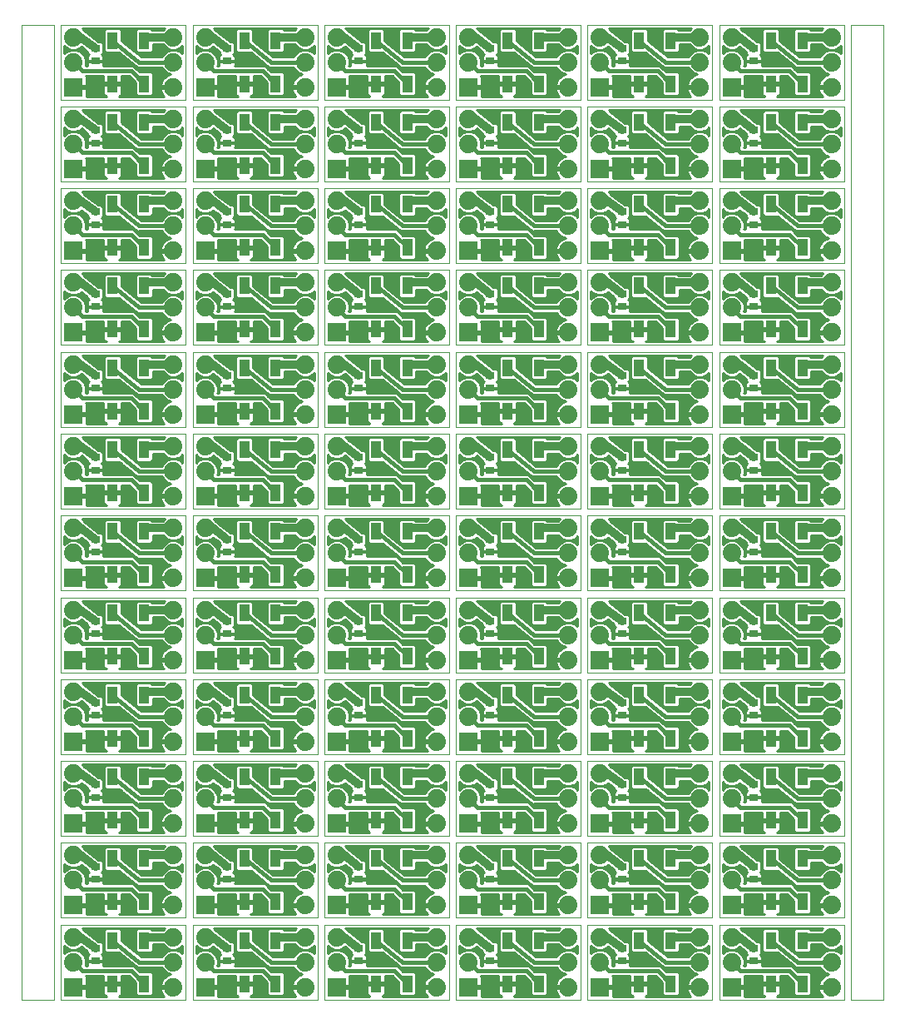
<source format=gtl>
G75*
%MOIN*%
%OFA0B0*%
%FSLAX24Y24*%
%IPPOS*%
%LPD*%
%AMOC8*
5,1,8,0,0,1.08239X$1,22.5*
%
%ADD10C,0.0010*%
%ADD11R,0.0433X0.0709*%
%ADD12R,0.0354X0.0276*%
%ADD13R,0.0740X0.0740*%
%ADD14C,0.0740*%
%ADD15C,0.0320*%
%ADD16C,0.0100*%
%ADD17C,0.0160*%
D10*
X000105Y000250D02*
X001404Y000250D01*
X001404Y039281D01*
X000105Y039281D01*
X000105Y000250D01*
X001680Y000250D02*
X001680Y003250D01*
X006680Y003250D01*
X006680Y000250D01*
X001680Y000250D01*
X001680Y003526D02*
X001680Y006526D01*
X006680Y006526D01*
X006680Y003526D01*
X001680Y003526D01*
X001680Y006801D02*
X001680Y009801D01*
X006680Y009801D01*
X006680Y006801D01*
X001680Y006801D01*
X001680Y010077D02*
X001680Y013077D01*
X006680Y013077D01*
X006680Y010077D01*
X001680Y010077D01*
X001680Y013352D02*
X001680Y016352D01*
X006680Y016352D01*
X006680Y013352D01*
X001680Y013352D01*
X001680Y016628D02*
X001680Y019628D01*
X006680Y019628D01*
X006680Y016628D01*
X001680Y016628D01*
X001680Y019904D02*
X001680Y022904D01*
X006680Y022904D01*
X006680Y019904D01*
X001680Y019904D01*
X001680Y023179D02*
X001680Y026179D01*
X006680Y026179D01*
X006680Y023179D01*
X001680Y023179D01*
X001680Y026455D02*
X001680Y029455D01*
X006680Y029455D01*
X006680Y026455D01*
X001680Y026455D01*
X001680Y029730D02*
X001680Y032730D01*
X006680Y032730D01*
X006680Y029730D01*
X001680Y029730D01*
X001680Y033006D02*
X001680Y036006D01*
X006680Y036006D01*
X006680Y033006D01*
X001680Y033006D01*
X001680Y036281D02*
X001680Y039281D01*
X006680Y039281D01*
X006680Y036281D01*
X001680Y036281D01*
X006955Y036281D02*
X006955Y039281D01*
X011955Y039281D01*
X011955Y036281D01*
X006955Y036281D01*
X006955Y036006D02*
X006955Y033006D01*
X011955Y033006D01*
X011955Y036006D01*
X006955Y036006D01*
X006955Y032730D02*
X006955Y029730D01*
X011955Y029730D01*
X011955Y032730D01*
X006955Y032730D01*
X006955Y029455D02*
X006955Y026455D01*
X011955Y026455D01*
X011955Y029455D01*
X006955Y029455D01*
X006955Y026179D02*
X006955Y023179D01*
X011955Y023179D01*
X011955Y026179D01*
X006955Y026179D01*
X006955Y022904D02*
X006955Y019904D01*
X011955Y019904D01*
X011955Y022904D01*
X006955Y022904D01*
X006955Y019628D02*
X006955Y016628D01*
X011955Y016628D01*
X011955Y019628D01*
X006955Y019628D01*
X006955Y016352D02*
X006955Y013352D01*
X011955Y013352D01*
X011955Y016352D01*
X006955Y016352D01*
X006955Y013077D02*
X006955Y010077D01*
X011955Y010077D01*
X011955Y013077D01*
X006955Y013077D01*
X006955Y009801D02*
X006955Y006801D01*
X011955Y006801D01*
X011955Y009801D01*
X006955Y009801D01*
X006955Y006526D02*
X006955Y003526D01*
X011955Y003526D01*
X011955Y006526D01*
X006955Y006526D01*
X006955Y003250D02*
X006955Y000250D01*
X011955Y000250D01*
X011955Y003250D01*
X006955Y003250D01*
X012231Y003250D02*
X012231Y000250D01*
X017231Y000250D01*
X017231Y003250D01*
X012231Y003250D01*
X012231Y003526D02*
X012231Y006526D01*
X017231Y006526D01*
X017231Y003526D01*
X012231Y003526D01*
X012231Y006801D02*
X012231Y009801D01*
X017231Y009801D01*
X017231Y006801D01*
X012231Y006801D01*
X012231Y010077D02*
X012231Y013077D01*
X017231Y013077D01*
X017231Y010077D01*
X012231Y010077D01*
X012231Y013352D02*
X012231Y016352D01*
X017231Y016352D01*
X017231Y013352D01*
X012231Y013352D01*
X012231Y016628D02*
X012231Y019628D01*
X017231Y019628D01*
X017231Y016628D01*
X012231Y016628D01*
X012231Y019904D02*
X012231Y022904D01*
X017231Y022904D01*
X017231Y019904D01*
X012231Y019904D01*
X012231Y023179D02*
X012231Y026179D01*
X017231Y026179D01*
X017231Y023179D01*
X012231Y023179D01*
X012231Y026455D02*
X012231Y029455D01*
X017231Y029455D01*
X017231Y026455D01*
X012231Y026455D01*
X012231Y029730D02*
X012231Y032730D01*
X017231Y032730D01*
X017231Y029730D01*
X012231Y029730D01*
X012231Y033006D02*
X012231Y036006D01*
X017231Y036006D01*
X017231Y033006D01*
X012231Y033006D01*
X012231Y036281D02*
X012231Y039281D01*
X017231Y039281D01*
X017231Y036281D01*
X012231Y036281D01*
X017507Y036281D02*
X017507Y039281D01*
X022507Y039281D01*
X022507Y036281D01*
X017507Y036281D01*
X017507Y036006D02*
X017507Y033006D01*
X022507Y033006D01*
X022507Y036006D01*
X017507Y036006D01*
X017507Y032730D02*
X017507Y029730D01*
X022507Y029730D01*
X022507Y032730D01*
X017507Y032730D01*
X017507Y029455D02*
X017507Y026455D01*
X022507Y026455D01*
X022507Y029455D01*
X017507Y029455D01*
X017507Y026179D02*
X017507Y023179D01*
X022507Y023179D01*
X022507Y026179D01*
X017507Y026179D01*
X017507Y022904D02*
X017507Y019904D01*
X022507Y019904D01*
X022507Y022904D01*
X017507Y022904D01*
X017507Y019628D02*
X017507Y016628D01*
X022507Y016628D01*
X022507Y019628D01*
X017507Y019628D01*
X017507Y016352D02*
X017507Y013352D01*
X022507Y013352D01*
X022507Y016352D01*
X017507Y016352D01*
X017507Y013077D02*
X017507Y010077D01*
X022507Y010077D01*
X022507Y013077D01*
X017507Y013077D01*
X017507Y009801D02*
X017507Y006801D01*
X022507Y006801D01*
X022507Y009801D01*
X017507Y009801D01*
X017507Y006526D02*
X017507Y003526D01*
X022507Y003526D01*
X022507Y006526D01*
X017507Y006526D01*
X017507Y003250D02*
X017507Y000250D01*
X022507Y000250D01*
X022507Y003250D01*
X017507Y003250D01*
X022782Y003250D02*
X022782Y000250D01*
X027782Y000250D01*
X027782Y003250D01*
X022782Y003250D01*
X022782Y003526D02*
X022782Y006526D01*
X027782Y006526D01*
X027782Y003526D01*
X022782Y003526D01*
X022782Y006801D02*
X022782Y009801D01*
X027782Y009801D01*
X027782Y006801D01*
X022782Y006801D01*
X022782Y010077D02*
X022782Y013077D01*
X027782Y013077D01*
X027782Y010077D01*
X022782Y010077D01*
X022782Y013352D02*
X022782Y016352D01*
X027782Y016352D01*
X027782Y013352D01*
X022782Y013352D01*
X022782Y016628D02*
X022782Y019628D01*
X027782Y019628D01*
X027782Y016628D01*
X022782Y016628D01*
X022782Y019904D02*
X022782Y022904D01*
X027782Y022904D01*
X027782Y019904D01*
X022782Y019904D01*
X022782Y023179D02*
X022782Y026179D01*
X027782Y026179D01*
X027782Y023179D01*
X022782Y023179D01*
X022782Y026455D02*
X022782Y029455D01*
X027782Y029455D01*
X027782Y026455D01*
X022782Y026455D01*
X022782Y029730D02*
X022782Y032730D01*
X027782Y032730D01*
X027782Y029730D01*
X022782Y029730D01*
X022782Y033006D02*
X022782Y036006D01*
X027782Y036006D01*
X027782Y033006D01*
X022782Y033006D01*
X022782Y036281D02*
X022782Y039281D01*
X027782Y039281D01*
X027782Y036281D01*
X022782Y036281D01*
X028058Y036281D02*
X028058Y039281D01*
X033058Y039281D01*
X033058Y036281D01*
X028058Y036281D01*
X028058Y036006D02*
X028058Y033006D01*
X033058Y033006D01*
X033058Y036006D01*
X028058Y036006D01*
X028058Y032730D02*
X028058Y029730D01*
X033058Y029730D01*
X033058Y032730D01*
X028058Y032730D01*
X028058Y029455D02*
X028058Y026455D01*
X033058Y026455D01*
X033058Y029455D01*
X028058Y029455D01*
X028058Y026179D02*
X028058Y023179D01*
X033058Y023179D01*
X033058Y026179D01*
X028058Y026179D01*
X028058Y022904D02*
X028058Y019904D01*
X033058Y019904D01*
X033058Y022904D01*
X028058Y022904D01*
X028058Y019628D02*
X028058Y016628D01*
X033058Y016628D01*
X033058Y019628D01*
X028058Y019628D01*
X028058Y016352D02*
X028058Y013352D01*
X033058Y013352D01*
X033058Y016352D01*
X028058Y016352D01*
X028058Y013077D02*
X028058Y010077D01*
X033058Y010077D01*
X033058Y013077D01*
X028058Y013077D01*
X028058Y009801D02*
X028058Y006801D01*
X033058Y006801D01*
X033058Y009801D01*
X028058Y009801D01*
X028058Y006526D02*
X028058Y003526D01*
X033058Y003526D01*
X033058Y006526D01*
X028058Y006526D01*
X028058Y003250D02*
X028058Y000250D01*
X033058Y000250D01*
X033058Y003250D01*
X028058Y003250D01*
X033333Y000250D02*
X034633Y000250D01*
X034633Y039281D01*
X033333Y039281D01*
X033333Y000250D01*
D11*
X031388Y000884D03*
X030128Y000884D03*
X030128Y002616D03*
X031388Y002616D03*
X031388Y004159D03*
X030128Y004159D03*
X030128Y005892D03*
X031388Y005892D03*
X031388Y007435D03*
X030128Y007435D03*
X030128Y009167D03*
X031388Y009167D03*
X031388Y010711D03*
X030128Y010711D03*
X030128Y012443D03*
X031388Y012443D03*
X031388Y013986D03*
X030128Y013986D03*
X030128Y015719D03*
X031388Y015719D03*
X031388Y017262D03*
X030128Y017262D03*
X030128Y018994D03*
X031388Y018994D03*
X031388Y020537D03*
X030128Y020537D03*
X030128Y022270D03*
X031388Y022270D03*
X031388Y023813D03*
X030128Y023813D03*
X030128Y025545D03*
X031388Y025545D03*
X031388Y027089D03*
X030128Y027089D03*
X030128Y028821D03*
X031388Y028821D03*
X031388Y030364D03*
X030128Y030364D03*
X030128Y032096D03*
X031388Y032096D03*
X031388Y033640D03*
X030128Y033640D03*
X030128Y035372D03*
X031388Y035372D03*
X031388Y036915D03*
X030128Y036915D03*
X030128Y038648D03*
X031388Y038648D03*
X026112Y038648D03*
X024852Y038648D03*
X024852Y036915D03*
X026112Y036915D03*
X026112Y035372D03*
X024852Y035372D03*
X024852Y033640D03*
X026112Y033640D03*
X026112Y032096D03*
X024852Y032096D03*
X024852Y030364D03*
X026112Y030364D03*
X026112Y028821D03*
X024852Y028821D03*
X024852Y027089D03*
X026112Y027089D03*
X026112Y025545D03*
X024852Y025545D03*
X024852Y023813D03*
X026112Y023813D03*
X026112Y022270D03*
X024852Y022270D03*
X024852Y020537D03*
X026112Y020537D03*
X026112Y018994D03*
X024852Y018994D03*
X024852Y017262D03*
X026112Y017262D03*
X026112Y015719D03*
X024852Y015719D03*
X024852Y013986D03*
X026112Y013986D03*
X026112Y012443D03*
X024852Y012443D03*
X024852Y010711D03*
X026112Y010711D03*
X026112Y009167D03*
X024852Y009167D03*
X024852Y007435D03*
X026112Y007435D03*
X026112Y005892D03*
X024852Y005892D03*
X024852Y004159D03*
X026112Y004159D03*
X026112Y002616D03*
X024852Y002616D03*
X024852Y000884D03*
X026112Y000884D03*
X020836Y000884D03*
X019577Y000884D03*
X019577Y002616D03*
X020836Y002616D03*
X020836Y004159D03*
X019577Y004159D03*
X019577Y005892D03*
X020836Y005892D03*
X020836Y007435D03*
X019577Y007435D03*
X019577Y009167D03*
X020836Y009167D03*
X020836Y010711D03*
X019577Y010711D03*
X019577Y012443D03*
X020836Y012443D03*
X020836Y013986D03*
X019577Y013986D03*
X019577Y015719D03*
X020836Y015719D03*
X020836Y017262D03*
X019577Y017262D03*
X019577Y018994D03*
X020836Y018994D03*
X020836Y020537D03*
X019577Y020537D03*
X019577Y022270D03*
X020836Y022270D03*
X020836Y023813D03*
X019577Y023813D03*
X019577Y025545D03*
X020836Y025545D03*
X020836Y027089D03*
X019577Y027089D03*
X019577Y028821D03*
X020836Y028821D03*
X020836Y030364D03*
X019577Y030364D03*
X019577Y032096D03*
X020836Y032096D03*
X020836Y033640D03*
X019577Y033640D03*
X019577Y035372D03*
X020836Y035372D03*
X020836Y036915D03*
X019577Y036915D03*
X019577Y038648D03*
X020836Y038648D03*
X015561Y038648D03*
X014301Y038648D03*
X014301Y036915D03*
X015561Y036915D03*
X015561Y035372D03*
X014301Y035372D03*
X014301Y033640D03*
X015561Y033640D03*
X015561Y032096D03*
X014301Y032096D03*
X014301Y030364D03*
X015561Y030364D03*
X015561Y028821D03*
X014301Y028821D03*
X014301Y027089D03*
X015561Y027089D03*
X015561Y025545D03*
X014301Y025545D03*
X014301Y023813D03*
X015561Y023813D03*
X015561Y022270D03*
X014301Y022270D03*
X014301Y020537D03*
X015561Y020537D03*
X015561Y018994D03*
X014301Y018994D03*
X014301Y017262D03*
X015561Y017262D03*
X015561Y015719D03*
X014301Y015719D03*
X014301Y013986D03*
X015561Y013986D03*
X015561Y012443D03*
X014301Y012443D03*
X014301Y010711D03*
X015561Y010711D03*
X015561Y009167D03*
X014301Y009167D03*
X014301Y007435D03*
X015561Y007435D03*
X015561Y005892D03*
X014301Y005892D03*
X014301Y004159D03*
X015561Y004159D03*
X015561Y002616D03*
X014301Y002616D03*
X014301Y000884D03*
X015561Y000884D03*
X010285Y000884D03*
X009025Y000884D03*
X009025Y002616D03*
X010285Y002616D03*
X010285Y004159D03*
X009025Y004159D03*
X009025Y005892D03*
X010285Y005892D03*
X010285Y007435D03*
X009025Y007435D03*
X009025Y009167D03*
X010285Y009167D03*
X010285Y010711D03*
X009025Y010711D03*
X009025Y012443D03*
X010285Y012443D03*
X010285Y013986D03*
X009025Y013986D03*
X009025Y015719D03*
X010285Y015719D03*
X010285Y017262D03*
X009025Y017262D03*
X009025Y018994D03*
X010285Y018994D03*
X010285Y020537D03*
X009025Y020537D03*
X009025Y022270D03*
X010285Y022270D03*
X010285Y023813D03*
X009025Y023813D03*
X009025Y025545D03*
X010285Y025545D03*
X010285Y027089D03*
X009025Y027089D03*
X009025Y028821D03*
X010285Y028821D03*
X010285Y030364D03*
X009025Y030364D03*
X009025Y032096D03*
X010285Y032096D03*
X010285Y033640D03*
X009025Y033640D03*
X009025Y035372D03*
X010285Y035372D03*
X010285Y036915D03*
X009025Y036915D03*
X009025Y038648D03*
X010285Y038648D03*
X005010Y038648D03*
X003750Y038648D03*
X003750Y036915D03*
X005010Y036915D03*
X005010Y035372D03*
X003750Y035372D03*
X003750Y033640D03*
X005010Y033640D03*
X005010Y032096D03*
X003750Y032096D03*
X003750Y030364D03*
X005010Y030364D03*
X005010Y028821D03*
X003750Y028821D03*
X003750Y027089D03*
X005010Y027089D03*
X005010Y025545D03*
X003750Y025545D03*
X003750Y023813D03*
X005010Y023813D03*
X005010Y022270D03*
X003750Y022270D03*
X003750Y020537D03*
X005010Y020537D03*
X005010Y018994D03*
X003750Y018994D03*
X003750Y017262D03*
X005010Y017262D03*
X005010Y015719D03*
X003750Y015719D03*
X003750Y013986D03*
X005010Y013986D03*
X005010Y012443D03*
X003750Y012443D03*
X003750Y010711D03*
X005010Y010711D03*
X005010Y009167D03*
X003750Y009167D03*
X003750Y007435D03*
X005010Y007435D03*
X005010Y005892D03*
X003750Y005892D03*
X003750Y004159D03*
X005010Y004159D03*
X005010Y002616D03*
X003750Y002616D03*
X003750Y000884D03*
X005010Y000884D03*
D12*
X003055Y001794D03*
X003055Y002306D03*
X003055Y005070D03*
X003055Y005581D03*
X003055Y008345D03*
X003055Y008857D03*
X003055Y011621D03*
X003055Y012133D03*
X003055Y014896D03*
X003055Y015408D03*
X003055Y018172D03*
X003055Y018684D03*
X003055Y021448D03*
X003055Y021959D03*
X003055Y024723D03*
X003055Y025235D03*
X003055Y027999D03*
X003055Y028511D03*
X003055Y031274D03*
X003055Y031786D03*
X003055Y034550D03*
X003055Y035062D03*
X003055Y037826D03*
X003055Y038337D03*
X008330Y038337D03*
X008330Y037826D03*
X008330Y035062D03*
X008330Y034550D03*
X008330Y031786D03*
X008330Y031274D03*
X008330Y028511D03*
X008330Y027999D03*
X008330Y025235D03*
X008330Y024723D03*
X008330Y021959D03*
X008330Y021448D03*
X008330Y018684D03*
X008330Y018172D03*
X008330Y015408D03*
X008330Y014896D03*
X008330Y012133D03*
X008330Y011621D03*
X008330Y008857D03*
X008330Y008345D03*
X008330Y005581D03*
X008330Y005070D03*
X008330Y002306D03*
X008330Y001794D03*
X013606Y001794D03*
X013606Y002306D03*
X013606Y005070D03*
X013606Y005581D03*
X013606Y008345D03*
X013606Y008857D03*
X013606Y011621D03*
X013606Y012133D03*
X013606Y014896D03*
X013606Y015408D03*
X013606Y018172D03*
X013606Y018684D03*
X013606Y021448D03*
X013606Y021959D03*
X013606Y024723D03*
X013606Y025235D03*
X013606Y027999D03*
X013606Y028511D03*
X013606Y031274D03*
X013606Y031786D03*
X013606Y034550D03*
X013606Y035062D03*
X013606Y037826D03*
X013606Y038337D03*
X018882Y038337D03*
X018882Y037826D03*
X018882Y035062D03*
X018882Y034550D03*
X018882Y031786D03*
X018882Y031274D03*
X018882Y028511D03*
X018882Y027999D03*
X018882Y025235D03*
X018882Y024723D03*
X018882Y021959D03*
X018882Y021448D03*
X018882Y018684D03*
X018882Y018172D03*
X018882Y015408D03*
X018882Y014896D03*
X018882Y012133D03*
X018882Y011621D03*
X018882Y008857D03*
X018882Y008345D03*
X018882Y005581D03*
X018882Y005070D03*
X018882Y002306D03*
X018882Y001794D03*
X024157Y001794D03*
X024157Y002306D03*
X024157Y005070D03*
X024157Y005581D03*
X024157Y008345D03*
X024157Y008857D03*
X024157Y011621D03*
X024157Y012133D03*
X024157Y014896D03*
X024157Y015408D03*
X024157Y018172D03*
X024157Y018684D03*
X024157Y021448D03*
X024157Y021959D03*
X024157Y024723D03*
X024157Y025235D03*
X024157Y027999D03*
X024157Y028511D03*
X024157Y031274D03*
X024157Y031786D03*
X024157Y034550D03*
X024157Y035062D03*
X024157Y037826D03*
X024157Y038337D03*
X029433Y038337D03*
X029433Y037826D03*
X029433Y035062D03*
X029433Y034550D03*
X029433Y031786D03*
X029433Y031274D03*
X029433Y028511D03*
X029433Y027999D03*
X029433Y025235D03*
X029433Y024723D03*
X029433Y021959D03*
X029433Y021448D03*
X029433Y018684D03*
X029433Y018172D03*
X029433Y015408D03*
X029433Y014896D03*
X029433Y012133D03*
X029433Y011621D03*
X029433Y008857D03*
X029433Y008345D03*
X029433Y005581D03*
X029433Y005070D03*
X029433Y002306D03*
X029433Y001794D03*
D13*
X028558Y000750D03*
X028558Y004026D03*
X028558Y007301D03*
X028558Y010577D03*
X028558Y013852D03*
X028558Y017128D03*
X028558Y020404D03*
X028558Y023679D03*
X028558Y026955D03*
X028558Y030230D03*
X028558Y033506D03*
X028558Y036781D03*
X023282Y036781D03*
X023282Y033506D03*
X023282Y030230D03*
X023282Y026955D03*
X023282Y023679D03*
X023282Y020404D03*
X023282Y017128D03*
X023282Y013852D03*
X023282Y010577D03*
X023282Y007301D03*
X023282Y004026D03*
X023282Y000750D03*
X018007Y000750D03*
X018007Y004026D03*
X018007Y007301D03*
X018007Y010577D03*
X018007Y013852D03*
X018007Y017128D03*
X018007Y020404D03*
X018007Y023679D03*
X018007Y026955D03*
X018007Y030230D03*
X018007Y033506D03*
X018007Y036781D03*
X012731Y036781D03*
X012731Y033506D03*
X012731Y030230D03*
X012731Y026955D03*
X012731Y023679D03*
X012731Y020404D03*
X012731Y017128D03*
X012731Y013852D03*
X012731Y010577D03*
X012731Y007301D03*
X012731Y004026D03*
X012731Y000750D03*
X007455Y000750D03*
X007455Y004026D03*
X007455Y007301D03*
X007455Y010577D03*
X007455Y013852D03*
X007455Y017128D03*
X007455Y020404D03*
X007455Y023679D03*
X007455Y026955D03*
X007455Y030230D03*
X007455Y033506D03*
X007455Y036781D03*
X002180Y036781D03*
X002180Y033506D03*
X002180Y030230D03*
X002180Y026955D03*
X002180Y023679D03*
X002180Y020404D03*
X002180Y017128D03*
X002180Y013852D03*
X002180Y010577D03*
X002180Y007301D03*
X002180Y004026D03*
X002180Y000750D03*
D14*
X002180Y001750D03*
X002180Y002750D03*
X002180Y005026D03*
X002180Y006026D03*
X002180Y008301D03*
X002180Y009301D03*
X002180Y011577D03*
X002180Y012577D03*
X002180Y014852D03*
X002180Y015852D03*
X002180Y018128D03*
X002180Y019128D03*
X002180Y021404D03*
X002180Y022404D03*
X002180Y024679D03*
X002180Y025679D03*
X002180Y027955D03*
X002180Y028955D03*
X002180Y031230D03*
X002180Y032230D03*
X002180Y034506D03*
X002180Y035506D03*
X002180Y037781D03*
X002180Y038781D03*
X006180Y038781D03*
X006180Y037781D03*
X006180Y036781D03*
X006180Y035506D03*
X006180Y034506D03*
X006180Y033506D03*
X006180Y032230D03*
X006180Y031230D03*
X006180Y030230D03*
X006180Y028955D03*
X006180Y027955D03*
X006180Y026955D03*
X006180Y025679D03*
X006180Y024679D03*
X006180Y023679D03*
X006180Y022404D03*
X006180Y021404D03*
X006180Y020404D03*
X006180Y019128D03*
X006180Y018128D03*
X006180Y017128D03*
X006180Y015852D03*
X006180Y014852D03*
X006180Y013852D03*
X006180Y012577D03*
X006180Y011577D03*
X006180Y010577D03*
X006180Y009301D03*
X006180Y008301D03*
X006180Y007301D03*
X006180Y006026D03*
X006180Y005026D03*
X006180Y004026D03*
X006180Y002750D03*
X006180Y001750D03*
X006180Y000750D03*
X007455Y001750D03*
X007455Y002750D03*
X007455Y005026D03*
X007455Y006026D03*
X007455Y008301D03*
X007455Y009301D03*
X007455Y011577D03*
X007455Y012577D03*
X007455Y014852D03*
X007455Y015852D03*
X007455Y018128D03*
X007455Y019128D03*
X007455Y021404D03*
X007455Y022404D03*
X007455Y024679D03*
X007455Y025679D03*
X007455Y027955D03*
X007455Y028955D03*
X007455Y031230D03*
X007455Y032230D03*
X007455Y034506D03*
X007455Y035506D03*
X007455Y037781D03*
X007455Y038781D03*
X011455Y038781D03*
X011455Y037781D03*
X011455Y036781D03*
X011455Y035506D03*
X011455Y034506D03*
X011455Y033506D03*
X011455Y032230D03*
X011455Y031230D03*
X011455Y030230D03*
X011455Y028955D03*
X011455Y027955D03*
X011455Y026955D03*
X011455Y025679D03*
X011455Y024679D03*
X011455Y023679D03*
X011455Y022404D03*
X011455Y021404D03*
X011455Y020404D03*
X011455Y019128D03*
X011455Y018128D03*
X011455Y017128D03*
X011455Y015852D03*
X011455Y014852D03*
X011455Y013852D03*
X011455Y012577D03*
X011455Y011577D03*
X011455Y010577D03*
X011455Y009301D03*
X011455Y008301D03*
X011455Y007301D03*
X011455Y006026D03*
X011455Y005026D03*
X011455Y004026D03*
X011455Y002750D03*
X011455Y001750D03*
X011455Y000750D03*
X012731Y001750D03*
X012731Y002750D03*
X012731Y005026D03*
X012731Y006026D03*
X012731Y008301D03*
X012731Y009301D03*
X012731Y011577D03*
X012731Y012577D03*
X012731Y014852D03*
X012731Y015852D03*
X012731Y018128D03*
X012731Y019128D03*
X012731Y021404D03*
X012731Y022404D03*
X012731Y024679D03*
X012731Y025679D03*
X012731Y027955D03*
X012731Y028955D03*
X012731Y031230D03*
X012731Y032230D03*
X012731Y034506D03*
X012731Y035506D03*
X012731Y037781D03*
X012731Y038781D03*
X016731Y038781D03*
X016731Y037781D03*
X016731Y036781D03*
X016731Y035506D03*
X016731Y034506D03*
X016731Y033506D03*
X016731Y032230D03*
X016731Y031230D03*
X016731Y030230D03*
X016731Y028955D03*
X016731Y027955D03*
X016731Y026955D03*
X016731Y025679D03*
X016731Y024679D03*
X016731Y023679D03*
X018007Y024679D03*
X018007Y025679D03*
X018007Y027955D03*
X018007Y028955D03*
X018007Y031230D03*
X018007Y032230D03*
X018007Y034506D03*
X018007Y035506D03*
X018007Y037781D03*
X018007Y038781D03*
X022007Y038781D03*
X022007Y037781D03*
X022007Y036781D03*
X022007Y035506D03*
X022007Y034506D03*
X022007Y033506D03*
X022007Y032230D03*
X022007Y031230D03*
X022007Y030230D03*
X022007Y028955D03*
X022007Y027955D03*
X022007Y026955D03*
X022007Y025679D03*
X022007Y024679D03*
X022007Y023679D03*
X022007Y022404D03*
X022007Y021404D03*
X022007Y020404D03*
X022007Y019128D03*
X022007Y018128D03*
X022007Y017128D03*
X022007Y015852D03*
X022007Y014852D03*
X022007Y013852D03*
X022007Y012577D03*
X022007Y011577D03*
X022007Y010577D03*
X022007Y009301D03*
X022007Y008301D03*
X022007Y007301D03*
X022007Y006026D03*
X022007Y005026D03*
X022007Y004026D03*
X022007Y002750D03*
X022007Y001750D03*
X022007Y000750D03*
X023282Y001750D03*
X023282Y002750D03*
X023282Y005026D03*
X023282Y006026D03*
X023282Y008301D03*
X023282Y009301D03*
X023282Y011577D03*
X023282Y012577D03*
X023282Y014852D03*
X023282Y015852D03*
X023282Y018128D03*
X023282Y019128D03*
X023282Y021404D03*
X023282Y022404D03*
X023282Y024679D03*
X023282Y025679D03*
X023282Y027955D03*
X023282Y028955D03*
X023282Y031230D03*
X023282Y032230D03*
X023282Y034506D03*
X023282Y035506D03*
X023282Y037781D03*
X023282Y038781D03*
X027282Y038781D03*
X027282Y037781D03*
X027282Y036781D03*
X027282Y035506D03*
X027282Y034506D03*
X027282Y033506D03*
X027282Y032230D03*
X027282Y031230D03*
X027282Y030230D03*
X027282Y028955D03*
X027282Y027955D03*
X027282Y026955D03*
X027282Y025679D03*
X027282Y024679D03*
X027282Y023679D03*
X027282Y022404D03*
X027282Y021404D03*
X027282Y020404D03*
X027282Y019128D03*
X027282Y018128D03*
X027282Y017128D03*
X027282Y015852D03*
X027282Y014852D03*
X027282Y013852D03*
X027282Y012577D03*
X027282Y011577D03*
X027282Y010577D03*
X027282Y009301D03*
X027282Y008301D03*
X027282Y007301D03*
X027282Y006026D03*
X027282Y005026D03*
X027282Y004026D03*
X027282Y002750D03*
X027282Y001750D03*
X027282Y000750D03*
X028558Y001750D03*
X028558Y002750D03*
X028558Y005026D03*
X028558Y006026D03*
X028558Y008301D03*
X028558Y009301D03*
X028558Y011577D03*
X028558Y012577D03*
X028558Y014852D03*
X028558Y015852D03*
X028558Y018128D03*
X028558Y019128D03*
X028558Y021404D03*
X028558Y022404D03*
X028558Y024679D03*
X028558Y025679D03*
X028558Y027955D03*
X028558Y028955D03*
X028558Y031230D03*
X028558Y032230D03*
X028558Y034506D03*
X028558Y035506D03*
X028558Y037781D03*
X028558Y038781D03*
X032558Y038781D03*
X032558Y037781D03*
X032558Y036781D03*
X032558Y035506D03*
X032558Y034506D03*
X032558Y033506D03*
X032558Y032230D03*
X032558Y031230D03*
X032558Y030230D03*
X032558Y028955D03*
X032558Y027955D03*
X032558Y026955D03*
X032558Y025679D03*
X032558Y024679D03*
X032558Y023679D03*
X032558Y022404D03*
X032558Y021404D03*
X032558Y020404D03*
X032558Y019128D03*
X032558Y018128D03*
X032558Y017128D03*
X032558Y015852D03*
X032558Y014852D03*
X032558Y013852D03*
X032558Y012577D03*
X032558Y011577D03*
X032558Y010577D03*
X032558Y009301D03*
X032558Y008301D03*
X032558Y007301D03*
X032558Y006026D03*
X032558Y005026D03*
X032558Y004026D03*
X032558Y002750D03*
X032558Y001750D03*
X032558Y000750D03*
X018007Y001750D03*
X018007Y002750D03*
X016731Y002750D03*
X016731Y001750D03*
X016731Y000750D03*
X016731Y004026D03*
X016731Y005026D03*
X016731Y006026D03*
X016731Y007301D03*
X016731Y008301D03*
X016731Y009301D03*
X018007Y009301D03*
X018007Y008301D03*
X016731Y010577D03*
X016731Y011577D03*
X016731Y012577D03*
X018007Y012577D03*
X018007Y011577D03*
X016731Y013852D03*
X016731Y014852D03*
X016731Y015852D03*
X018007Y015852D03*
X018007Y014852D03*
X016731Y017128D03*
X016731Y018128D03*
X016731Y019128D03*
X016731Y020404D03*
X016731Y021404D03*
X016731Y022404D03*
X018007Y022404D03*
X018007Y021404D03*
X018007Y019128D03*
X018007Y018128D03*
X018007Y006026D03*
X018007Y005026D03*
D15*
X018007Y006026D02*
X018311Y006026D01*
X018882Y005581D01*
X020836Y005892D02*
X020970Y006026D01*
X022007Y006026D01*
X023282Y006026D02*
X023586Y006026D01*
X024157Y005581D01*
X026112Y005892D02*
X026246Y006026D01*
X027282Y006026D01*
X028558Y006026D02*
X028862Y006026D01*
X029433Y005581D01*
X031388Y005892D02*
X031522Y006026D01*
X032558Y006026D01*
X032558Y009301D02*
X031522Y009301D01*
X031388Y009167D01*
X029433Y008857D02*
X028862Y009301D01*
X028558Y009301D01*
X027282Y009301D02*
X026246Y009301D01*
X026112Y009167D01*
X024157Y008857D02*
X023586Y009301D01*
X023282Y009301D01*
X022007Y009301D02*
X020970Y009301D01*
X020836Y009167D01*
X018882Y008857D02*
X018311Y009301D01*
X018007Y009301D01*
X016731Y009301D02*
X015695Y009301D01*
X015561Y009167D01*
X013606Y008857D02*
X013035Y009301D01*
X012731Y009301D01*
X011455Y009301D02*
X010419Y009301D01*
X010285Y009167D01*
X008330Y008857D02*
X007760Y009301D01*
X007455Y009301D01*
X006180Y009301D02*
X005144Y009301D01*
X005010Y009167D01*
X003055Y008857D02*
X002484Y009301D01*
X002180Y009301D01*
X003055Y012133D02*
X002484Y012577D01*
X002180Y012577D01*
X005010Y012443D02*
X005144Y012577D01*
X006180Y012577D01*
X007455Y012577D02*
X007760Y012577D01*
X008330Y012133D01*
X010285Y012443D02*
X010419Y012577D01*
X011455Y012577D01*
X012731Y012577D02*
X013035Y012577D01*
X013606Y012133D01*
X015561Y012443D02*
X015695Y012577D01*
X016731Y012577D01*
X018007Y012577D02*
X018311Y012577D01*
X018882Y012133D01*
X020836Y012443D02*
X020970Y012577D01*
X022007Y012577D01*
X023282Y012577D02*
X023586Y012577D01*
X024157Y012133D01*
X026112Y012443D02*
X026246Y012577D01*
X027282Y012577D01*
X028558Y012577D02*
X028862Y012577D01*
X029433Y012133D01*
X031388Y012443D02*
X031522Y012577D01*
X032558Y012577D01*
X031388Y015719D02*
X031522Y015852D01*
X032558Y015852D01*
X032558Y019128D02*
X031522Y019128D01*
X031388Y018994D01*
X029433Y018684D02*
X028862Y019128D01*
X028558Y019128D01*
X027282Y019128D02*
X026246Y019128D01*
X026112Y018994D01*
X024157Y018684D02*
X023586Y019128D01*
X023282Y019128D01*
X022007Y019128D02*
X020970Y019128D01*
X020836Y018994D01*
X018882Y018684D02*
X018311Y019128D01*
X018007Y019128D01*
X016731Y019128D02*
X015695Y019128D01*
X015561Y018994D01*
X013606Y018684D02*
X013035Y019128D01*
X012731Y019128D01*
X011455Y019128D02*
X010419Y019128D01*
X010285Y018994D01*
X008330Y018684D02*
X007760Y019128D01*
X007455Y019128D01*
X006180Y019128D02*
X005144Y019128D01*
X005010Y018994D01*
X003055Y018684D02*
X002484Y019128D01*
X002180Y019128D01*
X003055Y021959D02*
X002484Y022404D01*
X002180Y022404D01*
X003055Y025235D02*
X002484Y025679D01*
X002180Y025679D01*
X003055Y028511D02*
X002484Y028955D01*
X002180Y028955D01*
X003055Y031786D02*
X002484Y032230D01*
X002180Y032230D01*
X003055Y035062D02*
X002484Y035506D01*
X002180Y035506D01*
X003055Y038337D02*
X002484Y038781D01*
X002180Y038781D01*
X005010Y038648D02*
X005144Y038781D01*
X006180Y038781D01*
X007455Y038781D02*
X007760Y038781D01*
X008330Y038337D01*
X010285Y038648D02*
X010419Y038781D01*
X011455Y038781D01*
X012731Y038781D02*
X013035Y038781D01*
X013606Y038337D01*
X015561Y038648D02*
X015695Y038781D01*
X016731Y038781D01*
X018007Y038781D02*
X018311Y038781D01*
X018882Y038337D01*
X020836Y038648D02*
X020970Y038781D01*
X022007Y038781D01*
X023282Y038781D02*
X023586Y038781D01*
X024157Y038337D01*
X026112Y038648D02*
X026246Y038781D01*
X027282Y038781D01*
X028558Y038781D02*
X028862Y038781D01*
X029433Y038337D01*
X031388Y038648D02*
X031522Y038781D01*
X032558Y038781D01*
X032558Y035506D02*
X031522Y035506D01*
X031388Y035372D01*
X029433Y035062D02*
X028862Y035506D01*
X028558Y035506D01*
X027282Y035506D02*
X026246Y035506D01*
X026112Y035372D01*
X024157Y035062D02*
X023586Y035506D01*
X023282Y035506D01*
X022007Y035506D02*
X020970Y035506D01*
X020836Y035372D01*
X018882Y035062D02*
X018311Y035506D01*
X018007Y035506D01*
X016731Y035506D02*
X015695Y035506D01*
X015561Y035372D01*
X013606Y035062D02*
X013035Y035506D01*
X012731Y035506D01*
X011455Y035506D02*
X010419Y035506D01*
X010285Y035372D01*
X008330Y035062D02*
X007760Y035506D01*
X007455Y035506D01*
X006180Y035506D02*
X005144Y035506D01*
X005010Y035372D01*
X005144Y032230D02*
X006180Y032230D01*
X005144Y032230D02*
X005010Y032096D01*
X007455Y032230D02*
X007760Y032230D01*
X008330Y031786D01*
X010285Y032096D02*
X010419Y032230D01*
X011455Y032230D01*
X012731Y032230D02*
X013035Y032230D01*
X013606Y031786D01*
X015561Y032096D02*
X015695Y032230D01*
X016731Y032230D01*
X018007Y032230D02*
X018311Y032230D01*
X018882Y031786D01*
X020836Y032096D02*
X020970Y032230D01*
X022007Y032230D01*
X023282Y032230D02*
X023586Y032230D01*
X024157Y031786D01*
X026112Y032096D02*
X026246Y032230D01*
X027282Y032230D01*
X028558Y032230D02*
X028862Y032230D01*
X029433Y031786D01*
X031388Y032096D02*
X031522Y032230D01*
X032558Y032230D01*
X032558Y028955D02*
X031522Y028955D01*
X031388Y028821D01*
X029433Y028511D02*
X028862Y028955D01*
X028558Y028955D01*
X027282Y028955D02*
X026246Y028955D01*
X026112Y028821D01*
X024157Y028511D02*
X023586Y028955D01*
X023282Y028955D01*
X022007Y028955D02*
X020970Y028955D01*
X020836Y028821D01*
X018882Y028511D02*
X018311Y028955D01*
X018007Y028955D01*
X016731Y028955D02*
X015695Y028955D01*
X015561Y028821D01*
X013606Y028511D02*
X013035Y028955D01*
X012731Y028955D01*
X011455Y028955D02*
X010419Y028955D01*
X010285Y028821D01*
X008330Y028511D02*
X007760Y028955D01*
X007455Y028955D01*
X006180Y028955D02*
X005144Y028955D01*
X005010Y028821D01*
X005144Y025679D02*
X006180Y025679D01*
X005144Y025679D02*
X005010Y025545D01*
X007455Y025679D02*
X007760Y025679D01*
X008330Y025235D01*
X010285Y025545D02*
X010419Y025679D01*
X011455Y025679D01*
X012731Y025679D02*
X013035Y025679D01*
X013606Y025235D01*
X015561Y025545D02*
X015695Y025679D01*
X016731Y025679D01*
X018007Y025679D02*
X018311Y025679D01*
X018882Y025235D01*
X020836Y025545D02*
X020970Y025679D01*
X022007Y025679D01*
X023282Y025679D02*
X023586Y025679D01*
X024157Y025235D01*
X026112Y025545D02*
X026246Y025679D01*
X027282Y025679D01*
X028558Y025679D02*
X028862Y025679D01*
X029433Y025235D01*
X031388Y025545D02*
X031522Y025679D01*
X032558Y025679D01*
X032558Y022404D02*
X031522Y022404D01*
X031388Y022270D01*
X029433Y021959D02*
X028862Y022404D01*
X028558Y022404D01*
X027282Y022404D02*
X026246Y022404D01*
X026112Y022270D01*
X024157Y021959D02*
X023586Y022404D01*
X023282Y022404D01*
X022007Y022404D02*
X020970Y022404D01*
X020836Y022270D01*
X018882Y021959D02*
X018311Y022404D01*
X018007Y022404D01*
X016731Y022404D02*
X015695Y022404D01*
X015561Y022270D01*
X013606Y021959D02*
X013035Y022404D01*
X012731Y022404D01*
X011455Y022404D02*
X010419Y022404D01*
X010285Y022270D01*
X008330Y021959D02*
X007760Y022404D01*
X007455Y022404D01*
X006180Y022404D02*
X005144Y022404D01*
X005010Y022270D01*
X005144Y015852D02*
X006180Y015852D01*
X005144Y015852D02*
X005010Y015719D01*
X003055Y015408D02*
X002484Y015852D01*
X002180Y015852D01*
X007455Y015852D02*
X007760Y015852D01*
X008330Y015408D01*
X010285Y015719D02*
X010419Y015852D01*
X011455Y015852D01*
X012731Y015852D02*
X013035Y015852D01*
X013606Y015408D01*
X015561Y015719D02*
X015695Y015852D01*
X016731Y015852D01*
X018007Y015852D02*
X018311Y015852D01*
X018882Y015408D01*
X020836Y015719D02*
X020970Y015852D01*
X022007Y015852D01*
X023282Y015852D02*
X023586Y015852D01*
X024157Y015408D01*
X026112Y015719D02*
X026246Y015852D01*
X027282Y015852D01*
X028558Y015852D02*
X028862Y015852D01*
X029433Y015408D01*
X028862Y002750D02*
X028558Y002750D01*
X028862Y002750D02*
X029433Y002306D01*
X031388Y002616D02*
X031522Y002750D01*
X032558Y002750D01*
X027282Y002750D02*
X026246Y002750D01*
X026112Y002616D01*
X024157Y002306D02*
X023586Y002750D01*
X023282Y002750D01*
X022007Y002750D02*
X020970Y002750D01*
X020836Y002616D01*
X018882Y002306D02*
X018311Y002750D01*
X018007Y002750D01*
X016731Y002750D02*
X015695Y002750D01*
X015561Y002616D01*
X013606Y002306D02*
X013035Y002750D01*
X012731Y002750D01*
X011455Y002750D02*
X010419Y002750D01*
X010285Y002616D01*
X008330Y002306D02*
X007760Y002750D01*
X007455Y002750D01*
X006180Y002750D02*
X005144Y002750D01*
X005010Y002616D01*
X003055Y002306D02*
X002484Y002750D01*
X002180Y002750D01*
X003055Y005581D02*
X002484Y006026D01*
X002180Y006026D01*
X005010Y005892D02*
X005144Y006026D01*
X006180Y006026D01*
X007455Y006026D02*
X007760Y006026D01*
X008330Y005581D01*
X010285Y005892D02*
X010419Y006026D01*
X011455Y006026D01*
X012731Y006026D02*
X013035Y006026D01*
X013606Y005581D01*
X015561Y005892D02*
X015695Y006026D01*
X016731Y006026D01*
D16*
X016389Y006391D02*
X016314Y006316D01*
X015892Y006316D01*
X015831Y006376D01*
X015291Y006376D01*
X015214Y006300D01*
X015214Y005484D01*
X015291Y005407D01*
X015831Y005407D01*
X015907Y005484D01*
X015907Y005736D01*
X016314Y005736D01*
X016448Y005602D01*
X016632Y005526D01*
X016448Y005449D01*
X016307Y005309D01*
X016277Y005236D01*
X015442Y005236D01*
X014648Y005881D01*
X014648Y006300D01*
X014571Y006376D01*
X014031Y006376D01*
X013955Y006300D01*
X013955Y005484D01*
X014031Y005407D01*
X014564Y005407D01*
X015226Y004869D01*
X015280Y004816D01*
X015293Y004816D01*
X015302Y004808D01*
X015378Y004816D01*
X016277Y004816D01*
X016307Y004742D01*
X016448Y004602D01*
X016613Y004533D01*
X016609Y004533D01*
X016531Y004507D01*
X016458Y004470D01*
X016392Y004422D01*
X016334Y004364D01*
X016286Y004298D01*
X016249Y004225D01*
X016224Y004147D01*
X016212Y004076D01*
X016681Y004076D01*
X016681Y003976D01*
X016212Y003976D01*
X016224Y003904D01*
X016249Y003826D01*
X016286Y003753D01*
X016334Y003687D01*
X016361Y003661D01*
X014558Y003661D01*
X014575Y003665D01*
X014610Y003685D01*
X014638Y003713D01*
X014657Y003747D01*
X014668Y003785D01*
X014668Y004109D01*
X014351Y004109D01*
X014351Y004209D01*
X014668Y004209D01*
X014668Y004466D01*
X014958Y004466D01*
X015214Y004209D01*
X015214Y003751D01*
X015291Y003675D01*
X015831Y003675D01*
X015907Y003751D01*
X015907Y004568D01*
X015831Y004644D01*
X015374Y004644D01*
X015255Y004763D01*
X015132Y004886D01*
X013926Y004886D01*
X013933Y004912D01*
X013933Y005051D01*
X013625Y005051D01*
X013625Y005089D01*
X013933Y005089D01*
X013933Y005227D01*
X013923Y005265D01*
X013903Y005300D01*
X013875Y005328D01*
X013860Y005336D01*
X013913Y005390D01*
X013913Y005773D01*
X013837Y005849D01*
X013734Y005849D01*
X013228Y006243D01*
X013200Y006271D01*
X013182Y006279D01*
X013168Y006290D01*
X013162Y006291D01*
X013155Y006309D01*
X013073Y006391D01*
X016389Y006391D01*
X016355Y006357D02*
X015850Y006357D01*
X015831Y006951D02*
X015291Y006951D01*
X015214Y007027D01*
X015214Y007485D01*
X014958Y007741D01*
X014668Y007741D01*
X014668Y007485D01*
X014351Y007485D01*
X014351Y007385D01*
X014668Y007385D01*
X014668Y007061D01*
X014657Y007023D01*
X014638Y006989D01*
X014610Y006961D01*
X014575Y006941D01*
X014558Y006936D01*
X016361Y006936D01*
X016334Y006962D01*
X016286Y007029D01*
X016249Y007102D01*
X016224Y007179D01*
X016212Y007251D01*
X016681Y007251D01*
X016681Y007351D01*
X016212Y007351D01*
X016224Y007423D01*
X016249Y007501D01*
X016286Y007574D01*
X016334Y007640D01*
X016392Y007698D01*
X016458Y007746D01*
X016531Y007783D01*
X016609Y007808D01*
X016613Y007809D01*
X016448Y007877D01*
X016307Y008018D01*
X016277Y008091D01*
X015378Y008091D01*
X015302Y008083D01*
X015293Y008091D01*
X015280Y008091D01*
X015226Y008145D01*
X014564Y008683D01*
X014031Y008683D01*
X013955Y008759D01*
X013955Y009576D01*
X014031Y009652D01*
X014571Y009652D01*
X014648Y009576D01*
X014648Y009156D01*
X015442Y008511D01*
X016277Y008511D01*
X016307Y008584D01*
X016448Y008725D01*
X016632Y008801D01*
X016830Y008801D01*
X017014Y008725D01*
X017096Y008643D01*
X017096Y008959D01*
X017014Y008877D01*
X016830Y008801D01*
X016632Y008801D01*
X016448Y008877D01*
X016314Y009011D01*
X015907Y009011D01*
X015907Y008759D01*
X015831Y008683D01*
X015291Y008683D01*
X015214Y008759D01*
X015214Y009576D01*
X015291Y009652D01*
X015831Y009652D01*
X015892Y009591D01*
X016314Y009591D01*
X016389Y009666D01*
X013073Y009666D01*
X013155Y009584D01*
X013162Y009567D01*
X013168Y009565D01*
X013182Y009554D01*
X013200Y009547D01*
X013228Y009519D01*
X013734Y009125D01*
X013837Y009125D01*
X013913Y009049D01*
X013913Y008665D01*
X013860Y008612D01*
X013875Y008603D01*
X013903Y008575D01*
X013923Y008541D01*
X013933Y008503D01*
X013933Y008364D01*
X013625Y008364D01*
X013625Y008326D01*
X013933Y008326D01*
X013933Y008188D01*
X013926Y008161D01*
X015132Y008161D01*
X015255Y008038D01*
X015374Y007919D01*
X015831Y007919D01*
X015907Y007843D01*
X015907Y007027D01*
X015831Y006951D01*
X015907Y007047D02*
X016277Y007047D01*
X016235Y007145D02*
X015907Y007145D01*
X015907Y007244D02*
X016214Y007244D01*
X016229Y007441D02*
X015907Y007441D01*
X015907Y007539D02*
X016269Y007539D01*
X016333Y007638D02*
X015907Y007638D01*
X015907Y007736D02*
X016445Y007736D01*
X016551Y007835D02*
X015907Y007835D01*
X016301Y008032D02*
X015261Y008032D01*
X015241Y008130D02*
X015163Y008130D01*
X015124Y008229D02*
X013933Y008229D01*
X013933Y008426D02*
X014881Y008426D01*
X014760Y008524D02*
X013927Y008524D01*
X013870Y008623D02*
X014639Y008623D01*
X014941Y008918D02*
X015214Y008918D01*
X015214Y008820D02*
X015062Y008820D01*
X015183Y008721D02*
X015252Y008721D01*
X015305Y008623D02*
X016345Y008623D01*
X016282Y008524D02*
X015426Y008524D01*
X015002Y008327D02*
X013625Y008327D01*
X013587Y008327D02*
X013231Y008327D01*
X013279Y008326D02*
X013279Y008188D01*
X013286Y008161D01*
X013214Y008161D01*
X013231Y008202D01*
X013231Y008401D01*
X013155Y008584D01*
X013014Y008725D01*
X012830Y008801D01*
X012632Y008801D01*
X012448Y008725D01*
X012366Y008643D01*
X012366Y008959D01*
X012448Y008877D01*
X012632Y008801D01*
X012830Y008801D01*
X013014Y008877D01*
X013055Y008918D01*
X013055Y008918D01*
X013299Y008729D01*
X013299Y008665D01*
X013352Y008612D01*
X013337Y008603D01*
X013309Y008575D01*
X013289Y008541D01*
X013279Y008503D01*
X013279Y008364D01*
X013587Y008364D01*
X013587Y008326D01*
X013279Y008326D01*
X013279Y008229D02*
X013231Y008229D01*
X013221Y008426D02*
X013279Y008426D01*
X013285Y008524D02*
X013180Y008524D01*
X013117Y008623D02*
X013342Y008623D01*
X013299Y008721D02*
X013018Y008721D01*
X012875Y008820D02*
X013182Y008820D01*
X013494Y009312D02*
X013955Y009312D01*
X013955Y009214D02*
X013620Y009214D01*
X013847Y009115D02*
X013955Y009115D01*
X013955Y009017D02*
X013913Y009017D01*
X013913Y008918D02*
X013955Y008918D01*
X013955Y008820D02*
X013913Y008820D01*
X013913Y008721D02*
X013993Y008721D01*
X013955Y009411D02*
X013367Y009411D01*
X013240Y009509D02*
X013955Y009509D01*
X013987Y009608D02*
X013132Y009608D01*
X013251Y010212D02*
X013251Y010527D01*
X012781Y010527D01*
X012781Y010627D01*
X013251Y010627D01*
X013251Y010967D01*
X013241Y011005D01*
X013234Y011017D01*
X013935Y011017D01*
X013935Y010761D01*
X014251Y010761D01*
X014251Y010661D01*
X013935Y010661D01*
X013935Y010337D01*
X013945Y010298D01*
X013964Y010264D01*
X013992Y010236D01*
X014027Y010217D01*
X014044Y010212D01*
X013251Y010212D01*
X013251Y010297D02*
X013946Y010297D01*
X013935Y010396D02*
X013251Y010396D01*
X013251Y010494D02*
X013935Y010494D01*
X013935Y010593D02*
X012781Y010593D01*
X013251Y010691D02*
X014251Y010691D01*
X014351Y010691D02*
X015214Y010691D01*
X015214Y010760D02*
X015214Y010302D01*
X015291Y010226D01*
X015831Y010226D01*
X015907Y010302D01*
X015907Y011119D01*
X015831Y011195D01*
X015374Y011195D01*
X015255Y011314D01*
X015132Y011437D01*
X013926Y011437D01*
X013933Y011463D01*
X013933Y011602D01*
X013625Y011602D01*
X013625Y011640D01*
X013933Y011640D01*
X013933Y011778D01*
X013923Y011817D01*
X013903Y011851D01*
X013875Y011879D01*
X013860Y011888D01*
X013913Y011941D01*
X013913Y012324D01*
X013837Y012400D01*
X013734Y012400D01*
X013228Y012795D01*
X013200Y012823D01*
X013182Y012830D01*
X013168Y012841D01*
X013162Y012843D01*
X013155Y012860D01*
X013073Y012942D01*
X016389Y012942D01*
X016314Y012867D01*
X015892Y012867D01*
X015831Y012927D01*
X015291Y012927D01*
X015214Y012851D01*
X015214Y012035D01*
X015291Y011959D01*
X015831Y011959D01*
X015907Y012035D01*
X015907Y012287D01*
X016314Y012287D01*
X016448Y012153D01*
X016632Y012077D01*
X016830Y012077D01*
X016632Y012077D01*
X016448Y012001D01*
X016307Y011860D01*
X016277Y011787D01*
X015442Y011787D01*
X014648Y012432D01*
X014648Y012851D01*
X014571Y012927D01*
X014031Y012927D01*
X013955Y012851D01*
X013955Y012035D01*
X014031Y011959D01*
X014564Y011959D01*
X015226Y011421D01*
X015280Y011367D01*
X015293Y011367D01*
X015302Y011359D01*
X015378Y011367D01*
X016277Y011367D01*
X016307Y011294D01*
X016448Y011153D01*
X016613Y011085D01*
X016609Y011084D01*
X016531Y011059D01*
X016458Y011022D01*
X016392Y010973D01*
X016334Y010916D01*
X016286Y010849D01*
X016249Y010776D01*
X016224Y010699D01*
X016212Y010627D01*
X016681Y010627D01*
X016681Y010527D01*
X016212Y010527D01*
X016224Y010455D01*
X016249Y010377D01*
X016286Y010304D01*
X016334Y010238D01*
X016361Y010212D01*
X014558Y010212D01*
X014575Y010217D01*
X014610Y010236D01*
X014638Y010264D01*
X014657Y010298D01*
X014668Y010337D01*
X014668Y010661D01*
X014351Y010661D01*
X014351Y010761D01*
X014668Y010761D01*
X014668Y011017D01*
X014958Y011017D01*
X015214Y010760D01*
X015185Y010790D02*
X014668Y010790D01*
X014668Y010888D02*
X015087Y010888D01*
X014988Y010987D02*
X014668Y010987D01*
X014668Y010593D02*
X015214Y010593D01*
X015214Y010494D02*
X014668Y010494D01*
X014668Y010396D02*
X015214Y010396D01*
X015220Y010297D02*
X014657Y010297D01*
X014616Y009608D02*
X015246Y009608D01*
X015214Y009509D02*
X014648Y009509D01*
X014648Y009411D02*
X015214Y009411D01*
X015214Y009312D02*
X014648Y009312D01*
X014648Y009214D02*
X015214Y009214D01*
X015214Y009115D02*
X014698Y009115D01*
X014820Y009017D02*
X015214Y009017D01*
X015907Y008918D02*
X016407Y008918D01*
X016444Y008721D02*
X015869Y008721D01*
X015907Y008820D02*
X016587Y008820D01*
X016875Y008820D02*
X017096Y008820D01*
X017096Y008918D02*
X017055Y008918D01*
X017018Y008721D02*
X017096Y008721D01*
X017642Y008721D02*
X017719Y008721D01*
X017723Y008725D02*
X017642Y008643D01*
X017642Y008959D01*
X017723Y008877D01*
X017907Y008801D01*
X017723Y008725D01*
X017642Y008820D02*
X017863Y008820D01*
X017907Y008801D02*
X018106Y008801D01*
X017907Y008801D01*
X018106Y008801D02*
X018290Y008877D01*
X018331Y008918D01*
X018331Y008918D01*
X018574Y008729D01*
X018574Y008665D01*
X018628Y008612D01*
X018612Y008603D01*
X018584Y008575D01*
X018565Y008541D01*
X018554Y008503D01*
X018554Y008364D01*
X018863Y008364D01*
X018863Y008326D01*
X018554Y008326D01*
X018554Y008188D01*
X018562Y008161D01*
X018490Y008161D01*
X018507Y008202D01*
X018507Y008401D01*
X018430Y008584D01*
X018290Y008725D01*
X018106Y008801D01*
X018150Y008820D02*
X018458Y008820D01*
X018574Y008721D02*
X018294Y008721D01*
X018392Y008623D02*
X018617Y008623D01*
X018560Y008524D02*
X018455Y008524D01*
X018496Y008426D02*
X018554Y008426D01*
X018507Y008327D02*
X018863Y008327D01*
X018900Y008327D02*
X020278Y008327D01*
X020399Y008229D02*
X019209Y008229D01*
X019209Y008188D02*
X019209Y008326D01*
X018900Y008326D01*
X018900Y008364D01*
X019209Y008364D01*
X019209Y008503D01*
X019199Y008541D01*
X019179Y008575D01*
X019151Y008603D01*
X019135Y008612D01*
X019189Y008665D01*
X019189Y009049D01*
X019113Y009125D01*
X019010Y009125D01*
X018503Y009519D01*
X018475Y009547D01*
X018458Y009554D01*
X018443Y009565D01*
X018438Y009567D01*
X018430Y009584D01*
X018349Y009666D01*
X021664Y009666D01*
X021589Y009591D01*
X021167Y009591D01*
X021107Y009652D01*
X020566Y009652D01*
X020490Y009576D01*
X020490Y008759D01*
X020566Y008683D01*
X021107Y008683D01*
X021183Y008759D01*
X021183Y009011D01*
X021589Y009011D01*
X021723Y008877D01*
X021907Y008801D01*
X021723Y008725D01*
X021583Y008584D01*
X021552Y008511D01*
X020717Y008511D01*
X019923Y009156D01*
X019923Y009576D01*
X019847Y009652D01*
X019306Y009652D01*
X019230Y009576D01*
X019230Y008759D01*
X019306Y008683D01*
X019840Y008683D01*
X020502Y008145D01*
X020556Y008091D01*
X020568Y008091D01*
X020578Y008083D01*
X020654Y008091D01*
X021552Y008091D01*
X021583Y008018D01*
X021723Y007877D01*
X021888Y007809D01*
X021885Y007808D01*
X021807Y007783D01*
X021734Y007746D01*
X021668Y007698D01*
X021610Y007640D01*
X021562Y007574D01*
X021525Y007501D01*
X021499Y007423D01*
X021488Y007351D01*
X021957Y007351D01*
X021957Y007251D01*
X021488Y007251D01*
X021499Y007179D01*
X021525Y007102D01*
X021562Y007029D01*
X021610Y006962D01*
X021636Y006936D01*
X019833Y006936D01*
X019851Y006941D01*
X019885Y006961D01*
X019913Y006989D01*
X019933Y007023D01*
X019943Y007061D01*
X019943Y007385D01*
X019627Y007385D01*
X019627Y007485D01*
X019943Y007485D01*
X019943Y007741D01*
X020233Y007741D01*
X020490Y007485D01*
X020490Y007027D01*
X020566Y006951D01*
X021107Y006951D01*
X021183Y007027D01*
X021183Y007843D01*
X021107Y007919D01*
X020649Y007919D01*
X020530Y008038D01*
X020407Y008161D01*
X019202Y008161D01*
X019209Y008188D01*
X019209Y008426D02*
X020157Y008426D01*
X020035Y008524D02*
X019203Y008524D01*
X019146Y008623D02*
X019914Y008623D01*
X020217Y008918D02*
X020490Y008918D01*
X020490Y008820D02*
X020338Y008820D01*
X020459Y008721D02*
X020528Y008721D01*
X020580Y008623D02*
X021621Y008623D01*
X021558Y008524D02*
X020702Y008524D01*
X020517Y008130D02*
X020438Y008130D01*
X020537Y008032D02*
X021577Y008032D01*
X021668Y007933D02*
X020635Y007933D01*
X020337Y007638D02*
X019943Y007638D01*
X019943Y007736D02*
X020239Y007736D01*
X020436Y007539D02*
X019943Y007539D01*
X019943Y007342D02*
X020490Y007342D01*
X020490Y007244D02*
X019943Y007244D01*
X019943Y007145D02*
X020490Y007145D01*
X020490Y007047D02*
X019939Y007047D01*
X019863Y006948D02*
X021624Y006948D01*
X021553Y007047D02*
X021183Y007047D01*
X021183Y007145D02*
X021511Y007145D01*
X021489Y007244D02*
X021183Y007244D01*
X021183Y007342D02*
X021957Y007342D01*
X021608Y007638D02*
X021183Y007638D01*
X021183Y007736D02*
X021720Y007736D01*
X021827Y007835D02*
X021183Y007835D01*
X021183Y007539D02*
X021544Y007539D01*
X021505Y007441D02*
X021183Y007441D01*
X020490Y007441D02*
X019627Y007441D01*
X019527Y007441D02*
X018527Y007441D01*
X018527Y007351D02*
X018527Y007691D01*
X018516Y007729D01*
X018509Y007741D01*
X019210Y007741D01*
X019210Y007485D01*
X019527Y007485D01*
X019527Y007385D01*
X019210Y007385D01*
X019210Y007061D01*
X019220Y007023D01*
X019240Y006989D01*
X019268Y006961D01*
X019302Y006941D01*
X019320Y006936D01*
X018527Y006936D01*
X018527Y007251D01*
X018057Y007251D01*
X018057Y007351D01*
X018527Y007351D01*
X018527Y007244D02*
X019210Y007244D01*
X019210Y007342D02*
X018057Y007342D01*
X018527Y007145D02*
X019210Y007145D01*
X019214Y007047D02*
X018527Y007047D01*
X018527Y006948D02*
X019290Y006948D01*
X019306Y006376D02*
X019230Y006300D01*
X019230Y005484D01*
X019306Y005407D01*
X019840Y005407D01*
X020502Y004869D01*
X020556Y004816D01*
X020568Y004816D01*
X020578Y004808D01*
X020654Y004816D01*
X021552Y004816D01*
X021583Y004742D01*
X021723Y004602D01*
X021888Y004533D01*
X021885Y004533D01*
X021807Y004507D01*
X021734Y004470D01*
X021668Y004422D01*
X021610Y004364D01*
X021562Y004298D01*
X021525Y004225D01*
X021499Y004147D01*
X021488Y004076D01*
X021957Y004076D01*
X021957Y003976D01*
X021488Y003976D01*
X021499Y003904D01*
X021525Y003826D01*
X021562Y003753D01*
X021610Y003687D01*
X021636Y003661D01*
X019833Y003661D01*
X019851Y003665D01*
X019885Y003685D01*
X019913Y003713D01*
X019933Y003747D01*
X019943Y003785D01*
X019943Y004109D01*
X019627Y004109D01*
X019627Y004209D01*
X019943Y004209D01*
X019943Y004466D01*
X020233Y004466D01*
X020490Y004209D01*
X020490Y003751D01*
X020566Y003675D01*
X021107Y003675D01*
X021183Y003751D01*
X021183Y004568D01*
X021107Y004644D01*
X020649Y004644D01*
X020530Y004763D01*
X020407Y004886D01*
X019202Y004886D01*
X019209Y004912D01*
X019209Y005051D01*
X018900Y005051D01*
X018900Y005089D01*
X019209Y005089D01*
X019209Y005227D01*
X019199Y005265D01*
X019179Y005300D01*
X019151Y005328D01*
X019135Y005336D01*
X019189Y005390D01*
X019189Y005773D01*
X019113Y005849D01*
X019010Y005849D01*
X018503Y006243D01*
X018475Y006271D01*
X018458Y006279D01*
X018443Y006290D01*
X018438Y006291D01*
X018430Y006309D01*
X018349Y006391D01*
X021664Y006391D01*
X021589Y006316D01*
X021167Y006316D01*
X021107Y006376D01*
X020566Y006376D01*
X020490Y006300D01*
X020490Y005484D01*
X020566Y005407D01*
X021107Y005407D01*
X021183Y005484D01*
X021183Y005736D01*
X021589Y005736D01*
X021723Y005602D01*
X021907Y005526D01*
X022106Y005526D01*
X022290Y005602D01*
X022372Y005683D01*
X022372Y005368D01*
X022290Y005449D01*
X022106Y005526D01*
X021907Y005526D01*
X021723Y005449D01*
X021583Y005309D01*
X021552Y005236D01*
X020717Y005236D01*
X019923Y005881D01*
X019923Y006300D01*
X019847Y006376D01*
X019306Y006376D01*
X019287Y006357D02*
X018382Y006357D01*
X018488Y006259D02*
X019230Y006259D01*
X019230Y006160D02*
X018610Y006160D01*
X018737Y006062D02*
X019230Y006062D01*
X019230Y005963D02*
X018864Y005963D01*
X018990Y005865D02*
X019230Y005865D01*
X019230Y005766D02*
X019189Y005766D01*
X019189Y005668D02*
X019230Y005668D01*
X019230Y005569D02*
X019189Y005569D01*
X019189Y005471D02*
X019243Y005471D01*
X019171Y005372D02*
X019883Y005372D01*
X020005Y005274D02*
X019194Y005274D01*
X019209Y005175D02*
X020126Y005175D01*
X020247Y005077D02*
X018900Y005077D01*
X018863Y005077D02*
X018507Y005077D01*
X018507Y005125D02*
X018430Y005309D01*
X018290Y005449D01*
X018106Y005526D01*
X018290Y005602D01*
X018331Y005643D01*
X018574Y005453D01*
X018574Y005390D01*
X018628Y005336D01*
X018612Y005328D01*
X018584Y005300D01*
X018565Y005265D01*
X018554Y005227D01*
X018554Y005089D01*
X018863Y005089D01*
X018863Y005051D01*
X018554Y005051D01*
X018554Y004912D01*
X018562Y004886D01*
X018490Y004886D01*
X018507Y004926D01*
X018507Y005125D01*
X018486Y005175D02*
X018554Y005175D01*
X018569Y005274D02*
X018445Y005274D01*
X018367Y005372D02*
X018592Y005372D01*
X018552Y005471D02*
X018239Y005471D01*
X018211Y005569D02*
X018425Y005569D01*
X018106Y005526D02*
X017907Y005526D01*
X017723Y005602D01*
X017642Y005683D01*
X017642Y005368D01*
X017723Y005449D01*
X017907Y005526D01*
X018106Y005526D01*
X017802Y005569D02*
X017642Y005569D01*
X017642Y005471D02*
X017774Y005471D01*
X017646Y005372D02*
X017642Y005372D01*
X017642Y005668D02*
X017658Y005668D01*
X017096Y005668D02*
X017080Y005668D01*
X017096Y005683D02*
X017096Y005368D01*
X017014Y005449D01*
X016830Y005526D01*
X017014Y005602D01*
X017096Y005683D01*
X017096Y005569D02*
X016935Y005569D01*
X016963Y005471D02*
X017096Y005471D01*
X017092Y005372D02*
X017096Y005372D01*
X016830Y005526D02*
X016632Y005526D01*
X016830Y005526D01*
X016527Y005569D02*
X015907Y005569D01*
X015907Y005668D02*
X016382Y005668D01*
X016499Y005471D02*
X015894Y005471D01*
X016292Y005274D02*
X015395Y005274D01*
X015274Y005372D02*
X016370Y005372D01*
X016291Y004781D02*
X015236Y004781D01*
X015255Y004763D02*
X015255Y004763D01*
X015335Y004683D02*
X016367Y004683D01*
X016490Y004584D02*
X015891Y004584D01*
X015907Y004486D02*
X016488Y004486D01*
X016357Y004387D02*
X015907Y004387D01*
X015907Y004289D02*
X016281Y004289D01*
X016238Y004190D02*
X015907Y004190D01*
X015907Y004092D02*
X016215Y004092D01*
X016227Y003895D02*
X015907Y003895D01*
X015907Y003993D02*
X016681Y003993D01*
X016264Y003796D02*
X015907Y003796D01*
X015854Y003698D02*
X016327Y003698D01*
X016389Y003115D02*
X016314Y003040D01*
X015892Y003040D01*
X015831Y003100D01*
X015291Y003100D01*
X015214Y003024D01*
X015214Y002208D01*
X015291Y002132D01*
X015831Y002132D01*
X015907Y002208D01*
X015907Y002460D01*
X016314Y002460D01*
X016448Y002326D01*
X016632Y002250D01*
X016448Y002174D01*
X016307Y002033D01*
X016277Y001960D01*
X015442Y001960D01*
X014648Y002605D01*
X014648Y003024D01*
X014571Y003100D01*
X014031Y003100D01*
X013955Y003024D01*
X013955Y002208D01*
X014031Y002132D01*
X014564Y002132D01*
X015226Y001594D01*
X015280Y001540D01*
X015293Y001540D01*
X015302Y001532D01*
X015378Y001540D01*
X016277Y001540D01*
X016307Y001467D01*
X016448Y001326D01*
X016613Y001258D01*
X016609Y001257D01*
X016531Y001232D01*
X016458Y001195D01*
X016392Y001147D01*
X016334Y001089D01*
X016286Y001023D01*
X016249Y000950D01*
X016224Y000872D01*
X016212Y000800D01*
X016681Y000800D01*
X016681Y000700D01*
X016212Y000700D01*
X016224Y000628D01*
X016249Y000550D01*
X016286Y000477D01*
X016334Y000411D01*
X016361Y000385D01*
X014558Y000385D01*
X014575Y000390D01*
X014610Y000409D01*
X014638Y000437D01*
X014657Y000472D01*
X014668Y000510D01*
X014668Y000834D01*
X014351Y000834D01*
X014351Y000934D01*
X014668Y000934D01*
X014668Y001190D01*
X014958Y001190D01*
X015214Y000933D01*
X015214Y000476D01*
X015291Y000400D01*
X015831Y000400D01*
X015907Y000476D01*
X015907Y001292D01*
X015831Y001368D01*
X015374Y001368D01*
X015255Y001487D01*
X015132Y001610D01*
X013926Y001610D01*
X013933Y001637D01*
X013933Y001775D01*
X013625Y001775D01*
X013625Y001813D01*
X013933Y001813D01*
X013933Y001952D01*
X013923Y001990D01*
X013903Y002024D01*
X013875Y002052D01*
X013860Y002061D01*
X013913Y002114D01*
X013913Y002498D01*
X013837Y002574D01*
X013734Y002574D01*
X013228Y002968D01*
X013200Y002996D01*
X013182Y003003D01*
X013168Y003014D01*
X013162Y003016D01*
X013155Y003033D01*
X013073Y003115D01*
X016389Y003115D01*
X016380Y003107D02*
X013082Y003107D01*
X013176Y003008D02*
X013955Y003008D01*
X013955Y002910D02*
X013303Y002910D01*
X013429Y002811D02*
X013955Y002811D01*
X013955Y002713D02*
X013556Y002713D01*
X013682Y002614D02*
X013955Y002614D01*
X013955Y002516D02*
X013895Y002516D01*
X013913Y002417D02*
X013955Y002417D01*
X013955Y002319D02*
X013913Y002319D01*
X013913Y002220D02*
X013955Y002220D01*
X013913Y002122D02*
X014577Y002122D01*
X014698Y002023D02*
X013904Y002023D01*
X013933Y001925D02*
X014819Y001925D01*
X014941Y001826D02*
X013933Y001826D01*
X013933Y001728D02*
X015062Y001728D01*
X015183Y001629D02*
X013931Y001629D01*
X013587Y001775D02*
X013279Y001775D01*
X013279Y001637D01*
X013286Y001610D01*
X013214Y001610D01*
X013231Y001651D01*
X013231Y001849D01*
X013155Y002033D01*
X013014Y002174D01*
X012830Y002250D01*
X013014Y002326D01*
X013055Y002367D01*
X013299Y002177D01*
X013299Y002114D01*
X013352Y002061D01*
X013337Y002052D01*
X013309Y002024D01*
X013289Y001990D01*
X013279Y001952D01*
X013279Y001813D01*
X013587Y001813D01*
X013587Y001775D01*
X013279Y001728D02*
X013231Y001728D01*
X013231Y001826D02*
X013279Y001826D01*
X013279Y001925D02*
X013200Y001925D01*
X013159Y002023D02*
X013308Y002023D01*
X013299Y002122D02*
X013067Y002122D01*
X012903Y002220D02*
X013244Y002220D01*
X013118Y002319D02*
X012996Y002319D01*
X012830Y002250D02*
X012632Y002250D01*
X012448Y002326D01*
X012366Y002408D01*
X012366Y002092D01*
X012448Y002174D01*
X012632Y002250D01*
X012830Y002250D01*
X012559Y002220D02*
X012366Y002220D01*
X012366Y002122D02*
X012395Y002122D01*
X012366Y002319D02*
X012466Y002319D01*
X011820Y002319D02*
X011720Y002319D01*
X011739Y002326D02*
X011820Y002408D01*
X011820Y002092D01*
X011739Y002174D01*
X011555Y002250D01*
X011356Y002250D01*
X011172Y002174D01*
X011032Y002033D01*
X011001Y001960D01*
X010166Y001960D01*
X009372Y002605D01*
X009372Y003024D01*
X009296Y003100D01*
X008755Y003100D01*
X008679Y003024D01*
X008679Y002208D01*
X008755Y002132D01*
X009289Y002132D01*
X009951Y001594D01*
X010005Y001540D01*
X010017Y001540D01*
X010027Y001532D01*
X010102Y001540D01*
X011001Y001540D01*
X011032Y001467D01*
X011172Y001326D01*
X011337Y001258D01*
X011334Y001257D01*
X011256Y001232D01*
X011183Y001195D01*
X011117Y001147D01*
X011059Y001089D01*
X011011Y001023D01*
X010973Y000950D01*
X010948Y000872D01*
X010937Y000800D01*
X011405Y000800D01*
X011405Y000700D01*
X010937Y000700D01*
X010948Y000628D01*
X010973Y000550D01*
X011011Y000477D01*
X011059Y000411D01*
X011085Y000385D01*
X009282Y000385D01*
X009300Y000390D01*
X009334Y000409D01*
X009362Y000437D01*
X009382Y000472D01*
X009392Y000510D01*
X009392Y000834D01*
X009075Y000834D01*
X009075Y000934D01*
X009392Y000934D01*
X009392Y001190D01*
X009682Y001190D01*
X009939Y000933D01*
X009939Y000476D01*
X010015Y000400D01*
X010556Y000400D01*
X010632Y000476D01*
X010632Y001292D01*
X010556Y001368D01*
X010098Y001368D01*
X009979Y001487D01*
X009856Y001610D01*
X008650Y001610D01*
X008658Y001637D01*
X008658Y001775D01*
X008349Y001775D01*
X008349Y001813D01*
X008658Y001813D01*
X008658Y001952D01*
X008647Y001990D01*
X008628Y002024D01*
X008600Y002052D01*
X008584Y002061D01*
X008638Y002114D01*
X008638Y002498D01*
X008561Y002574D01*
X008458Y002574D01*
X007952Y002968D01*
X007924Y002996D01*
X007907Y003003D01*
X007892Y003014D01*
X007886Y003016D01*
X007879Y003033D01*
X007797Y003115D01*
X011113Y003115D01*
X011038Y003040D01*
X010616Y003040D01*
X010556Y003100D01*
X010015Y003100D01*
X009939Y003024D01*
X009939Y002208D01*
X010015Y002132D01*
X010556Y002132D01*
X010632Y002208D01*
X010632Y002460D01*
X011038Y002460D01*
X011172Y002326D01*
X011356Y002250D01*
X011555Y002250D01*
X011739Y002326D01*
X011820Y002220D02*
X011627Y002220D01*
X011791Y002122D02*
X011820Y002122D01*
X011284Y002220D02*
X010632Y002220D01*
X010632Y002319D02*
X011191Y002319D01*
X011081Y002417D02*
X010632Y002417D01*
X011027Y002023D02*
X010089Y002023D01*
X009967Y002122D02*
X011120Y002122D01*
X011005Y001531D02*
X009936Y001531D01*
X009908Y001629D02*
X008656Y001629D01*
X008658Y001728D02*
X009786Y001728D01*
X009665Y001826D02*
X008658Y001826D01*
X008658Y001925D02*
X009544Y001925D01*
X009423Y002023D02*
X008628Y002023D01*
X008638Y002122D02*
X009301Y002122D01*
X009604Y002417D02*
X009939Y002417D01*
X009939Y002319D02*
X009725Y002319D01*
X009846Y002220D02*
X009939Y002220D01*
X009939Y002516D02*
X009482Y002516D01*
X009372Y002614D02*
X009939Y002614D01*
X009939Y002713D02*
X009372Y002713D01*
X009372Y002811D02*
X009939Y002811D01*
X009939Y002910D02*
X009372Y002910D01*
X009372Y003008D02*
X009939Y003008D01*
X010015Y003675D02*
X010556Y003675D01*
X010632Y003751D01*
X010632Y004568D01*
X010556Y004644D01*
X010098Y004644D01*
X009979Y004763D01*
X009856Y004886D01*
X008650Y004886D01*
X008658Y004912D01*
X008658Y005051D01*
X008349Y005051D01*
X008349Y005089D01*
X008658Y005089D01*
X008658Y005227D01*
X008647Y005265D01*
X008628Y005300D01*
X008600Y005328D01*
X008584Y005336D01*
X008638Y005390D01*
X008638Y005773D01*
X008561Y005849D01*
X008458Y005849D01*
X007952Y006243D01*
X007924Y006271D01*
X007907Y006279D01*
X007892Y006290D01*
X007886Y006291D01*
X007879Y006309D01*
X007797Y006391D01*
X011113Y006391D01*
X011038Y006316D01*
X010616Y006316D01*
X010556Y006376D01*
X010015Y006376D01*
X009939Y006300D01*
X009939Y005484D01*
X010015Y005407D01*
X010556Y005407D01*
X010632Y005484D01*
X010632Y005736D01*
X011038Y005736D01*
X011172Y005602D01*
X011356Y005526D01*
X011555Y005526D01*
X011739Y005602D01*
X011820Y005683D01*
X011820Y005368D01*
X011739Y005449D01*
X011555Y005526D01*
X011356Y005526D01*
X011172Y005449D01*
X011032Y005309D01*
X011001Y005236D01*
X010166Y005236D01*
X009372Y005881D01*
X009372Y006300D01*
X009296Y006376D01*
X008755Y006376D01*
X008679Y006300D01*
X008679Y005484D01*
X008755Y005407D01*
X009289Y005407D01*
X009951Y004869D01*
X010005Y004816D01*
X010017Y004816D01*
X010027Y004808D01*
X010102Y004816D01*
X011001Y004816D01*
X011032Y004742D01*
X011172Y004602D01*
X011337Y004533D01*
X011334Y004533D01*
X011256Y004507D01*
X011183Y004470D01*
X011117Y004422D01*
X011059Y004364D01*
X011011Y004298D01*
X010973Y004225D01*
X010948Y004147D01*
X010937Y004076D01*
X011405Y004076D01*
X011405Y003976D01*
X010937Y003976D01*
X010948Y003904D01*
X010973Y003826D01*
X011011Y003753D01*
X011059Y003687D01*
X011085Y003661D01*
X009282Y003661D01*
X009300Y003665D01*
X009334Y003685D01*
X009362Y003713D01*
X009382Y003747D01*
X009392Y003785D01*
X009392Y004109D01*
X009075Y004109D01*
X009075Y004209D01*
X009392Y004209D01*
X009392Y004466D01*
X009682Y004466D01*
X009939Y004209D01*
X009939Y003751D01*
X010015Y003675D01*
X009993Y003698D02*
X009347Y003698D01*
X009392Y003796D02*
X009939Y003796D01*
X009939Y003895D02*
X009392Y003895D01*
X009392Y003993D02*
X009939Y003993D01*
X009939Y004092D02*
X009392Y004092D01*
X009392Y004289D02*
X009859Y004289D01*
X009939Y004190D02*
X009075Y004190D01*
X008975Y004190D02*
X007975Y004190D01*
X007975Y004092D02*
X008659Y004092D01*
X008659Y004109D02*
X008659Y003785D01*
X008669Y003747D01*
X008689Y003713D01*
X008717Y003685D01*
X008751Y003665D01*
X008769Y003661D01*
X007975Y003661D01*
X007975Y003976D01*
X007505Y003976D01*
X007505Y004076D01*
X007975Y004076D01*
X007975Y004415D01*
X007965Y004453D01*
X007958Y004466D01*
X008659Y004466D01*
X008659Y004209D01*
X008975Y004209D01*
X008975Y004109D01*
X008659Y004109D01*
X008659Y003993D02*
X007505Y003993D01*
X007975Y003895D02*
X008659Y003895D01*
X008659Y003796D02*
X007975Y003796D01*
X007975Y003698D02*
X008704Y003698D01*
X008659Y004289D02*
X007975Y004289D01*
X007975Y004387D02*
X008659Y004387D01*
X008658Y004978D02*
X009817Y004978D01*
X009862Y004880D02*
X009938Y004880D01*
X009961Y004781D02*
X011016Y004781D01*
X011091Y004683D02*
X010059Y004683D01*
X009979Y004763D02*
X009979Y004763D01*
X009696Y005077D02*
X008349Y005077D01*
X008311Y005077D02*
X007955Y005077D01*
X007955Y005125D02*
X007879Y005309D01*
X007739Y005449D01*
X007555Y005526D01*
X007739Y005602D01*
X007780Y005643D01*
X008023Y005453D01*
X008023Y005390D01*
X008077Y005336D01*
X008061Y005328D01*
X008033Y005300D01*
X008013Y005265D01*
X008003Y005227D01*
X008003Y005089D01*
X008311Y005089D01*
X008311Y005051D01*
X008003Y005051D01*
X008003Y004912D01*
X008010Y004886D01*
X007939Y004886D01*
X007955Y004926D01*
X007955Y005125D01*
X007935Y005175D02*
X008003Y005175D01*
X008018Y005274D02*
X007894Y005274D01*
X007816Y005372D02*
X008041Y005372D01*
X008001Y005471D02*
X007688Y005471D01*
X007660Y005569D02*
X007874Y005569D01*
X007555Y005526D02*
X007356Y005526D01*
X007172Y005602D01*
X007090Y005683D01*
X007090Y005368D01*
X007172Y005449D01*
X007356Y005526D01*
X007555Y005526D01*
X007251Y005569D02*
X007090Y005569D01*
X007090Y005471D02*
X007223Y005471D01*
X007095Y005372D02*
X007090Y005372D01*
X007090Y005668D02*
X007106Y005668D01*
X006545Y005668D02*
X006529Y005668D01*
X006545Y005683D02*
X006545Y005368D01*
X006463Y005449D01*
X006279Y005526D01*
X006463Y005602D01*
X006545Y005683D01*
X006545Y005569D02*
X006384Y005569D01*
X006412Y005471D02*
X006545Y005471D01*
X006540Y005372D02*
X006545Y005372D01*
X006279Y005526D02*
X006080Y005526D01*
X006279Y005526D01*
X006080Y005526D02*
X005897Y005449D01*
X005756Y005309D01*
X005726Y005236D01*
X004891Y005236D01*
X004096Y005881D01*
X004096Y006300D01*
X004020Y006376D01*
X003479Y006376D01*
X003403Y006300D01*
X003403Y005484D01*
X003479Y005407D01*
X004013Y005407D01*
X004675Y004869D01*
X004729Y004816D01*
X004741Y004816D01*
X004751Y004808D01*
X004827Y004816D01*
X005726Y004816D01*
X005756Y004742D01*
X005897Y004602D01*
X006062Y004533D01*
X006058Y004533D01*
X005980Y004507D01*
X005907Y004470D01*
X005841Y004422D01*
X005783Y004364D01*
X005735Y004298D01*
X005698Y004225D01*
X005673Y004147D01*
X005661Y004076D01*
X006130Y004076D01*
X006130Y003976D01*
X005661Y003976D01*
X005673Y003904D01*
X005698Y003826D01*
X005735Y003753D01*
X005783Y003687D01*
X005809Y003661D01*
X004007Y003661D01*
X004024Y003665D01*
X004059Y003685D01*
X004086Y003713D01*
X004106Y003747D01*
X004116Y003785D01*
X004116Y004109D01*
X003800Y004109D01*
X003800Y004209D01*
X004116Y004209D01*
X004116Y004466D01*
X004407Y004466D01*
X004663Y004209D01*
X004663Y003751D01*
X004739Y003675D01*
X005280Y003675D01*
X005356Y003751D01*
X005356Y004568D01*
X005280Y004644D01*
X004822Y004644D01*
X004704Y004763D01*
X004581Y004886D01*
X003375Y004886D01*
X003382Y004912D01*
X003382Y005051D01*
X003074Y005051D01*
X003074Y005089D01*
X003382Y005089D01*
X003382Y005227D01*
X003372Y005265D01*
X003352Y005300D01*
X003324Y005328D01*
X003309Y005336D01*
X003362Y005390D01*
X003362Y005773D01*
X003286Y005849D01*
X003183Y005849D01*
X002676Y006243D01*
X002648Y006271D01*
X002631Y006279D01*
X002617Y006290D01*
X002611Y006291D01*
X002604Y006309D01*
X002522Y006391D01*
X005838Y006391D01*
X005763Y006316D01*
X005341Y006316D01*
X005280Y006376D01*
X004739Y006376D01*
X004663Y006300D01*
X004663Y005484D01*
X004739Y005407D01*
X005280Y005407D01*
X005356Y005484D01*
X005356Y005736D01*
X005763Y005736D01*
X005897Y005602D01*
X006080Y005526D01*
X005976Y005569D02*
X005356Y005569D01*
X005356Y005668D02*
X005831Y005668D01*
X005947Y005471D02*
X005343Y005471D01*
X005741Y005274D02*
X004844Y005274D01*
X004723Y005372D02*
X005819Y005372D01*
X005740Y004781D02*
X004685Y004781D01*
X004704Y004763D02*
X004704Y004763D01*
X004784Y004683D02*
X005816Y004683D01*
X005939Y004584D02*
X005340Y004584D01*
X005356Y004486D02*
X005937Y004486D01*
X005806Y004387D02*
X005356Y004387D01*
X005356Y004289D02*
X005730Y004289D01*
X005686Y004190D02*
X005356Y004190D01*
X005356Y004092D02*
X005664Y004092D01*
X005676Y003895D02*
X005356Y003895D01*
X005356Y003993D02*
X006130Y003993D01*
X005713Y003796D02*
X005356Y003796D01*
X005302Y003698D02*
X005775Y003698D01*
X005838Y003115D02*
X005763Y003040D01*
X005341Y003040D01*
X005280Y003100D01*
X004739Y003100D01*
X004663Y003024D01*
X004663Y002208D01*
X004739Y002132D01*
X005280Y002132D01*
X005356Y002208D01*
X005356Y002460D01*
X005763Y002460D01*
X005897Y002326D01*
X006080Y002250D01*
X005897Y002174D01*
X005756Y002033D01*
X005726Y001960D01*
X004891Y001960D01*
X004096Y002605D01*
X004096Y003024D01*
X004020Y003100D01*
X003479Y003100D01*
X003403Y003024D01*
X003403Y002208D01*
X003479Y002132D01*
X004013Y002132D01*
X004675Y001594D01*
X004729Y001540D01*
X004741Y001540D01*
X004751Y001532D01*
X004827Y001540D01*
X005726Y001540D01*
X005756Y001467D01*
X005897Y001326D01*
X006062Y001258D01*
X006058Y001257D01*
X005980Y001232D01*
X005907Y001195D01*
X005841Y001147D01*
X005783Y001089D01*
X005735Y001023D01*
X005698Y000950D01*
X005673Y000872D01*
X005661Y000800D01*
X006130Y000800D01*
X006130Y000700D01*
X005661Y000700D01*
X005673Y000628D01*
X005698Y000550D01*
X005735Y000477D01*
X005783Y000411D01*
X005809Y000385D01*
X004007Y000385D01*
X004024Y000390D01*
X004059Y000409D01*
X004086Y000437D01*
X004106Y000472D01*
X004116Y000510D01*
X004116Y000834D01*
X003800Y000834D01*
X003800Y000934D01*
X004116Y000934D01*
X004116Y001190D01*
X004407Y001190D01*
X004663Y000933D01*
X004663Y000476D01*
X004739Y000400D01*
X005280Y000400D01*
X005356Y000476D01*
X005356Y001292D01*
X005280Y001368D01*
X004822Y001368D01*
X004704Y001487D01*
X004581Y001610D01*
X003375Y001610D01*
X003382Y001637D01*
X003382Y001775D01*
X003074Y001775D01*
X003074Y001813D01*
X003382Y001813D01*
X003382Y001952D01*
X003372Y001990D01*
X003352Y002024D01*
X003324Y002052D01*
X003309Y002061D01*
X003362Y002114D01*
X003362Y002498D01*
X003286Y002574D01*
X003183Y002574D01*
X002676Y002968D01*
X002648Y002996D01*
X002631Y003003D01*
X002617Y003014D01*
X002611Y003016D01*
X002604Y003033D01*
X002522Y003115D01*
X005838Y003115D01*
X005829Y003107D02*
X002530Y003107D01*
X002625Y003008D02*
X003403Y003008D01*
X003403Y002910D02*
X002751Y002910D01*
X002878Y002811D02*
X003403Y002811D01*
X003403Y002713D02*
X003005Y002713D01*
X003131Y002614D02*
X003403Y002614D01*
X003403Y002516D02*
X003344Y002516D01*
X003362Y002417D02*
X003403Y002417D01*
X003403Y002319D02*
X003362Y002319D01*
X003362Y002220D02*
X003403Y002220D01*
X003362Y002122D02*
X004026Y002122D01*
X004147Y002023D02*
X003353Y002023D01*
X003382Y001925D02*
X004268Y001925D01*
X004389Y001826D02*
X003382Y001826D01*
X003382Y001728D02*
X004511Y001728D01*
X004632Y001629D02*
X003380Y001629D01*
X003036Y001775D02*
X002728Y001775D01*
X002728Y001637D01*
X002735Y001610D01*
X002663Y001610D01*
X002680Y001651D01*
X002680Y001849D01*
X002604Y002033D01*
X002463Y002174D01*
X002279Y002250D01*
X002463Y002326D01*
X002504Y002367D01*
X002748Y002177D01*
X002748Y002114D01*
X002801Y002061D01*
X002786Y002052D01*
X002758Y002024D01*
X002738Y001990D01*
X002728Y001952D01*
X002728Y001813D01*
X003036Y001813D01*
X003036Y001775D01*
X002728Y001728D02*
X002680Y001728D01*
X002680Y001826D02*
X002728Y001826D01*
X002728Y001925D02*
X002649Y001925D01*
X002608Y002023D02*
X002757Y002023D01*
X002748Y002122D02*
X002515Y002122D01*
X002352Y002220D02*
X002693Y002220D01*
X002566Y002319D02*
X002445Y002319D01*
X002279Y002250D02*
X002080Y002250D01*
X001897Y002326D01*
X001815Y002408D01*
X001815Y002092D01*
X001897Y002174D01*
X002080Y002250D01*
X002279Y002250D01*
X002008Y002220D02*
X001815Y002220D01*
X001815Y002122D02*
X001844Y002122D01*
X001815Y002319D02*
X001915Y002319D01*
X002671Y001629D02*
X002730Y001629D01*
X002683Y001190D02*
X003383Y001190D01*
X003383Y000934D01*
X003700Y000934D01*
X003700Y000834D01*
X003383Y000834D01*
X003383Y000510D01*
X003394Y000472D01*
X003413Y000437D01*
X003441Y000409D01*
X003475Y000390D01*
X003493Y000385D01*
X002700Y000385D01*
X002700Y000700D01*
X002230Y000700D01*
X002230Y000800D01*
X002700Y000800D01*
X002700Y001140D01*
X002690Y001178D01*
X002683Y001190D01*
X002700Y001137D02*
X003383Y001137D01*
X003383Y001038D02*
X002700Y001038D01*
X002700Y000940D02*
X003383Y000940D01*
X003383Y000743D02*
X002230Y000743D01*
X002700Y000841D02*
X003700Y000841D01*
X003800Y000841D02*
X004663Y000841D01*
X004663Y000743D02*
X004116Y000743D01*
X004116Y000644D02*
X004663Y000644D01*
X004663Y000546D02*
X004116Y000546D01*
X004092Y000447D02*
X004692Y000447D01*
X004657Y000940D02*
X004116Y000940D01*
X004116Y001038D02*
X004559Y001038D01*
X004460Y001137D02*
X004116Y001137D01*
X004660Y001531D02*
X005730Y001531D01*
X005791Y001432D02*
X004759Y001432D01*
X005315Y001334D02*
X005889Y001334D01*
X005990Y001235D02*
X005356Y001235D01*
X005356Y001137D02*
X005831Y001137D01*
X005746Y001038D02*
X005356Y001038D01*
X005356Y000940D02*
X005695Y000940D01*
X005668Y000841D02*
X005356Y000841D01*
X005356Y000743D02*
X006130Y000743D01*
X005670Y000644D02*
X005356Y000644D01*
X005356Y000546D02*
X005700Y000546D01*
X005757Y000447D02*
X005328Y000447D01*
X005752Y002023D02*
X004813Y002023D01*
X004692Y002122D02*
X005844Y002122D01*
X006008Y002220D02*
X005356Y002220D01*
X005356Y002319D02*
X005915Y002319D01*
X005806Y002417D02*
X005356Y002417D01*
X004663Y002417D02*
X004328Y002417D01*
X004207Y002516D02*
X004663Y002516D01*
X004663Y002614D02*
X004096Y002614D01*
X004096Y002713D02*
X004663Y002713D01*
X004663Y002811D02*
X004096Y002811D01*
X004096Y002910D02*
X004663Y002910D01*
X004663Y003008D02*
X004096Y003008D01*
X004071Y003698D02*
X004717Y003698D01*
X004663Y003796D02*
X004116Y003796D01*
X004116Y003895D02*
X004663Y003895D01*
X004663Y003993D02*
X004116Y003993D01*
X004116Y004092D02*
X004663Y004092D01*
X004663Y004190D02*
X003800Y004190D01*
X003700Y004190D02*
X002700Y004190D01*
X002700Y004092D02*
X003383Y004092D01*
X003383Y004109D02*
X003383Y003785D01*
X003394Y003747D01*
X003413Y003713D01*
X003441Y003685D01*
X003475Y003665D01*
X003493Y003661D01*
X002700Y003661D01*
X002700Y003976D01*
X002230Y003976D01*
X002230Y004076D01*
X002700Y004076D01*
X002700Y004415D01*
X002690Y004453D01*
X002683Y004466D01*
X003383Y004466D01*
X003383Y004209D01*
X003700Y004209D01*
X003700Y004109D01*
X003383Y004109D01*
X003383Y003993D02*
X002230Y003993D01*
X002700Y003895D02*
X003383Y003895D01*
X003383Y003796D02*
X002700Y003796D01*
X002700Y003698D02*
X003429Y003698D01*
X003383Y004289D02*
X002700Y004289D01*
X002700Y004387D02*
X003383Y004387D01*
X003382Y004978D02*
X004542Y004978D01*
X004587Y004880D02*
X004663Y004880D01*
X004420Y005077D02*
X003074Y005077D01*
X003036Y005077D02*
X002680Y005077D01*
X002680Y005125D02*
X002604Y005309D01*
X002463Y005449D01*
X002279Y005526D01*
X002463Y005602D01*
X002504Y005643D01*
X002748Y005453D01*
X002748Y005390D01*
X002801Y005336D01*
X002786Y005328D01*
X002758Y005300D01*
X002738Y005265D01*
X002728Y005227D01*
X002728Y005089D01*
X003036Y005089D01*
X003036Y005051D01*
X002728Y005051D01*
X002728Y004912D01*
X002735Y004886D01*
X002663Y004886D01*
X002680Y004926D01*
X002680Y005125D01*
X002659Y005175D02*
X002728Y005175D01*
X002743Y005274D02*
X002618Y005274D01*
X002540Y005372D02*
X002765Y005372D01*
X002725Y005471D02*
X002412Y005471D01*
X002384Y005569D02*
X002599Y005569D01*
X002279Y005526D02*
X002080Y005526D01*
X001897Y005602D01*
X001815Y005683D01*
X001815Y005368D01*
X001897Y005449D01*
X002080Y005526D01*
X002279Y005526D01*
X001976Y005569D02*
X001815Y005569D01*
X001815Y005471D02*
X001947Y005471D01*
X001819Y005372D02*
X001815Y005372D01*
X001815Y005668D02*
X001831Y005668D01*
X002555Y006357D02*
X003460Y006357D01*
X003403Y006259D02*
X002661Y006259D01*
X002784Y006160D02*
X003403Y006160D01*
X003403Y006062D02*
X002910Y006062D01*
X003037Y005963D02*
X003403Y005963D01*
X003403Y005865D02*
X003163Y005865D01*
X003362Y005766D02*
X003403Y005766D01*
X003403Y005668D02*
X003362Y005668D01*
X003362Y005569D02*
X003403Y005569D01*
X003416Y005471D02*
X003362Y005471D01*
X003344Y005372D02*
X004057Y005372D01*
X004178Y005274D02*
X003367Y005274D01*
X003382Y005175D02*
X004299Y005175D01*
X004601Y005471D02*
X004676Y005471D01*
X004663Y005569D02*
X004480Y005569D01*
X004359Y005668D02*
X004663Y005668D01*
X004663Y005766D02*
X004238Y005766D01*
X004116Y005865D02*
X004663Y005865D01*
X004663Y005963D02*
X004096Y005963D01*
X004096Y006062D02*
X004663Y006062D01*
X004663Y006160D02*
X004096Y006160D01*
X004096Y006259D02*
X004663Y006259D01*
X004720Y006357D02*
X004039Y006357D01*
X004007Y006936D02*
X004024Y006941D01*
X004059Y006961D01*
X004086Y006989D01*
X004106Y007023D01*
X004116Y007061D01*
X004116Y007385D01*
X003800Y007385D01*
X003800Y007485D01*
X004116Y007485D01*
X004116Y007741D01*
X004407Y007741D01*
X004663Y007485D01*
X004663Y007027D01*
X004739Y006951D01*
X005280Y006951D01*
X005356Y007027D01*
X005356Y007843D01*
X005280Y007919D01*
X004822Y007919D01*
X004704Y008038D01*
X004581Y008161D01*
X003375Y008161D01*
X003382Y008188D01*
X003382Y008326D01*
X003074Y008326D01*
X003074Y008364D01*
X003382Y008364D01*
X003382Y008503D01*
X003372Y008541D01*
X003352Y008575D01*
X003324Y008603D01*
X003309Y008612D01*
X003362Y008665D01*
X003362Y009049D01*
X003286Y009125D01*
X003183Y009125D01*
X002676Y009519D01*
X002648Y009547D01*
X002631Y009554D01*
X002617Y009565D01*
X002611Y009567D01*
X002604Y009584D01*
X002522Y009666D01*
X005838Y009666D01*
X005763Y009591D01*
X005341Y009591D01*
X005280Y009652D01*
X004739Y009652D01*
X004663Y009576D01*
X004663Y008759D01*
X004739Y008683D01*
X005280Y008683D01*
X005356Y008759D01*
X005356Y009011D01*
X005763Y009011D01*
X005897Y008877D01*
X006080Y008801D01*
X005897Y008725D01*
X005756Y008584D01*
X005726Y008511D01*
X004891Y008511D01*
X004096Y009156D01*
X004096Y009576D01*
X004020Y009652D01*
X003479Y009652D01*
X003403Y009576D01*
X003403Y008759D01*
X003479Y008683D01*
X004013Y008683D01*
X004675Y008145D01*
X004729Y008091D01*
X004741Y008091D01*
X004751Y008083D01*
X004827Y008091D01*
X005726Y008091D01*
X005756Y008018D01*
X005897Y007877D01*
X006062Y007809D01*
X006058Y007808D01*
X005980Y007783D01*
X005907Y007746D01*
X005841Y007698D01*
X005783Y007640D01*
X005735Y007574D01*
X005698Y007501D01*
X005673Y007423D01*
X005661Y007351D01*
X006130Y007351D01*
X006130Y007251D01*
X005661Y007251D01*
X005673Y007179D01*
X005698Y007102D01*
X005735Y007029D01*
X005783Y006962D01*
X005809Y006936D01*
X004007Y006936D01*
X004037Y006948D02*
X005798Y006948D01*
X005726Y007047D02*
X005356Y007047D01*
X005356Y007145D02*
X005684Y007145D01*
X005662Y007244D02*
X005356Y007244D01*
X005356Y007342D02*
X006130Y007342D01*
X005781Y007638D02*
X005356Y007638D01*
X005356Y007736D02*
X005894Y007736D01*
X006000Y007835D02*
X005356Y007835D01*
X005356Y007539D02*
X005717Y007539D01*
X005678Y007441D02*
X005356Y007441D01*
X005841Y007933D02*
X004809Y007933D01*
X004710Y008032D02*
X005750Y008032D01*
X005731Y008524D02*
X004875Y008524D01*
X004754Y008623D02*
X005794Y008623D01*
X005893Y008721D02*
X005318Y008721D01*
X005356Y008820D02*
X006036Y008820D01*
X006080Y008801D02*
X006279Y008801D01*
X006463Y008725D01*
X006545Y008643D01*
X006545Y008959D01*
X006463Y008877D01*
X006279Y008801D01*
X006080Y008801D01*
X006324Y008820D02*
X006545Y008820D01*
X006545Y008918D02*
X006504Y008918D01*
X006467Y008721D02*
X006545Y008721D01*
X007090Y008721D02*
X007168Y008721D01*
X007172Y008725D02*
X007090Y008643D01*
X007090Y008959D01*
X007172Y008877D01*
X007356Y008801D01*
X007172Y008725D01*
X007090Y008820D02*
X007312Y008820D01*
X007356Y008801D02*
X007555Y008801D01*
X007356Y008801D01*
X007555Y008801D02*
X007739Y008877D01*
X007780Y008918D01*
X007779Y008918D01*
X007780Y008918D02*
X008023Y008729D01*
X008023Y008665D01*
X008077Y008612D01*
X008061Y008603D01*
X008033Y008575D01*
X008013Y008541D01*
X008003Y008503D01*
X008003Y008364D01*
X008311Y008364D01*
X008311Y008326D01*
X008003Y008326D01*
X008003Y008188D01*
X008010Y008161D01*
X007939Y008161D01*
X007955Y008202D01*
X007955Y008401D01*
X007879Y008584D01*
X007739Y008725D01*
X007555Y008801D01*
X007599Y008820D02*
X007906Y008820D01*
X008023Y008721D02*
X007743Y008721D01*
X007841Y008623D02*
X008066Y008623D01*
X008009Y008524D02*
X007904Y008524D01*
X007945Y008426D02*
X008003Y008426D01*
X007955Y008327D02*
X008311Y008327D01*
X008349Y008327D02*
X009727Y008327D01*
X009848Y008229D02*
X008658Y008229D01*
X008658Y008188D02*
X008658Y008326D01*
X008349Y008326D01*
X008349Y008364D01*
X008658Y008364D01*
X008658Y008503D01*
X008647Y008541D01*
X008628Y008575D01*
X008600Y008603D01*
X008584Y008612D01*
X008638Y008665D01*
X008638Y009049D01*
X008561Y009125D01*
X008458Y009125D01*
X007952Y009519D01*
X007924Y009547D01*
X007907Y009554D01*
X007892Y009565D01*
X007886Y009567D01*
X007879Y009584D01*
X007797Y009666D01*
X011113Y009666D01*
X011038Y009591D01*
X010616Y009591D01*
X010556Y009652D01*
X010015Y009652D01*
X009939Y009576D01*
X009939Y008759D01*
X010015Y008683D01*
X010556Y008683D01*
X010632Y008759D01*
X010632Y009011D01*
X011038Y009011D01*
X011172Y008877D01*
X011356Y008801D01*
X011172Y008725D01*
X011032Y008584D01*
X011001Y008511D01*
X010166Y008511D01*
X009372Y009156D01*
X009372Y009576D01*
X009296Y009652D01*
X008755Y009652D01*
X008679Y009576D01*
X008679Y008759D01*
X008755Y008683D01*
X009289Y008683D01*
X009951Y008145D01*
X010005Y008091D01*
X010017Y008091D01*
X010027Y008083D01*
X010102Y008091D01*
X011001Y008091D01*
X011032Y008018D01*
X011172Y007877D01*
X011337Y007809D01*
X011334Y007808D01*
X011256Y007783D01*
X011183Y007746D01*
X011117Y007698D01*
X011059Y007640D01*
X011011Y007574D01*
X010973Y007501D01*
X010948Y007423D01*
X010937Y007351D01*
X011405Y007351D01*
X011405Y007251D01*
X010937Y007251D01*
X010948Y007179D01*
X010973Y007102D01*
X011011Y007029D01*
X011059Y006962D01*
X011085Y006936D01*
X009282Y006936D01*
X009300Y006941D01*
X009334Y006961D01*
X009362Y006989D01*
X009382Y007023D01*
X009392Y007061D01*
X009392Y007385D01*
X009075Y007385D01*
X009075Y007485D01*
X009392Y007485D01*
X009392Y007741D01*
X009682Y007741D01*
X009939Y007485D01*
X009939Y007027D01*
X010015Y006951D01*
X010556Y006951D01*
X010632Y007027D01*
X010632Y007843D01*
X010556Y007919D01*
X010098Y007919D01*
X009979Y008038D01*
X009856Y008161D01*
X008650Y008161D01*
X008658Y008188D01*
X008658Y008426D02*
X009606Y008426D01*
X009484Y008524D02*
X008652Y008524D01*
X008595Y008623D02*
X009363Y008623D01*
X009665Y008918D02*
X009939Y008918D01*
X009939Y008820D02*
X009787Y008820D01*
X009908Y008721D02*
X009977Y008721D01*
X010029Y008623D02*
X011070Y008623D01*
X011007Y008524D02*
X010150Y008524D01*
X009966Y008130D02*
X009887Y008130D01*
X009986Y008032D02*
X011026Y008032D01*
X011116Y007933D02*
X010084Y007933D01*
X009786Y007638D02*
X009392Y007638D01*
X009392Y007736D02*
X009687Y007736D01*
X009884Y007539D02*
X009392Y007539D01*
X009392Y007342D02*
X009939Y007342D01*
X009939Y007244D02*
X009392Y007244D01*
X009392Y007145D02*
X009939Y007145D01*
X009939Y007047D02*
X009388Y007047D01*
X009312Y006948D02*
X011073Y006948D01*
X011002Y007047D02*
X010632Y007047D01*
X010632Y007145D02*
X010959Y007145D01*
X010938Y007244D02*
X010632Y007244D01*
X010632Y007342D02*
X011405Y007342D01*
X011057Y007638D02*
X010632Y007638D01*
X010632Y007736D02*
X011169Y007736D01*
X011275Y007835D02*
X010632Y007835D01*
X010632Y007539D02*
X010993Y007539D01*
X010954Y007441D02*
X010632Y007441D01*
X009939Y007441D02*
X009075Y007441D01*
X008975Y007441D02*
X007975Y007441D01*
X007975Y007351D02*
X007975Y007691D01*
X007965Y007729D01*
X007958Y007741D01*
X008659Y007741D01*
X008659Y007485D01*
X008975Y007485D01*
X008975Y007385D01*
X008659Y007385D01*
X008659Y007061D01*
X008669Y007023D01*
X008689Y006989D01*
X008717Y006961D01*
X008751Y006941D01*
X008769Y006936D01*
X007975Y006936D01*
X007975Y007251D01*
X007505Y007251D01*
X007505Y007351D01*
X007975Y007351D01*
X007975Y007244D02*
X008659Y007244D01*
X008659Y007342D02*
X007505Y007342D01*
X007975Y007145D02*
X008659Y007145D01*
X008663Y007047D02*
X007975Y007047D01*
X007975Y006948D02*
X008739Y006948D01*
X008736Y006357D02*
X007831Y006357D01*
X007937Y006259D02*
X008679Y006259D01*
X008679Y006160D02*
X008059Y006160D01*
X008186Y006062D02*
X008679Y006062D01*
X008679Y005963D02*
X008312Y005963D01*
X008439Y005865D02*
X008679Y005865D01*
X008679Y005766D02*
X008638Y005766D01*
X008638Y005668D02*
X008679Y005668D01*
X008679Y005569D02*
X008638Y005569D01*
X008638Y005471D02*
X008692Y005471D01*
X008620Y005372D02*
X009332Y005372D01*
X009453Y005274D02*
X008643Y005274D01*
X008658Y005175D02*
X009575Y005175D01*
X009877Y005471D02*
X009952Y005471D01*
X009939Y005569D02*
X009756Y005569D01*
X009635Y005668D02*
X009939Y005668D01*
X009939Y005766D02*
X009513Y005766D01*
X009392Y005865D02*
X009939Y005865D01*
X009939Y005963D02*
X009372Y005963D01*
X009372Y006062D02*
X009939Y006062D01*
X009939Y006160D02*
X009372Y006160D01*
X009372Y006259D02*
X009939Y006259D01*
X009996Y006357D02*
X009315Y006357D01*
X009998Y005372D02*
X011095Y005372D01*
X011017Y005274D02*
X010119Y005274D01*
X010619Y005471D02*
X011223Y005471D01*
X011251Y005569D02*
X010632Y005569D01*
X010632Y005668D02*
X011106Y005668D01*
X011660Y005569D02*
X011820Y005569D01*
X011820Y005471D02*
X011688Y005471D01*
X011816Y005372D02*
X011820Y005372D01*
X011804Y005668D02*
X011820Y005668D01*
X012366Y005668D02*
X012382Y005668D01*
X012366Y005683D02*
X012448Y005602D01*
X012632Y005526D01*
X012830Y005526D01*
X013014Y005602D01*
X013055Y005643D01*
X013299Y005453D01*
X013299Y005390D01*
X013352Y005336D01*
X013337Y005328D01*
X013309Y005300D01*
X013289Y005265D01*
X013279Y005227D01*
X013279Y005089D01*
X013587Y005089D01*
X013587Y005051D01*
X013279Y005051D01*
X013279Y004912D01*
X013286Y004886D01*
X013214Y004886D01*
X013231Y004926D01*
X013231Y005125D01*
X013155Y005309D01*
X013014Y005449D01*
X012830Y005526D01*
X012632Y005526D01*
X012448Y005449D01*
X012366Y005368D01*
X012366Y005683D01*
X012366Y005569D02*
X012527Y005569D01*
X012499Y005471D02*
X012366Y005471D01*
X012366Y005372D02*
X012370Y005372D01*
X012935Y005569D02*
X013150Y005569D01*
X013276Y005471D02*
X012963Y005471D01*
X013092Y005372D02*
X013317Y005372D01*
X013294Y005274D02*
X013169Y005274D01*
X013210Y005175D02*
X013279Y005175D01*
X013231Y005077D02*
X013587Y005077D01*
X013625Y005077D02*
X014971Y005077D01*
X014850Y005175D02*
X013933Y005175D01*
X013918Y005274D02*
X014729Y005274D01*
X014608Y005372D02*
X013895Y005372D01*
X013913Y005471D02*
X013968Y005471D01*
X013955Y005569D02*
X013913Y005569D01*
X013913Y005668D02*
X013955Y005668D01*
X013955Y005766D02*
X013913Y005766D01*
X013955Y005865D02*
X013714Y005865D01*
X013588Y005963D02*
X013955Y005963D01*
X013955Y006062D02*
X013461Y006062D01*
X013335Y006160D02*
X013955Y006160D01*
X013955Y006259D02*
X013213Y006259D01*
X013107Y006357D02*
X014012Y006357D01*
X014044Y006936D02*
X013251Y006936D01*
X013251Y007251D01*
X012781Y007251D01*
X012781Y007351D01*
X013251Y007351D01*
X013251Y007691D01*
X013241Y007729D01*
X013234Y007741D01*
X013935Y007741D01*
X013935Y007485D01*
X014251Y007485D01*
X014251Y007385D01*
X013935Y007385D01*
X013935Y007061D01*
X013945Y007023D01*
X013964Y006989D01*
X013992Y006961D01*
X014027Y006941D01*
X014044Y006936D01*
X014014Y006948D02*
X013251Y006948D01*
X013251Y007047D02*
X013938Y007047D01*
X013935Y007145D02*
X013251Y007145D01*
X013251Y007244D02*
X013935Y007244D01*
X013935Y007342D02*
X012781Y007342D01*
X013251Y007441D02*
X014251Y007441D01*
X014351Y007441D02*
X015214Y007441D01*
X015214Y007342D02*
X014668Y007342D01*
X014668Y007244D02*
X015214Y007244D01*
X015214Y007145D02*
X014668Y007145D01*
X014664Y007047D02*
X015214Y007047D01*
X015271Y006357D02*
X014590Y006357D01*
X014648Y006259D02*
X015214Y006259D01*
X015214Y006160D02*
X014648Y006160D01*
X014648Y006062D02*
X015214Y006062D01*
X015214Y005963D02*
X014648Y005963D01*
X014668Y005865D02*
X015214Y005865D01*
X015214Y005766D02*
X014789Y005766D01*
X014910Y005668D02*
X015214Y005668D01*
X015214Y005569D02*
X015031Y005569D01*
X015153Y005471D02*
X015227Y005471D01*
X015093Y004978D02*
X013933Y004978D01*
X013935Y004466D02*
X013935Y004209D01*
X014251Y004209D01*
X014251Y004109D01*
X013935Y004109D01*
X013935Y003785D01*
X013945Y003747D01*
X013964Y003713D01*
X013992Y003685D01*
X014027Y003665D01*
X014044Y003661D01*
X013251Y003661D01*
X013251Y003976D01*
X012781Y003976D01*
X012781Y004076D01*
X013251Y004076D01*
X013251Y004415D01*
X013241Y004453D01*
X013234Y004466D01*
X013935Y004466D01*
X013935Y004387D02*
X013251Y004387D01*
X013251Y004289D02*
X013935Y004289D01*
X013935Y004092D02*
X013251Y004092D01*
X013251Y004190D02*
X014251Y004190D01*
X014351Y004190D02*
X015214Y004190D01*
X015214Y004092D02*
X014668Y004092D01*
X014668Y003993D02*
X015214Y003993D01*
X015214Y003895D02*
X014668Y003895D01*
X014668Y003796D02*
X015214Y003796D01*
X015268Y003698D02*
X014622Y003698D01*
X014668Y004289D02*
X015135Y004289D01*
X015036Y004387D02*
X014668Y004387D01*
X015138Y004880D02*
X015214Y004880D01*
X013935Y003993D02*
X012781Y003993D01*
X013251Y003895D02*
X013935Y003895D01*
X013935Y003796D02*
X013251Y003796D01*
X013251Y003698D02*
X013980Y003698D01*
X014648Y003008D02*
X015214Y003008D01*
X015214Y002910D02*
X014648Y002910D01*
X014648Y002811D02*
X015214Y002811D01*
X015214Y002713D02*
X014648Y002713D01*
X014648Y002614D02*
X015214Y002614D01*
X015214Y002516D02*
X014758Y002516D01*
X014879Y002417D02*
X015214Y002417D01*
X015214Y002319D02*
X015000Y002319D01*
X015122Y002220D02*
X015214Y002220D01*
X015243Y002122D02*
X016395Y002122D01*
X016303Y002023D02*
X015364Y002023D01*
X015907Y002220D02*
X016559Y002220D01*
X016632Y002250D02*
X016830Y002250D01*
X017014Y002174D01*
X017096Y002092D01*
X017096Y002408D01*
X017014Y002326D01*
X016830Y002250D01*
X016632Y002250D01*
X016466Y002319D02*
X015907Y002319D01*
X015907Y002417D02*
X016357Y002417D01*
X016903Y002220D02*
X017096Y002220D01*
X017096Y002122D02*
X017067Y002122D01*
X017096Y002319D02*
X016996Y002319D01*
X017642Y002319D02*
X017742Y002319D01*
X017723Y002326D02*
X017907Y002250D01*
X018106Y002250D01*
X018290Y002326D01*
X018331Y002367D01*
X018574Y002177D01*
X018574Y002114D01*
X018628Y002061D01*
X018612Y002052D01*
X018584Y002024D01*
X018565Y001990D01*
X018554Y001952D01*
X018554Y001813D01*
X018863Y001813D01*
X018863Y001775D01*
X018554Y001775D01*
X018554Y001637D01*
X018562Y001610D01*
X018490Y001610D01*
X018507Y001651D01*
X018507Y001849D01*
X018430Y002033D01*
X018290Y002174D01*
X018106Y002250D01*
X017907Y002250D01*
X017723Y002174D01*
X017642Y002092D01*
X017642Y002408D01*
X017723Y002326D01*
X017642Y002220D02*
X017835Y002220D01*
X017671Y002122D02*
X017642Y002122D01*
X018178Y002220D02*
X018520Y002220D01*
X018574Y002122D02*
X018342Y002122D01*
X018435Y002023D02*
X018584Y002023D01*
X018554Y001925D02*
X018475Y001925D01*
X018507Y001826D02*
X018554Y001826D01*
X018554Y001728D02*
X018507Y001728D01*
X018498Y001629D02*
X018556Y001629D01*
X018900Y001775D02*
X018900Y001813D01*
X019209Y001813D01*
X019209Y001952D01*
X019199Y001990D01*
X019179Y002024D01*
X019151Y002052D01*
X019135Y002061D01*
X019189Y002114D01*
X019189Y002498D01*
X019113Y002574D01*
X019010Y002574D01*
X018503Y002968D01*
X018475Y002996D01*
X018458Y003003D01*
X018443Y003014D01*
X018438Y003016D01*
X018430Y003033D01*
X018349Y003115D01*
X021664Y003115D01*
X021589Y003040D01*
X021167Y003040D01*
X021107Y003100D01*
X020566Y003100D01*
X020490Y003024D01*
X020490Y002208D01*
X020566Y002132D01*
X021107Y002132D01*
X021183Y002208D01*
X021183Y002460D01*
X021589Y002460D01*
X021723Y002326D01*
X021907Y002250D01*
X021723Y002174D01*
X021583Y002033D01*
X021552Y001960D01*
X020717Y001960D01*
X019923Y002605D01*
X019923Y003024D01*
X019847Y003100D01*
X019306Y003100D01*
X019230Y003024D01*
X019230Y002208D01*
X019306Y002132D01*
X019840Y002132D01*
X020502Y001594D01*
X020556Y001540D01*
X020568Y001540D01*
X020578Y001532D01*
X020654Y001540D01*
X021552Y001540D01*
X021583Y001467D01*
X021723Y001326D01*
X021888Y001258D01*
X021885Y001257D01*
X021807Y001232D01*
X021734Y001195D01*
X021668Y001147D01*
X021610Y001089D01*
X021562Y001023D01*
X021525Y000950D01*
X021499Y000872D01*
X021488Y000800D01*
X021957Y000800D01*
X021957Y000700D01*
X021488Y000700D01*
X021499Y000628D01*
X021525Y000550D01*
X021562Y000477D01*
X021610Y000411D01*
X021636Y000385D01*
X019833Y000385D01*
X019851Y000390D01*
X019885Y000409D01*
X019913Y000437D01*
X019933Y000472D01*
X019943Y000510D01*
X019943Y000834D01*
X019627Y000834D01*
X019627Y000934D01*
X019943Y000934D01*
X019943Y001190D01*
X020233Y001190D01*
X020490Y000933D01*
X020490Y000476D01*
X020566Y000400D01*
X021107Y000400D01*
X021183Y000476D01*
X021183Y001292D01*
X021107Y001368D01*
X020649Y001368D01*
X020530Y001487D01*
X020407Y001610D01*
X019202Y001610D01*
X019209Y001637D01*
X019209Y001775D01*
X018900Y001775D01*
X019209Y001728D02*
X020337Y001728D01*
X020216Y001826D02*
X019209Y001826D01*
X019209Y001925D02*
X020095Y001925D01*
X019974Y002023D02*
X019179Y002023D01*
X019189Y002122D02*
X019852Y002122D01*
X020155Y002417D02*
X020490Y002417D01*
X020490Y002319D02*
X020276Y002319D01*
X020397Y002220D02*
X020490Y002220D01*
X020519Y002122D02*
X021671Y002122D01*
X021578Y002023D02*
X020640Y002023D01*
X020459Y001629D02*
X019207Y001629D01*
X019210Y001190D02*
X019210Y000934D01*
X019527Y000934D01*
X019527Y000834D01*
X019210Y000834D01*
X019210Y000510D01*
X019220Y000472D01*
X019240Y000437D01*
X019268Y000409D01*
X019302Y000390D01*
X019320Y000385D01*
X018527Y000385D01*
X018527Y000700D01*
X018057Y000700D01*
X018057Y000800D01*
X018527Y000800D01*
X018527Y001140D01*
X018516Y001178D01*
X018509Y001190D01*
X019210Y001190D01*
X019210Y001137D02*
X018527Y001137D01*
X018527Y001038D02*
X019210Y001038D01*
X019210Y000940D02*
X018527Y000940D01*
X018527Y000841D02*
X019527Y000841D01*
X019627Y000841D02*
X020490Y000841D01*
X020490Y000743D02*
X019943Y000743D01*
X019943Y000644D02*
X020490Y000644D01*
X020490Y000546D02*
X019943Y000546D01*
X019919Y000447D02*
X020519Y000447D01*
X020484Y000940D02*
X019943Y000940D01*
X019943Y001038D02*
X020385Y001038D01*
X020287Y001137D02*
X019943Y001137D01*
X020487Y001531D02*
X021556Y001531D01*
X021617Y001432D02*
X020585Y001432D01*
X021142Y001334D02*
X021716Y001334D01*
X021817Y001235D02*
X021183Y001235D01*
X021183Y001137D02*
X021658Y001137D01*
X021573Y001038D02*
X021183Y001038D01*
X021183Y000940D02*
X021521Y000940D01*
X021495Y000841D02*
X021183Y000841D01*
X021183Y000743D02*
X021957Y000743D01*
X021584Y000447D02*
X021154Y000447D01*
X021183Y000546D02*
X021527Y000546D01*
X021497Y000644D02*
X021183Y000644D01*
X021183Y002220D02*
X021835Y002220D01*
X021907Y002250D02*
X022106Y002250D01*
X022290Y002174D01*
X022372Y002092D01*
X022372Y002408D01*
X022290Y002326D01*
X022106Y002250D01*
X021907Y002250D01*
X021742Y002319D02*
X021183Y002319D01*
X021183Y002417D02*
X021632Y002417D01*
X022178Y002220D02*
X022372Y002220D01*
X022372Y002122D02*
X022342Y002122D01*
X022372Y002319D02*
X022271Y002319D01*
X022917Y002319D02*
X023017Y002319D01*
X022999Y002326D02*
X023183Y002250D01*
X023382Y002250D01*
X023565Y002326D01*
X023606Y002367D01*
X023850Y002177D01*
X023850Y002114D01*
X023903Y002061D01*
X023888Y002052D01*
X023860Y002024D01*
X023840Y001990D01*
X023830Y001952D01*
X023830Y001813D01*
X024138Y001813D01*
X024138Y001775D01*
X023830Y001775D01*
X023830Y001637D01*
X023837Y001610D01*
X023765Y001610D01*
X023782Y001651D01*
X023782Y001849D01*
X023706Y002033D01*
X023565Y002174D01*
X023382Y002250D01*
X023183Y002250D01*
X022999Y002174D01*
X022917Y002092D01*
X022917Y002408D01*
X022999Y002326D01*
X022917Y002220D02*
X023110Y002220D01*
X022947Y002122D02*
X022917Y002122D01*
X023454Y002220D02*
X023795Y002220D01*
X023850Y002122D02*
X023618Y002122D01*
X023710Y002023D02*
X023859Y002023D01*
X023830Y001925D02*
X023751Y001925D01*
X023782Y001826D02*
X023830Y001826D01*
X023830Y001728D02*
X023782Y001728D01*
X023773Y001629D02*
X023832Y001629D01*
X024176Y001775D02*
X024176Y001813D01*
X024484Y001813D01*
X024484Y001952D01*
X024474Y001990D01*
X024454Y002024D01*
X024426Y002052D01*
X024411Y002061D01*
X024464Y002114D01*
X024464Y002498D01*
X024388Y002574D01*
X024285Y002574D01*
X023779Y002968D01*
X023751Y002996D01*
X023734Y003003D01*
X023719Y003014D01*
X023713Y003016D01*
X023706Y003033D01*
X023624Y003115D01*
X026940Y003115D01*
X026865Y003040D01*
X026443Y003040D01*
X026382Y003100D01*
X025842Y003100D01*
X025766Y003024D01*
X025766Y002208D01*
X025842Y002132D01*
X026382Y002132D01*
X026459Y002208D01*
X026459Y002460D01*
X026865Y002460D01*
X026999Y002326D01*
X027183Y002250D01*
X026999Y002174D01*
X026858Y002033D01*
X026828Y001960D01*
X025993Y001960D01*
X025199Y002605D01*
X025199Y003024D01*
X025123Y003100D01*
X024582Y003100D01*
X024506Y003024D01*
X024506Y002208D01*
X024582Y002132D01*
X025115Y002132D01*
X025778Y001594D01*
X025831Y001540D01*
X025844Y001540D01*
X025853Y001532D01*
X025929Y001540D01*
X026828Y001540D01*
X026858Y001467D01*
X026999Y001326D01*
X027164Y001258D01*
X027160Y001257D01*
X027083Y001232D01*
X027010Y001195D01*
X026943Y001147D01*
X026886Y001089D01*
X026837Y001023D01*
X026800Y000950D01*
X026775Y000872D01*
X026764Y000800D01*
X027232Y000800D01*
X027232Y000700D01*
X026764Y000700D01*
X026775Y000628D01*
X026800Y000550D01*
X026837Y000477D01*
X026886Y000411D01*
X026912Y000385D01*
X025109Y000385D01*
X025127Y000390D01*
X025161Y000409D01*
X025189Y000437D01*
X025209Y000472D01*
X025219Y000510D01*
X025219Y000834D01*
X024902Y000834D01*
X024902Y000934D01*
X025219Y000934D01*
X025219Y001190D01*
X025509Y001190D01*
X025766Y000933D01*
X025766Y000476D01*
X025842Y000400D01*
X026382Y000400D01*
X026459Y000476D01*
X026459Y001292D01*
X026382Y001368D01*
X025925Y001368D01*
X025806Y001487D01*
X025683Y001610D01*
X024477Y001610D01*
X024484Y001637D01*
X024484Y001775D01*
X024176Y001775D01*
X024484Y001728D02*
X025613Y001728D01*
X025492Y001826D02*
X024484Y001826D01*
X024484Y001925D02*
X025371Y001925D01*
X025249Y002023D02*
X024455Y002023D01*
X024464Y002122D02*
X025128Y002122D01*
X025430Y002417D02*
X025766Y002417D01*
X025766Y002319D02*
X025552Y002319D01*
X025673Y002220D02*
X025766Y002220D01*
X025794Y002122D02*
X026947Y002122D01*
X026854Y002023D02*
X025915Y002023D01*
X025734Y001629D02*
X024482Y001629D01*
X024486Y001190D02*
X024486Y000934D01*
X024802Y000934D01*
X024802Y000834D01*
X024486Y000834D01*
X024486Y000510D01*
X024496Y000472D01*
X024516Y000437D01*
X024544Y000409D01*
X024578Y000390D01*
X024596Y000385D01*
X023802Y000385D01*
X023802Y000700D01*
X023332Y000700D01*
X023332Y000800D01*
X023802Y000800D01*
X023802Y001140D01*
X023792Y001178D01*
X023785Y001190D01*
X024486Y001190D01*
X024486Y001137D02*
X023802Y001137D01*
X023802Y001038D02*
X024486Y001038D01*
X024486Y000940D02*
X023802Y000940D01*
X023802Y000841D02*
X024802Y000841D01*
X024902Y000841D02*
X025766Y000841D01*
X025766Y000743D02*
X025219Y000743D01*
X025219Y000644D02*
X025766Y000644D01*
X025766Y000546D02*
X025219Y000546D01*
X025194Y000447D02*
X025794Y000447D01*
X025759Y000940D02*
X025219Y000940D01*
X025219Y001038D02*
X025661Y001038D01*
X025562Y001137D02*
X025219Y001137D01*
X025762Y001531D02*
X026832Y001531D01*
X026893Y001432D02*
X025861Y001432D01*
X026417Y001334D02*
X026992Y001334D01*
X027092Y001235D02*
X026459Y001235D01*
X026459Y001137D02*
X026933Y001137D01*
X026849Y001038D02*
X026459Y001038D01*
X026459Y000940D02*
X026797Y000940D01*
X026770Y000841D02*
X026459Y000841D01*
X026459Y000743D02*
X027232Y000743D01*
X026772Y000644D02*
X026459Y000644D01*
X026459Y000546D02*
X026803Y000546D01*
X026860Y000447D02*
X026430Y000447D01*
X026459Y002220D02*
X027110Y002220D01*
X027183Y002250D02*
X027382Y002250D01*
X027565Y002174D01*
X027647Y002092D01*
X027647Y002408D01*
X027565Y002326D01*
X027382Y002250D01*
X027183Y002250D01*
X027017Y002319D02*
X026459Y002319D01*
X026459Y002417D02*
X026908Y002417D01*
X026932Y003107D02*
X023633Y003107D01*
X023727Y003008D02*
X024506Y003008D01*
X024506Y002910D02*
X023854Y002910D01*
X023980Y002811D02*
X024506Y002811D01*
X024506Y002713D02*
X024107Y002713D01*
X024233Y002614D02*
X024506Y002614D01*
X024506Y002516D02*
X024446Y002516D01*
X024464Y002417D02*
X024506Y002417D01*
X024506Y002319D02*
X024464Y002319D01*
X024464Y002220D02*
X024506Y002220D01*
X025199Y002614D02*
X025766Y002614D01*
X025766Y002516D02*
X025309Y002516D01*
X025199Y002713D02*
X025766Y002713D01*
X025766Y002811D02*
X025199Y002811D01*
X025199Y002910D02*
X025766Y002910D01*
X025766Y003008D02*
X025199Y003008D01*
X025109Y003661D02*
X025127Y003665D01*
X025161Y003685D01*
X025189Y003713D01*
X025209Y003747D01*
X025219Y003785D01*
X025219Y004109D01*
X024902Y004109D01*
X024902Y004209D01*
X025219Y004209D01*
X025219Y004466D01*
X025509Y004466D01*
X025766Y004209D01*
X025766Y003751D01*
X025842Y003675D01*
X026382Y003675D01*
X026459Y003751D01*
X026459Y004568D01*
X026382Y004644D01*
X025925Y004644D01*
X025806Y004763D01*
X025683Y004886D01*
X024477Y004886D01*
X024484Y004912D01*
X024484Y005051D01*
X024176Y005051D01*
X024176Y005089D01*
X024484Y005089D01*
X024484Y005227D01*
X024474Y005265D01*
X024454Y005300D01*
X024426Y005328D01*
X024411Y005336D01*
X024464Y005390D01*
X024464Y005773D01*
X024388Y005849D01*
X024285Y005849D01*
X023779Y006243D01*
X023751Y006271D01*
X023734Y006279D01*
X023719Y006290D01*
X023713Y006291D01*
X023706Y006309D01*
X023624Y006391D01*
X026940Y006391D01*
X026865Y006316D01*
X026443Y006316D01*
X026382Y006376D01*
X025842Y006376D01*
X025766Y006300D01*
X025766Y005484D01*
X025842Y005407D01*
X026382Y005407D01*
X026459Y005484D01*
X026459Y005736D01*
X026865Y005736D01*
X026999Y005602D01*
X027183Y005526D01*
X027382Y005526D01*
X027565Y005602D01*
X027647Y005683D01*
X027647Y005368D01*
X027565Y005449D01*
X027382Y005526D01*
X027183Y005526D01*
X026999Y005449D01*
X026858Y005309D01*
X026828Y005236D01*
X025993Y005236D01*
X025199Y005881D01*
X025199Y006300D01*
X025123Y006376D01*
X024582Y006376D01*
X024506Y006300D01*
X024506Y005484D01*
X024582Y005407D01*
X025115Y005407D01*
X025778Y004869D01*
X025831Y004816D01*
X025844Y004816D01*
X025853Y004808D01*
X025929Y004816D01*
X026828Y004816D01*
X026858Y004742D01*
X026999Y004602D01*
X027164Y004533D01*
X027160Y004533D01*
X027083Y004507D01*
X027010Y004470D01*
X026943Y004422D01*
X026886Y004364D01*
X026837Y004298D01*
X026800Y004225D01*
X026775Y004147D01*
X026764Y004076D01*
X027232Y004076D01*
X027232Y003976D01*
X026764Y003976D01*
X026775Y003904D01*
X026800Y003826D01*
X026837Y003753D01*
X026886Y003687D01*
X026912Y003661D01*
X025109Y003661D01*
X025173Y003698D02*
X025819Y003698D01*
X025766Y003796D02*
X025219Y003796D01*
X025219Y003895D02*
X025766Y003895D01*
X025766Y003993D02*
X025219Y003993D01*
X025219Y004092D02*
X025766Y004092D01*
X025766Y004190D02*
X024902Y004190D01*
X024802Y004190D02*
X023802Y004190D01*
X023802Y004092D02*
X024486Y004092D01*
X024486Y004109D02*
X024486Y003785D01*
X024496Y003747D01*
X024516Y003713D01*
X024544Y003685D01*
X024578Y003665D01*
X024596Y003661D01*
X023802Y003661D01*
X023802Y003976D01*
X023332Y003976D01*
X023332Y004076D01*
X023802Y004076D01*
X023802Y004415D01*
X023792Y004453D01*
X023785Y004466D01*
X024486Y004466D01*
X024486Y004209D01*
X024802Y004209D01*
X024802Y004109D01*
X024486Y004109D01*
X024486Y003993D02*
X023332Y003993D01*
X023802Y003895D02*
X024486Y003895D01*
X024486Y003796D02*
X023802Y003796D01*
X023802Y003698D02*
X024531Y003698D01*
X024486Y004289D02*
X023802Y004289D01*
X023802Y004387D02*
X024486Y004387D01*
X024484Y004978D02*
X025644Y004978D01*
X025689Y004880D02*
X025765Y004880D01*
X025788Y004781D02*
X026842Y004781D01*
X026918Y004683D02*
X025886Y004683D01*
X025806Y004763D02*
X025806Y004763D01*
X025523Y005077D02*
X024176Y005077D01*
X024138Y005077D02*
X023782Y005077D01*
X023782Y005125D02*
X023706Y005309D01*
X023565Y005449D01*
X023382Y005526D01*
X023565Y005602D01*
X023606Y005643D01*
X023850Y005453D01*
X023850Y005390D01*
X023903Y005336D01*
X023888Y005328D01*
X023860Y005300D01*
X023840Y005265D01*
X023830Y005227D01*
X023830Y005089D01*
X024138Y005089D01*
X024138Y005051D01*
X023830Y005051D01*
X023830Y004912D01*
X023837Y004886D01*
X023765Y004886D01*
X023782Y004926D01*
X023782Y005125D01*
X023761Y005175D02*
X023830Y005175D01*
X023845Y005274D02*
X023721Y005274D01*
X023643Y005372D02*
X023868Y005372D01*
X023828Y005471D02*
X023515Y005471D01*
X023486Y005569D02*
X023701Y005569D01*
X023382Y005526D02*
X023183Y005526D01*
X022999Y005602D01*
X022917Y005683D01*
X022917Y005368D01*
X022999Y005449D01*
X023183Y005526D01*
X023382Y005526D01*
X023078Y005569D02*
X022917Y005569D01*
X022917Y005471D02*
X023050Y005471D01*
X022921Y005372D02*
X022917Y005372D01*
X022917Y005668D02*
X022933Y005668D01*
X022372Y005668D02*
X022356Y005668D01*
X022372Y005569D02*
X022211Y005569D01*
X022239Y005471D02*
X022372Y005471D01*
X022367Y005372D02*
X022372Y005372D01*
X021802Y005569D02*
X021183Y005569D01*
X021183Y005668D02*
X021658Y005668D01*
X021774Y005471D02*
X021170Y005471D01*
X021568Y005274D02*
X020671Y005274D01*
X020549Y005372D02*
X021646Y005372D01*
X021567Y004781D02*
X020512Y004781D01*
X020530Y004763D02*
X020530Y004763D01*
X020610Y004683D02*
X021643Y004683D01*
X021766Y004584D02*
X021167Y004584D01*
X021183Y004486D02*
X021764Y004486D01*
X021633Y004387D02*
X021183Y004387D01*
X021183Y004289D02*
X021557Y004289D01*
X021513Y004190D02*
X021183Y004190D01*
X021183Y004092D02*
X021491Y004092D01*
X021502Y003895D02*
X021183Y003895D01*
X021183Y003993D02*
X021957Y003993D01*
X021540Y003796D02*
X021183Y003796D01*
X021129Y003698D02*
X021602Y003698D01*
X021656Y003107D02*
X018357Y003107D01*
X018452Y003008D02*
X019230Y003008D01*
X019230Y002910D02*
X018578Y002910D01*
X018705Y002811D02*
X019230Y002811D01*
X019230Y002713D02*
X018831Y002713D01*
X018958Y002614D02*
X019230Y002614D01*
X019230Y002516D02*
X019171Y002516D01*
X019189Y002417D02*
X019230Y002417D01*
X019230Y002319D02*
X019189Y002319D01*
X019189Y002220D02*
X019230Y002220D01*
X019923Y002614D02*
X020490Y002614D01*
X020490Y002516D02*
X020034Y002516D01*
X019923Y002713D02*
X020490Y002713D01*
X020490Y002811D02*
X019923Y002811D01*
X019923Y002910D02*
X020490Y002910D01*
X020490Y003008D02*
X019923Y003008D01*
X019898Y003698D02*
X020544Y003698D01*
X020490Y003796D02*
X019943Y003796D01*
X019943Y003895D02*
X020490Y003895D01*
X020490Y003993D02*
X019943Y003993D01*
X019943Y004092D02*
X020490Y004092D01*
X020490Y004190D02*
X019627Y004190D01*
X019527Y004190D02*
X018527Y004190D01*
X018527Y004092D02*
X019210Y004092D01*
X019210Y004109D02*
X019210Y003785D01*
X019220Y003747D01*
X019240Y003713D01*
X019268Y003685D01*
X019302Y003665D01*
X019320Y003661D01*
X018527Y003661D01*
X018527Y003976D01*
X018057Y003976D01*
X018057Y004076D01*
X018527Y004076D01*
X018527Y004415D01*
X018516Y004453D01*
X018509Y004466D01*
X019210Y004466D01*
X019210Y004209D01*
X019527Y004209D01*
X019527Y004109D01*
X019210Y004109D01*
X019210Y003993D02*
X018057Y003993D01*
X018527Y003895D02*
X019210Y003895D01*
X019210Y003796D02*
X018527Y003796D01*
X018527Y003698D02*
X019256Y003698D01*
X019210Y004289D02*
X018527Y004289D01*
X018527Y004387D02*
X019210Y004387D01*
X019209Y004978D02*
X020368Y004978D01*
X020413Y004880D02*
X020490Y004880D01*
X020312Y004387D02*
X019943Y004387D01*
X019943Y004289D02*
X020410Y004289D01*
X020428Y005471D02*
X020503Y005471D01*
X020490Y005569D02*
X020307Y005569D01*
X020186Y005668D02*
X020490Y005668D01*
X020490Y005766D02*
X020064Y005766D01*
X019943Y005865D02*
X020490Y005865D01*
X020490Y005963D02*
X019923Y005963D01*
X019923Y006062D02*
X020490Y006062D01*
X020490Y006160D02*
X019923Y006160D01*
X019923Y006259D02*
X020490Y006259D01*
X020547Y006357D02*
X019866Y006357D01*
X021126Y006357D02*
X021631Y006357D01*
X023332Y007251D02*
X023332Y007351D01*
X023802Y007351D01*
X023802Y007691D01*
X023792Y007729D01*
X023785Y007741D01*
X024486Y007741D01*
X024486Y007485D01*
X024802Y007485D01*
X024802Y007385D01*
X024486Y007385D01*
X024486Y007061D01*
X024496Y007023D01*
X024516Y006989D01*
X024544Y006961D01*
X024578Y006941D01*
X024596Y006936D01*
X023802Y006936D01*
X023802Y007251D01*
X023332Y007251D01*
X023332Y007342D02*
X024486Y007342D01*
X024486Y007244D02*
X023802Y007244D01*
X023802Y007145D02*
X024486Y007145D01*
X024490Y007047D02*
X023802Y007047D01*
X023802Y006948D02*
X024566Y006948D01*
X024802Y007441D02*
X023802Y007441D01*
X023802Y007539D02*
X024486Y007539D01*
X024486Y007638D02*
X023802Y007638D01*
X023788Y007736D02*
X024486Y007736D01*
X024477Y008161D02*
X024484Y008188D01*
X024484Y008326D01*
X024176Y008326D01*
X024176Y008364D01*
X024484Y008364D01*
X024484Y008503D01*
X024474Y008541D01*
X024454Y008575D01*
X024426Y008603D01*
X024411Y008612D01*
X024464Y008665D01*
X024464Y009049D01*
X024388Y009125D01*
X024285Y009125D01*
X023779Y009519D01*
X023751Y009547D01*
X023734Y009554D01*
X023719Y009565D01*
X023713Y009567D01*
X023706Y009584D01*
X023624Y009666D01*
X026940Y009666D01*
X026865Y009591D01*
X026443Y009591D01*
X026382Y009652D01*
X025842Y009652D01*
X025766Y009576D01*
X025766Y008759D01*
X025842Y008683D01*
X026382Y008683D01*
X026459Y008759D01*
X026459Y009011D01*
X026865Y009011D01*
X026999Y008877D01*
X027183Y008801D01*
X026999Y008725D01*
X026858Y008584D01*
X026828Y008511D01*
X025993Y008511D01*
X025199Y009156D01*
X025199Y009576D01*
X025123Y009652D01*
X024582Y009652D01*
X024506Y009576D01*
X024506Y008759D01*
X024582Y008683D01*
X025115Y008683D01*
X025778Y008145D01*
X025831Y008091D01*
X025844Y008091D01*
X025853Y008083D01*
X025929Y008091D01*
X026828Y008091D01*
X026858Y008018D01*
X026999Y007877D01*
X027164Y007809D01*
X027160Y007808D01*
X027083Y007783D01*
X027010Y007746D01*
X026943Y007698D01*
X026886Y007640D01*
X026837Y007574D01*
X026800Y007501D01*
X026775Y007423D01*
X026764Y007351D01*
X027232Y007351D01*
X027232Y007251D01*
X026764Y007251D01*
X026775Y007179D01*
X026800Y007102D01*
X026837Y007029D01*
X026886Y006962D01*
X026912Y006936D01*
X025109Y006936D01*
X025127Y006941D01*
X025161Y006961D01*
X025189Y006989D01*
X025209Y007023D01*
X025219Y007061D01*
X025219Y007385D01*
X024902Y007385D01*
X024902Y007485D01*
X025219Y007485D01*
X025219Y007741D01*
X025509Y007741D01*
X025766Y007485D01*
X025766Y007027D01*
X025842Y006951D01*
X026382Y006951D01*
X026459Y007027D01*
X026459Y007843D01*
X026382Y007919D01*
X025925Y007919D01*
X025806Y008038D01*
X025683Y008161D01*
X024477Y008161D01*
X024484Y008229D02*
X025675Y008229D01*
X025714Y008130D02*
X025793Y008130D01*
X025813Y008032D02*
X026853Y008032D01*
X026943Y007933D02*
X025911Y007933D01*
X025613Y007638D02*
X025219Y007638D01*
X025219Y007736D02*
X025514Y007736D01*
X025711Y007539D02*
X025219Y007539D01*
X025219Y007342D02*
X025766Y007342D01*
X025766Y007244D02*
X025219Y007244D01*
X025219Y007145D02*
X025766Y007145D01*
X025766Y007047D02*
X025215Y007047D01*
X025139Y006948D02*
X026900Y006948D01*
X026828Y007047D02*
X026459Y007047D01*
X026459Y007145D02*
X026786Y007145D01*
X026765Y007244D02*
X026459Y007244D01*
X026459Y007342D02*
X027232Y007342D01*
X026884Y007638D02*
X026459Y007638D01*
X026459Y007736D02*
X026996Y007736D01*
X027102Y007835D02*
X026459Y007835D01*
X026459Y007539D02*
X026820Y007539D01*
X026781Y007441D02*
X026459Y007441D01*
X025766Y007441D02*
X024902Y007441D01*
X025142Y006357D02*
X025823Y006357D01*
X025766Y006259D02*
X025199Y006259D01*
X025199Y006160D02*
X025766Y006160D01*
X025766Y006062D02*
X025199Y006062D01*
X025199Y005963D02*
X025766Y005963D01*
X025766Y005865D02*
X025219Y005865D01*
X025340Y005766D02*
X025766Y005766D01*
X025766Y005668D02*
X025461Y005668D01*
X025583Y005569D02*
X025766Y005569D01*
X025779Y005471D02*
X025704Y005471D01*
X025825Y005372D02*
X026921Y005372D01*
X026844Y005274D02*
X025946Y005274D01*
X025401Y005175D02*
X024484Y005175D01*
X024469Y005274D02*
X025280Y005274D01*
X025159Y005372D02*
X024446Y005372D01*
X024464Y005471D02*
X024519Y005471D01*
X024506Y005569D02*
X024464Y005569D01*
X024464Y005668D02*
X024506Y005668D01*
X024506Y005766D02*
X024464Y005766D01*
X024506Y005865D02*
X024266Y005865D01*
X024139Y005963D02*
X024506Y005963D01*
X024506Y006062D02*
X024013Y006062D01*
X023886Y006160D02*
X024506Y006160D01*
X024506Y006259D02*
X023764Y006259D01*
X023658Y006357D02*
X024563Y006357D01*
X023830Y004978D02*
X023782Y004978D01*
X025219Y004387D02*
X025588Y004387D01*
X025686Y004289D02*
X025219Y004289D01*
X026459Y004289D02*
X026833Y004289D01*
X026789Y004190D02*
X026459Y004190D01*
X026459Y004092D02*
X026766Y004092D01*
X026778Y003895D02*
X026459Y003895D01*
X026459Y003993D02*
X027232Y003993D01*
X026816Y003796D02*
X026459Y003796D01*
X026405Y003698D02*
X026878Y003698D01*
X026908Y004387D02*
X026459Y004387D01*
X026459Y004486D02*
X027039Y004486D01*
X027042Y004584D02*
X026442Y004584D01*
X026446Y005471D02*
X027050Y005471D01*
X027078Y005569D02*
X026459Y005569D01*
X026459Y005668D02*
X026933Y005668D01*
X027486Y005569D02*
X027647Y005569D01*
X027647Y005471D02*
X027515Y005471D01*
X027643Y005372D02*
X027647Y005372D01*
X027631Y005668D02*
X027647Y005668D01*
X028193Y005668D02*
X028209Y005668D01*
X028193Y005683D02*
X028275Y005602D01*
X028458Y005526D01*
X028657Y005526D01*
X028841Y005602D01*
X028882Y005643D01*
X029126Y005453D01*
X029126Y005390D01*
X029179Y005336D01*
X029163Y005328D01*
X029136Y005300D01*
X029116Y005265D01*
X029106Y005227D01*
X029106Y005089D01*
X029414Y005089D01*
X029414Y005051D01*
X029106Y005051D01*
X029106Y004912D01*
X029113Y004886D01*
X029041Y004886D01*
X029058Y004926D01*
X029058Y005125D01*
X028982Y005309D01*
X028841Y005449D01*
X028657Y005526D01*
X028458Y005526D01*
X028275Y005449D01*
X028193Y005368D01*
X028193Y005683D01*
X028193Y005569D02*
X028353Y005569D01*
X028325Y005471D02*
X028193Y005471D01*
X028193Y005372D02*
X028197Y005372D01*
X028762Y005569D02*
X028977Y005569D01*
X029103Y005471D02*
X028790Y005471D01*
X028918Y005372D02*
X029143Y005372D01*
X029121Y005274D02*
X028996Y005274D01*
X029037Y005175D02*
X029106Y005175D01*
X029058Y005077D02*
X029414Y005077D01*
X029452Y005077D02*
X030798Y005077D01*
X030677Y005175D02*
X029760Y005175D01*
X029760Y005227D02*
X029750Y005265D01*
X029730Y005300D01*
X029702Y005328D01*
X029687Y005336D01*
X029740Y005390D01*
X029740Y005773D01*
X029664Y005849D01*
X029561Y005849D01*
X029054Y006243D01*
X029026Y006271D01*
X029009Y006279D01*
X028995Y006290D01*
X028989Y006291D01*
X028982Y006309D01*
X028900Y006391D01*
X032216Y006391D01*
X032141Y006316D01*
X031719Y006316D01*
X031658Y006376D01*
X031117Y006376D01*
X031041Y006300D01*
X031041Y005484D01*
X031117Y005407D01*
X031658Y005407D01*
X031734Y005484D01*
X031734Y005736D01*
X032141Y005736D01*
X032275Y005602D01*
X032458Y005526D01*
X032657Y005526D01*
X032841Y005602D01*
X032923Y005683D01*
X032923Y005368D01*
X032841Y005449D01*
X032657Y005526D01*
X032458Y005526D01*
X032275Y005449D01*
X032134Y005309D01*
X032104Y005236D01*
X031269Y005236D01*
X030474Y005881D01*
X030474Y006300D01*
X030398Y006376D01*
X029857Y006376D01*
X029781Y006300D01*
X029781Y005484D01*
X029857Y005407D01*
X030391Y005407D01*
X031053Y004869D01*
X031107Y004816D01*
X031119Y004816D01*
X031129Y004808D01*
X031205Y004816D01*
X032104Y004816D01*
X032134Y004742D01*
X032275Y004602D01*
X032440Y004533D01*
X032436Y004533D01*
X032358Y004507D01*
X032285Y004470D01*
X032219Y004422D01*
X032161Y004364D01*
X032113Y004298D01*
X032076Y004225D01*
X032051Y004147D01*
X032039Y004076D01*
X032508Y004076D01*
X032508Y003976D01*
X032039Y003976D01*
X032051Y003904D01*
X032076Y003826D01*
X032113Y003753D01*
X032161Y003687D01*
X032187Y003661D01*
X030385Y003661D01*
X030402Y003665D01*
X030436Y003685D01*
X030464Y003713D01*
X030484Y003747D01*
X030494Y003785D01*
X030494Y004109D01*
X030178Y004109D01*
X030178Y004209D01*
X030494Y004209D01*
X030494Y004466D01*
X030785Y004466D01*
X031041Y004209D01*
X031041Y003751D01*
X031117Y003675D01*
X031658Y003675D01*
X031734Y003751D01*
X031734Y004568D01*
X031658Y004644D01*
X031200Y004644D01*
X031082Y004763D01*
X030959Y004886D01*
X029753Y004886D01*
X029760Y004912D01*
X029760Y005051D01*
X029452Y005051D01*
X029452Y005089D01*
X029760Y005089D01*
X029760Y005227D01*
X029745Y005274D02*
X030556Y005274D01*
X030435Y005372D02*
X029722Y005372D01*
X029740Y005471D02*
X029794Y005471D01*
X029781Y005569D02*
X029740Y005569D01*
X029740Y005668D02*
X029781Y005668D01*
X029781Y005766D02*
X029740Y005766D01*
X029781Y005865D02*
X029541Y005865D01*
X029415Y005963D02*
X029781Y005963D01*
X029781Y006062D02*
X029288Y006062D01*
X029162Y006160D02*
X029781Y006160D01*
X029781Y006259D02*
X029039Y006259D01*
X028933Y006357D02*
X029838Y006357D01*
X029871Y006936D02*
X029078Y006936D01*
X029078Y007251D01*
X028608Y007251D01*
X028608Y007351D01*
X029078Y007351D01*
X029078Y007691D01*
X029068Y007729D01*
X029061Y007741D01*
X029761Y007741D01*
X029761Y007485D01*
X030078Y007485D01*
X030078Y007385D01*
X029761Y007385D01*
X029761Y007061D01*
X029772Y007023D01*
X029791Y006989D01*
X029819Y006961D01*
X029853Y006941D01*
X029871Y006936D01*
X029841Y006948D02*
X029078Y006948D01*
X029078Y007047D02*
X029765Y007047D01*
X029761Y007145D02*
X029078Y007145D01*
X029078Y007244D02*
X029761Y007244D01*
X029761Y007342D02*
X028608Y007342D01*
X029078Y007441D02*
X030078Y007441D01*
X030178Y007441D02*
X031041Y007441D01*
X031041Y007485D02*
X031041Y007027D01*
X031117Y006951D01*
X031658Y006951D01*
X031734Y007027D01*
X031734Y007843D01*
X031658Y007919D01*
X031200Y007919D01*
X031082Y008038D01*
X030959Y008161D01*
X029753Y008161D01*
X029760Y008188D01*
X029760Y008326D01*
X029452Y008326D01*
X029452Y008364D01*
X029760Y008364D01*
X029760Y008503D01*
X029750Y008541D01*
X029730Y008575D01*
X029702Y008603D01*
X029687Y008612D01*
X029740Y008665D01*
X029740Y009049D01*
X029664Y009125D01*
X029561Y009125D01*
X029054Y009519D01*
X029026Y009547D01*
X029009Y009554D01*
X028995Y009565D01*
X028989Y009567D01*
X028982Y009584D01*
X028900Y009666D01*
X032216Y009666D01*
X032141Y009591D01*
X031719Y009591D01*
X031658Y009652D01*
X031117Y009652D01*
X031041Y009576D01*
X031041Y008759D01*
X031117Y008683D01*
X031658Y008683D01*
X031734Y008759D01*
X031734Y009011D01*
X032141Y009011D01*
X032275Y008877D01*
X032458Y008801D01*
X032275Y008725D01*
X032134Y008584D01*
X032104Y008511D01*
X031269Y008511D01*
X030474Y009156D01*
X030474Y009576D01*
X030398Y009652D01*
X029857Y009652D01*
X029781Y009576D01*
X029781Y008759D01*
X029857Y008683D01*
X030391Y008683D01*
X031053Y008145D01*
X031107Y008091D01*
X031119Y008091D01*
X031129Y008083D01*
X031205Y008091D01*
X032104Y008091D01*
X032134Y008018D01*
X032275Y007877D01*
X032440Y007809D01*
X032436Y007808D01*
X032358Y007783D01*
X032285Y007746D01*
X032219Y007698D01*
X032161Y007640D01*
X032113Y007574D01*
X032076Y007501D01*
X032051Y007423D01*
X032039Y007351D01*
X032508Y007351D01*
X032508Y007251D01*
X032039Y007251D01*
X032051Y007179D01*
X032076Y007102D01*
X032113Y007029D01*
X032161Y006962D01*
X032187Y006936D01*
X030385Y006936D01*
X030402Y006941D01*
X030436Y006961D01*
X030464Y006989D01*
X030484Y007023D01*
X030494Y007061D01*
X030494Y007385D01*
X030178Y007385D01*
X030178Y007485D01*
X030494Y007485D01*
X030494Y007741D01*
X030785Y007741D01*
X031041Y007485D01*
X030987Y007539D02*
X030494Y007539D01*
X030494Y007638D02*
X030888Y007638D01*
X030790Y007736D02*
X030494Y007736D01*
X030494Y007342D02*
X031041Y007342D01*
X031041Y007244D02*
X030494Y007244D01*
X030494Y007145D02*
X031041Y007145D01*
X031041Y007047D02*
X030490Y007047D01*
X030415Y006948D02*
X032176Y006948D01*
X032104Y007047D02*
X031734Y007047D01*
X031734Y007145D02*
X032062Y007145D01*
X032040Y007244D02*
X031734Y007244D01*
X031734Y007342D02*
X032508Y007342D01*
X032159Y007638D02*
X031734Y007638D01*
X031734Y007736D02*
X032272Y007736D01*
X032378Y007835D02*
X031734Y007835D01*
X031734Y007539D02*
X032095Y007539D01*
X032056Y007441D02*
X031734Y007441D01*
X032219Y007933D02*
X031187Y007933D01*
X031088Y008032D02*
X032128Y008032D01*
X032109Y008524D02*
X031253Y008524D01*
X031131Y008623D02*
X032172Y008623D01*
X032270Y008721D02*
X031696Y008721D01*
X031734Y008820D02*
X032414Y008820D01*
X032458Y008801D02*
X032657Y008801D01*
X032841Y008725D01*
X032923Y008643D01*
X032923Y008959D01*
X032841Y008877D01*
X032657Y008801D01*
X032458Y008801D01*
X032701Y008820D02*
X032923Y008820D01*
X032923Y008918D02*
X032882Y008918D01*
X032845Y008721D02*
X032923Y008721D01*
X032234Y008918D02*
X031734Y008918D01*
X031079Y008721D02*
X031010Y008721D01*
X031041Y008820D02*
X030889Y008820D01*
X030768Y008918D02*
X031041Y008918D01*
X031041Y009017D02*
X030646Y009017D01*
X030525Y009115D02*
X031041Y009115D01*
X031041Y009214D02*
X030474Y009214D01*
X030474Y009312D02*
X031041Y009312D01*
X031041Y009411D02*
X030474Y009411D01*
X030474Y009509D02*
X031041Y009509D01*
X031073Y009608D02*
X030442Y009608D01*
X030385Y010212D02*
X030402Y010217D01*
X030436Y010236D01*
X030464Y010264D01*
X030484Y010298D01*
X030494Y010337D01*
X030494Y010661D01*
X030178Y010661D01*
X030178Y010761D01*
X030494Y010761D01*
X030494Y011017D01*
X030785Y011017D01*
X031041Y010760D01*
X031041Y010302D01*
X031117Y010226D01*
X031658Y010226D01*
X031734Y010302D01*
X031734Y011119D01*
X031658Y011195D01*
X031200Y011195D01*
X031082Y011314D01*
X030959Y011437D01*
X029753Y011437D01*
X029760Y011463D01*
X029760Y011602D01*
X029452Y011602D01*
X029452Y011640D01*
X029760Y011640D01*
X029760Y011778D01*
X029750Y011817D01*
X029730Y011851D01*
X029702Y011879D01*
X029687Y011888D01*
X029740Y011941D01*
X029740Y012324D01*
X029664Y012400D01*
X029561Y012400D01*
X029054Y012795D01*
X029026Y012823D01*
X029009Y012830D01*
X028995Y012841D01*
X028989Y012843D01*
X028982Y012860D01*
X028900Y012942D01*
X032216Y012942D01*
X032141Y012867D01*
X031719Y012867D01*
X031658Y012927D01*
X031117Y012927D01*
X031041Y012851D01*
X031041Y012035D01*
X031117Y011959D01*
X031658Y011959D01*
X031734Y012035D01*
X031734Y012287D01*
X032141Y012287D01*
X032275Y012153D01*
X032458Y012077D01*
X032275Y012001D01*
X032134Y011860D01*
X032104Y011787D01*
X031269Y011787D01*
X030474Y012432D01*
X030474Y012851D01*
X030398Y012927D01*
X029857Y012927D01*
X029781Y012851D01*
X029781Y012035D01*
X029857Y011959D01*
X030391Y011959D01*
X031053Y011421D01*
X031107Y011367D01*
X031119Y011367D01*
X031129Y011359D01*
X031205Y011367D01*
X032104Y011367D01*
X032134Y011294D01*
X032275Y011153D01*
X032440Y011085D01*
X032436Y011084D01*
X032358Y011059D01*
X032285Y011022D01*
X032219Y010973D01*
X032161Y010916D01*
X032113Y010849D01*
X032076Y010776D01*
X032051Y010699D01*
X032039Y010627D01*
X032508Y010627D01*
X032508Y010527D01*
X032039Y010527D01*
X032051Y010455D01*
X032076Y010377D01*
X032113Y010304D01*
X032161Y010238D01*
X032187Y010212D01*
X030385Y010212D01*
X030483Y010297D02*
X031047Y010297D01*
X031041Y010396D02*
X030494Y010396D01*
X030494Y010494D02*
X031041Y010494D01*
X031041Y010593D02*
X030494Y010593D01*
X030494Y010790D02*
X031012Y010790D01*
X031041Y010691D02*
X030178Y010691D01*
X030078Y010691D02*
X029078Y010691D01*
X029078Y010627D02*
X029078Y010967D01*
X029068Y011005D01*
X029061Y011017D01*
X029761Y011017D01*
X029761Y010761D01*
X030078Y010761D01*
X030078Y010661D01*
X029761Y010661D01*
X029761Y010337D01*
X029772Y010298D01*
X029791Y010264D01*
X029819Y010236D01*
X029853Y010217D01*
X029871Y010212D01*
X029078Y010212D01*
X029078Y010527D01*
X028608Y010527D01*
X028608Y010627D01*
X029078Y010627D01*
X029078Y010494D02*
X029761Y010494D01*
X029761Y010396D02*
X029078Y010396D01*
X029078Y010297D02*
X029772Y010297D01*
X029761Y010593D02*
X028608Y010593D01*
X029078Y010790D02*
X029761Y010790D01*
X029761Y010888D02*
X029078Y010888D01*
X029072Y010987D02*
X029761Y010987D01*
X029760Y011479D02*
X030981Y011479D01*
X031015Y011381D02*
X031093Y011381D01*
X031113Y011282D02*
X032145Y011282D01*
X032244Y011184D02*
X031669Y011184D01*
X031734Y011085D02*
X032438Y011085D01*
X032237Y010987D02*
X031734Y010987D01*
X031734Y010888D02*
X032141Y010888D01*
X032083Y010790D02*
X031734Y010790D01*
X031734Y010691D02*
X032049Y010691D01*
X032044Y010494D02*
X031734Y010494D01*
X031734Y010396D02*
X032070Y010396D01*
X032118Y010297D02*
X031729Y010297D01*
X031734Y010593D02*
X032508Y010593D01*
X032157Y009608D02*
X031702Y009608D01*
X030913Y010888D02*
X030494Y010888D01*
X030494Y010987D02*
X030815Y010987D01*
X030860Y011578D02*
X029760Y011578D01*
X029760Y011676D02*
X030739Y011676D01*
X030618Y011775D02*
X029760Y011775D01*
X029708Y011873D02*
X030496Y011873D01*
X030799Y012169D02*
X031041Y012169D01*
X031041Y012267D02*
X030677Y012267D01*
X030556Y012366D02*
X031041Y012366D01*
X031041Y012464D02*
X030474Y012464D01*
X030474Y012563D02*
X031041Y012563D01*
X031041Y012661D02*
X030474Y012661D01*
X030474Y012760D02*
X031041Y012760D01*
X031048Y012858D02*
X030467Y012858D01*
X030385Y013487D02*
X030402Y013492D01*
X030436Y013512D01*
X030464Y013540D01*
X030484Y013574D01*
X030494Y013612D01*
X030494Y013936D01*
X030178Y013936D01*
X030178Y014036D01*
X030494Y014036D01*
X030494Y014292D01*
X030785Y014292D01*
X031041Y014036D01*
X031041Y013578D01*
X031117Y013502D01*
X031658Y013502D01*
X031734Y013578D01*
X031734Y014394D01*
X031658Y014471D01*
X031200Y014471D01*
X031082Y014589D01*
X030959Y014712D01*
X029753Y014712D01*
X029760Y014739D01*
X029760Y014878D01*
X029452Y014878D01*
X029452Y014915D01*
X029760Y014915D01*
X029760Y015054D01*
X029750Y015092D01*
X029730Y015126D01*
X029702Y015154D01*
X029687Y015163D01*
X029740Y015217D01*
X029740Y015600D01*
X029664Y015676D01*
X029561Y015676D01*
X029054Y016070D01*
X029026Y016098D01*
X029009Y016105D01*
X028995Y016117D01*
X028989Y016118D01*
X028982Y016136D01*
X028900Y016217D01*
X032216Y016217D01*
X032141Y016142D01*
X031719Y016142D01*
X031658Y016203D01*
X031117Y016203D01*
X031041Y016127D01*
X031041Y015310D01*
X031117Y015234D01*
X031658Y015234D01*
X031734Y015310D01*
X031734Y015562D01*
X032141Y015562D01*
X032275Y015428D01*
X032458Y015352D01*
X032275Y015276D01*
X032134Y015136D01*
X032104Y015062D01*
X031269Y015062D01*
X030474Y015708D01*
X030474Y016127D01*
X030398Y016203D01*
X029857Y016203D01*
X029781Y016127D01*
X029781Y015310D01*
X029857Y015234D01*
X030391Y015234D01*
X031053Y014696D01*
X031107Y014642D01*
X031119Y014642D01*
X031129Y014635D01*
X031205Y014642D01*
X032104Y014642D01*
X032134Y014569D01*
X032275Y014428D01*
X032440Y014360D01*
X032436Y014360D01*
X032358Y014334D01*
X032285Y014297D01*
X032219Y014249D01*
X032161Y014191D01*
X032113Y014125D01*
X032076Y014052D01*
X032051Y013974D01*
X032039Y013902D01*
X032508Y013902D01*
X032508Y013802D01*
X032039Y013802D01*
X032051Y013731D01*
X032076Y013653D01*
X032113Y013580D01*
X032161Y013514D01*
X032187Y013487D01*
X030385Y013487D01*
X030469Y013548D02*
X031072Y013548D01*
X031041Y013646D02*
X030494Y013646D01*
X030494Y013745D02*
X031041Y013745D01*
X031041Y013843D02*
X030494Y013843D01*
X030494Y014040D02*
X031037Y014040D01*
X031041Y013942D02*
X030178Y013942D01*
X030078Y013942D02*
X029078Y013942D01*
X029078Y013902D02*
X029078Y014242D01*
X029068Y014280D01*
X029061Y014292D01*
X029761Y014292D01*
X029761Y014036D01*
X030078Y014036D01*
X030078Y013936D01*
X029761Y013936D01*
X029761Y013612D01*
X029772Y013574D01*
X029791Y013540D01*
X029819Y013512D01*
X029853Y013492D01*
X029871Y013487D01*
X029078Y013487D01*
X029078Y013802D01*
X028608Y013802D01*
X028608Y013902D01*
X029078Y013902D01*
X029078Y014040D02*
X029761Y014040D01*
X029761Y014139D02*
X029078Y014139D01*
X029078Y014237D02*
X029761Y014237D01*
X029761Y013843D02*
X028608Y013843D01*
X029078Y013745D02*
X029761Y013745D01*
X029761Y013646D02*
X029078Y013646D01*
X029078Y013548D02*
X029787Y013548D01*
X029788Y012858D02*
X028982Y012858D01*
X029099Y012760D02*
X029781Y012760D01*
X029781Y012661D02*
X029226Y012661D01*
X029353Y012563D02*
X029781Y012563D01*
X029781Y012464D02*
X029479Y012464D01*
X029699Y012366D02*
X029781Y012366D01*
X029781Y012267D02*
X029740Y012267D01*
X029740Y012169D02*
X029781Y012169D01*
X029781Y012070D02*
X029740Y012070D01*
X029740Y011972D02*
X029845Y011972D01*
X029414Y011640D02*
X029414Y011602D01*
X029106Y011602D01*
X029106Y011463D01*
X029113Y011437D01*
X029041Y011437D01*
X029058Y011477D01*
X029058Y011676D01*
X029106Y011676D01*
X029106Y011640D02*
X029414Y011640D01*
X029106Y011640D02*
X029106Y011778D01*
X029116Y011817D01*
X029136Y011851D01*
X029163Y011879D01*
X029179Y011888D01*
X029126Y011941D01*
X029126Y012004D01*
X028882Y012194D01*
X028841Y012153D01*
X028657Y012077D01*
X028458Y012077D01*
X028275Y012153D01*
X028193Y012235D01*
X028193Y011919D01*
X028275Y012001D01*
X028458Y012077D01*
X028657Y012077D01*
X028841Y012001D01*
X028982Y011860D01*
X029058Y011676D01*
X029058Y011578D02*
X029106Y011578D01*
X029106Y011479D02*
X029058Y011479D01*
X029017Y011775D02*
X029106Y011775D01*
X029158Y011873D02*
X028969Y011873D01*
X028870Y011972D02*
X029126Y011972D01*
X029041Y012070D02*
X028673Y012070D01*
X028857Y012169D02*
X028914Y012169D01*
X028442Y012070D02*
X028193Y012070D01*
X028193Y011972D02*
X028245Y011972D01*
X028259Y012169D02*
X028193Y012169D01*
X027647Y012169D02*
X027581Y012169D01*
X027565Y012153D02*
X027647Y012235D01*
X027647Y011919D01*
X027565Y012001D01*
X027382Y012077D01*
X027565Y012153D01*
X027647Y012070D02*
X027398Y012070D01*
X027382Y012077D02*
X027183Y012077D01*
X026999Y012001D01*
X026858Y011860D01*
X026828Y011787D01*
X025993Y011787D01*
X025199Y012432D01*
X025199Y012851D01*
X025123Y012927D01*
X024582Y012927D01*
X024506Y012851D01*
X024506Y012035D01*
X024582Y011959D01*
X025115Y011959D01*
X025778Y011421D01*
X025831Y011367D01*
X025844Y011367D01*
X025853Y011359D01*
X025929Y011367D01*
X026828Y011367D01*
X026858Y011294D01*
X026999Y011153D01*
X027164Y011085D01*
X027160Y011084D01*
X027083Y011059D01*
X027010Y011022D01*
X026943Y010973D01*
X026886Y010916D01*
X026837Y010849D01*
X026800Y010776D01*
X026775Y010699D01*
X026764Y010627D01*
X027232Y010627D01*
X027232Y010527D01*
X026764Y010527D01*
X026775Y010455D01*
X026800Y010377D01*
X026837Y010304D01*
X026886Y010238D01*
X026912Y010212D01*
X025109Y010212D01*
X025127Y010217D01*
X025161Y010236D01*
X025189Y010264D01*
X025209Y010298D01*
X025219Y010337D01*
X025219Y010661D01*
X024902Y010661D01*
X024902Y010761D01*
X025219Y010761D01*
X025219Y011017D01*
X025509Y011017D01*
X025766Y010760D01*
X025766Y010302D01*
X025842Y010226D01*
X026382Y010226D01*
X026459Y010302D01*
X026459Y011119D01*
X026382Y011195D01*
X025925Y011195D01*
X025806Y011314D01*
X025683Y011437D01*
X024477Y011437D01*
X024484Y011463D01*
X024484Y011602D01*
X024176Y011602D01*
X024176Y011640D01*
X024484Y011640D01*
X024484Y011778D01*
X024474Y011817D01*
X024454Y011851D01*
X024426Y011879D01*
X024411Y011888D01*
X024464Y011941D01*
X024464Y012324D01*
X024388Y012400D01*
X024285Y012400D01*
X023779Y012795D01*
X023751Y012823D01*
X023734Y012830D01*
X023719Y012841D01*
X023713Y012843D01*
X023706Y012860D01*
X023624Y012942D01*
X026940Y012942D01*
X026865Y012867D01*
X026443Y012867D01*
X026382Y012927D01*
X025842Y012927D01*
X025766Y012851D01*
X025766Y012035D01*
X025842Y011959D01*
X026382Y011959D01*
X026459Y012035D01*
X026459Y012287D01*
X026865Y012287D01*
X026999Y012153D01*
X027183Y012077D01*
X027382Y012077D01*
X027166Y012070D02*
X026459Y012070D01*
X026459Y012169D02*
X026983Y012169D01*
X026885Y012267D02*
X026459Y012267D01*
X026395Y011972D02*
X026970Y011972D01*
X026871Y011873D02*
X025887Y011873D01*
X025829Y011972D02*
X025766Y011972D01*
X025766Y012070D02*
X025644Y012070D01*
X025523Y012169D02*
X025766Y012169D01*
X025766Y012267D02*
X025402Y012267D01*
X025281Y012366D02*
X025766Y012366D01*
X025766Y012464D02*
X025199Y012464D01*
X025199Y012563D02*
X025766Y012563D01*
X025766Y012661D02*
X025199Y012661D01*
X025199Y012760D02*
X025766Y012760D01*
X025772Y012858D02*
X025192Y012858D01*
X025109Y013487D02*
X025127Y013492D01*
X025161Y013512D01*
X025189Y013540D01*
X025209Y013574D01*
X025219Y013612D01*
X025219Y013936D01*
X024902Y013936D01*
X024902Y014036D01*
X025219Y014036D01*
X025219Y014292D01*
X025509Y014292D01*
X025766Y014036D01*
X025766Y013578D01*
X025842Y013502D01*
X026382Y013502D01*
X026459Y013578D01*
X026459Y014394D01*
X026382Y014471D01*
X025925Y014471D01*
X025806Y014589D01*
X025683Y014712D01*
X024477Y014712D01*
X024484Y014739D01*
X024484Y014878D01*
X024176Y014878D01*
X024176Y014915D01*
X024484Y014915D01*
X024484Y015054D01*
X024474Y015092D01*
X024454Y015126D01*
X024426Y015154D01*
X024411Y015163D01*
X024464Y015217D01*
X024464Y015600D01*
X024388Y015676D01*
X024285Y015676D01*
X023779Y016070D01*
X023751Y016098D01*
X023734Y016105D01*
X023719Y016117D01*
X023713Y016118D01*
X023706Y016136D01*
X023624Y016217D01*
X026940Y016217D01*
X026865Y016142D01*
X026443Y016142D01*
X026382Y016203D01*
X025842Y016203D01*
X025766Y016127D01*
X025766Y015310D01*
X025842Y015234D01*
X026382Y015234D01*
X026459Y015310D01*
X026459Y015562D01*
X026865Y015562D01*
X026999Y015428D01*
X027183Y015352D01*
X026999Y015276D01*
X026858Y015136D01*
X026828Y015062D01*
X025993Y015062D01*
X025199Y015708D01*
X025199Y016127D01*
X025123Y016203D01*
X024582Y016203D01*
X024506Y016127D01*
X024506Y015310D01*
X024582Y015234D01*
X025115Y015234D01*
X025778Y014696D01*
X025831Y014642D01*
X025844Y014642D01*
X025853Y014635D01*
X025929Y014642D01*
X026828Y014642D01*
X026858Y014569D01*
X026999Y014428D01*
X027164Y014360D01*
X027160Y014360D01*
X027083Y014334D01*
X027010Y014297D01*
X026943Y014249D01*
X026886Y014191D01*
X026837Y014125D01*
X026800Y014052D01*
X026775Y013974D01*
X026764Y013902D01*
X027232Y013902D01*
X027232Y013802D01*
X026764Y013802D01*
X026775Y013731D01*
X026800Y013653D01*
X026837Y013580D01*
X026886Y013514D01*
X026912Y013487D01*
X025109Y013487D01*
X025193Y013548D02*
X025796Y013548D01*
X025766Y013646D02*
X025219Y013646D01*
X025219Y013745D02*
X025766Y013745D01*
X025766Y013843D02*
X025219Y013843D01*
X025219Y014040D02*
X025761Y014040D01*
X025766Y013942D02*
X024902Y013942D01*
X024802Y013942D02*
X023802Y013942D01*
X023802Y013902D02*
X023802Y014242D01*
X023792Y014280D01*
X023785Y014292D01*
X024486Y014292D01*
X024486Y014036D01*
X024802Y014036D01*
X024802Y013936D01*
X024486Y013936D01*
X024486Y013612D01*
X024496Y013574D01*
X024516Y013540D01*
X024544Y013512D01*
X024578Y013492D01*
X024596Y013487D01*
X023802Y013487D01*
X023802Y013802D01*
X023332Y013802D01*
X023332Y013902D01*
X023802Y013902D01*
X023802Y014040D02*
X024486Y014040D01*
X024486Y014139D02*
X023802Y014139D01*
X023802Y014237D02*
X024486Y014237D01*
X024486Y013843D02*
X023332Y013843D01*
X023802Y013745D02*
X024486Y013745D01*
X024486Y013646D02*
X023802Y013646D01*
X023802Y013548D02*
X024511Y013548D01*
X024513Y012858D02*
X023707Y012858D01*
X023824Y012760D02*
X024506Y012760D01*
X024506Y012661D02*
X023950Y012661D01*
X024077Y012563D02*
X024506Y012563D01*
X024506Y012464D02*
X024204Y012464D01*
X024423Y012366D02*
X024506Y012366D01*
X024506Y012267D02*
X024464Y012267D01*
X024464Y012169D02*
X024506Y012169D01*
X024506Y012070D02*
X024464Y012070D01*
X024464Y011972D02*
X024569Y011972D01*
X024432Y011873D02*
X025221Y011873D01*
X025342Y011775D02*
X024484Y011775D01*
X024484Y011676D02*
X025463Y011676D01*
X025584Y011578D02*
X024484Y011578D01*
X024484Y011479D02*
X025706Y011479D01*
X025739Y011381D02*
X025818Y011381D01*
X025838Y011282D02*
X026870Y011282D01*
X026968Y011184D02*
X026394Y011184D01*
X026459Y011085D02*
X027163Y011085D01*
X026961Y010987D02*
X026459Y010987D01*
X026459Y010888D02*
X026866Y010888D01*
X026807Y010790D02*
X026459Y010790D01*
X026459Y010691D02*
X026774Y010691D01*
X026769Y010494D02*
X026459Y010494D01*
X026459Y010396D02*
X026794Y010396D01*
X026843Y010297D02*
X026453Y010297D01*
X026459Y010593D02*
X027232Y010593D01*
X026881Y009608D02*
X026427Y009608D01*
X025798Y009608D02*
X025167Y009608D01*
X025199Y009509D02*
X025766Y009509D01*
X025766Y009411D02*
X025199Y009411D01*
X025199Y009312D02*
X025766Y009312D01*
X025766Y009214D02*
X025199Y009214D01*
X025250Y009115D02*
X025766Y009115D01*
X025766Y009017D02*
X025371Y009017D01*
X025492Y008918D02*
X025766Y008918D01*
X025766Y008820D02*
X025613Y008820D01*
X025735Y008721D02*
X025804Y008721D01*
X025856Y008623D02*
X026896Y008623D01*
X026833Y008524D02*
X025977Y008524D01*
X025554Y008327D02*
X024176Y008327D01*
X024138Y008327D02*
X023782Y008327D01*
X023830Y008326D02*
X023830Y008188D01*
X023837Y008161D01*
X023765Y008161D01*
X023782Y008202D01*
X023782Y008401D01*
X023706Y008584D01*
X023565Y008725D01*
X023382Y008801D01*
X023183Y008801D01*
X023382Y008801D01*
X023565Y008877D01*
X023606Y008918D01*
X023607Y008918D01*
X023606Y008918D02*
X023850Y008729D01*
X023850Y008665D01*
X023903Y008612D01*
X023888Y008603D01*
X023860Y008575D01*
X023840Y008541D01*
X023830Y008503D01*
X023830Y008364D01*
X024138Y008364D01*
X024138Y008326D01*
X023830Y008326D01*
X023830Y008229D02*
X023782Y008229D01*
X023772Y008426D02*
X023830Y008426D01*
X023836Y008524D02*
X023731Y008524D01*
X023668Y008623D02*
X023893Y008623D01*
X023850Y008721D02*
X023569Y008721D01*
X023426Y008820D02*
X023733Y008820D01*
X024045Y009312D02*
X024506Y009312D01*
X024506Y009214D02*
X024171Y009214D01*
X024398Y009115D02*
X024506Y009115D01*
X024506Y009017D02*
X024464Y009017D01*
X024464Y008918D02*
X024506Y008918D01*
X024506Y008820D02*
X024464Y008820D01*
X024464Y008721D02*
X024544Y008721D01*
X024421Y008623D02*
X025190Y008623D01*
X025311Y008524D02*
X024479Y008524D01*
X024484Y008426D02*
X025432Y008426D01*
X026420Y008721D02*
X026995Y008721D01*
X027138Y008820D02*
X026459Y008820D01*
X026459Y008918D02*
X026958Y008918D01*
X027183Y008801D02*
X027382Y008801D01*
X027565Y008725D01*
X027647Y008643D01*
X027647Y008959D01*
X027565Y008877D01*
X027382Y008801D01*
X027183Y008801D01*
X027426Y008820D02*
X027647Y008820D01*
X027647Y008918D02*
X027606Y008918D01*
X027569Y008721D02*
X027647Y008721D01*
X028193Y008721D02*
X028270Y008721D01*
X028275Y008725D02*
X028193Y008643D01*
X028193Y008959D01*
X028275Y008877D01*
X028458Y008801D01*
X028275Y008725D01*
X028193Y008820D02*
X028414Y008820D01*
X028458Y008801D02*
X028657Y008801D01*
X028458Y008801D01*
X028657Y008801D02*
X028841Y008877D01*
X028882Y008918D01*
X028882Y008918D01*
X029126Y008729D01*
X029126Y008665D01*
X029179Y008612D01*
X029163Y008603D01*
X029136Y008575D01*
X029116Y008541D01*
X029106Y008503D01*
X029106Y008364D01*
X029414Y008364D01*
X029414Y008326D01*
X029106Y008326D01*
X029106Y008188D01*
X029113Y008161D01*
X029041Y008161D01*
X029058Y008202D01*
X029058Y008401D01*
X028982Y008584D01*
X028841Y008725D01*
X028657Y008801D01*
X028701Y008820D02*
X029009Y008820D01*
X029126Y008721D02*
X028845Y008721D01*
X028944Y008623D02*
X029169Y008623D01*
X029111Y008524D02*
X029007Y008524D01*
X029047Y008426D02*
X029106Y008426D01*
X029058Y008327D02*
X029414Y008327D01*
X029452Y008327D02*
X030829Y008327D01*
X030708Y008426D02*
X029760Y008426D01*
X029754Y008524D02*
X030587Y008524D01*
X030465Y008623D02*
X029697Y008623D01*
X029740Y008721D02*
X029819Y008721D01*
X029781Y008820D02*
X029740Y008820D01*
X029740Y008918D02*
X029781Y008918D01*
X029781Y009017D02*
X029740Y009017D01*
X029781Y009115D02*
X029674Y009115D01*
X029781Y009214D02*
X029447Y009214D01*
X029320Y009312D02*
X029781Y009312D01*
X029781Y009411D02*
X029194Y009411D01*
X029067Y009509D02*
X029781Y009509D01*
X029813Y009608D02*
X028959Y009608D01*
X028234Y008918D02*
X028193Y008918D01*
X029058Y008229D02*
X029106Y008229D01*
X029064Y007736D02*
X029761Y007736D01*
X029761Y007638D02*
X029078Y007638D01*
X029078Y007539D02*
X029761Y007539D01*
X029760Y008229D02*
X030950Y008229D01*
X030990Y008130D02*
X031068Y008130D01*
X031098Y006357D02*
X030417Y006357D01*
X030474Y006259D02*
X031041Y006259D01*
X031041Y006160D02*
X030474Y006160D01*
X030474Y006062D02*
X031041Y006062D01*
X031041Y005963D02*
X030474Y005963D01*
X030494Y005865D02*
X031041Y005865D01*
X031041Y005766D02*
X030616Y005766D01*
X030737Y005668D02*
X031041Y005668D01*
X031041Y005569D02*
X030858Y005569D01*
X030979Y005471D02*
X031054Y005471D01*
X031101Y005372D02*
X032197Y005372D01*
X032119Y005274D02*
X031222Y005274D01*
X030919Y004978D02*
X029760Y004978D01*
X029761Y004466D02*
X029761Y004209D01*
X030078Y004209D01*
X030078Y004109D01*
X029761Y004109D01*
X029761Y003785D01*
X029772Y003747D01*
X029791Y003713D01*
X029819Y003685D01*
X029853Y003665D01*
X029871Y003661D01*
X029078Y003661D01*
X029078Y003976D01*
X028608Y003976D01*
X028608Y004076D01*
X029078Y004076D01*
X029078Y004415D01*
X029068Y004453D01*
X029061Y004466D01*
X029761Y004466D01*
X029761Y004387D02*
X029078Y004387D01*
X029078Y004289D02*
X029761Y004289D01*
X029761Y004092D02*
X029078Y004092D01*
X029078Y004190D02*
X030078Y004190D01*
X030178Y004190D02*
X031041Y004190D01*
X031041Y004092D02*
X030494Y004092D01*
X030494Y003993D02*
X031041Y003993D01*
X031041Y003895D02*
X030494Y003895D01*
X030494Y003796D02*
X031041Y003796D01*
X031095Y003698D02*
X030449Y003698D01*
X030494Y004289D02*
X030962Y004289D01*
X030863Y004387D02*
X030494Y004387D01*
X030965Y004880D02*
X031041Y004880D01*
X031063Y004781D02*
X032118Y004781D01*
X032194Y004683D02*
X031162Y004683D01*
X031082Y004763D02*
X031082Y004763D01*
X031718Y004584D02*
X032317Y004584D01*
X032315Y004486D02*
X031734Y004486D01*
X031734Y004387D02*
X032184Y004387D01*
X032108Y004289D02*
X031734Y004289D01*
X031734Y004190D02*
X032064Y004190D01*
X032042Y004092D02*
X031734Y004092D01*
X031734Y003993D02*
X032508Y003993D01*
X032091Y003796D02*
X031734Y003796D01*
X031734Y003895D02*
X032054Y003895D01*
X032153Y003698D02*
X031680Y003698D01*
X031658Y003100D02*
X031117Y003100D01*
X031041Y003024D01*
X031041Y002208D01*
X031117Y002132D01*
X031658Y002132D01*
X031734Y002208D01*
X031734Y002460D01*
X032141Y002460D01*
X032275Y002326D01*
X032458Y002250D01*
X032275Y002174D01*
X032134Y002033D01*
X032104Y001960D01*
X031269Y001960D01*
X030474Y002605D01*
X030474Y003024D01*
X030398Y003100D01*
X029857Y003100D01*
X029781Y003024D01*
X029781Y002208D01*
X029857Y002132D01*
X030391Y002132D01*
X031053Y001594D01*
X031107Y001540D01*
X031119Y001540D01*
X031129Y001532D01*
X031205Y001540D01*
X032104Y001540D01*
X032134Y001467D01*
X032275Y001326D01*
X032440Y001258D01*
X032436Y001257D01*
X032358Y001232D01*
X032285Y001195D01*
X032219Y001147D01*
X032161Y001089D01*
X032113Y001023D01*
X032076Y000950D01*
X032051Y000872D01*
X032039Y000800D01*
X032508Y000800D01*
X032508Y000700D01*
X032039Y000700D01*
X032051Y000628D01*
X032076Y000550D01*
X032113Y000477D01*
X032161Y000411D01*
X032187Y000385D01*
X030385Y000385D01*
X030402Y000390D01*
X030436Y000409D01*
X030464Y000437D01*
X030484Y000472D01*
X030494Y000510D01*
X030494Y000834D01*
X030178Y000834D01*
X030178Y000934D01*
X030494Y000934D01*
X030494Y001190D01*
X030785Y001190D01*
X031041Y000933D01*
X031041Y000476D01*
X031117Y000400D01*
X031658Y000400D01*
X031734Y000476D01*
X031734Y001292D01*
X031658Y001368D01*
X031200Y001368D01*
X031082Y001487D01*
X030959Y001610D01*
X029753Y001610D01*
X029760Y001637D01*
X029760Y001775D01*
X029452Y001775D01*
X029452Y001813D01*
X029760Y001813D01*
X029760Y001952D01*
X029750Y001990D01*
X029730Y002024D01*
X029702Y002052D01*
X029687Y002061D01*
X029740Y002114D01*
X029740Y002498D01*
X029664Y002574D01*
X029561Y002574D01*
X029054Y002968D01*
X029026Y002996D01*
X029009Y003003D01*
X028995Y003014D01*
X028989Y003016D01*
X028982Y003033D01*
X028900Y003115D01*
X032216Y003115D01*
X032141Y003040D01*
X031719Y003040D01*
X031658Y003100D01*
X032207Y003107D02*
X028908Y003107D01*
X029003Y003008D02*
X029781Y003008D01*
X029781Y002910D02*
X029129Y002910D01*
X029256Y002811D02*
X029781Y002811D01*
X029781Y002713D02*
X029382Y002713D01*
X029509Y002614D02*
X029781Y002614D01*
X029781Y002516D02*
X029722Y002516D01*
X029740Y002417D02*
X029781Y002417D01*
X029781Y002319D02*
X029740Y002319D01*
X029740Y002220D02*
X029781Y002220D01*
X029740Y002122D02*
X030404Y002122D01*
X030525Y002023D02*
X029731Y002023D01*
X029760Y001925D02*
X030646Y001925D01*
X030767Y001826D02*
X029760Y001826D01*
X029760Y001728D02*
X030889Y001728D01*
X031010Y001629D02*
X029758Y001629D01*
X029414Y001775D02*
X029106Y001775D01*
X029106Y001637D01*
X029113Y001610D01*
X029041Y001610D01*
X029058Y001651D01*
X029058Y001849D01*
X028982Y002033D01*
X028841Y002174D01*
X028657Y002250D01*
X028841Y002326D01*
X028882Y002367D01*
X029126Y002177D01*
X029126Y002114D01*
X029179Y002061D01*
X029163Y002052D01*
X029136Y002024D01*
X029116Y001990D01*
X029106Y001952D01*
X029106Y001813D01*
X029414Y001813D01*
X029414Y001775D01*
X029106Y001728D02*
X029058Y001728D01*
X029058Y001826D02*
X029106Y001826D01*
X029106Y001925D02*
X029027Y001925D01*
X028986Y002023D02*
X029135Y002023D01*
X029126Y002122D02*
X028893Y002122D01*
X028730Y002220D02*
X029071Y002220D01*
X028944Y002319D02*
X028823Y002319D01*
X028657Y002250D02*
X028458Y002250D01*
X028275Y002326D01*
X028193Y002408D01*
X028193Y002092D01*
X028275Y002174D01*
X028458Y002250D01*
X028657Y002250D01*
X028386Y002220D02*
X028193Y002220D01*
X028193Y002122D02*
X028222Y002122D01*
X028193Y002319D02*
X028293Y002319D01*
X027647Y002319D02*
X027547Y002319D01*
X027454Y002220D02*
X027647Y002220D01*
X027647Y002122D02*
X027618Y002122D01*
X028608Y000800D02*
X029078Y000800D01*
X029078Y001140D01*
X029068Y001178D01*
X029061Y001190D01*
X029761Y001190D01*
X029761Y000934D01*
X030078Y000934D01*
X030078Y000834D01*
X029761Y000834D01*
X029761Y000510D01*
X029772Y000472D01*
X029791Y000437D01*
X029819Y000409D01*
X029853Y000390D01*
X029871Y000385D01*
X029078Y000385D01*
X029078Y000700D01*
X028608Y000700D01*
X028608Y000800D01*
X028608Y000743D02*
X029761Y000743D01*
X029761Y000644D02*
X029078Y000644D01*
X029078Y000546D02*
X029761Y000546D01*
X029786Y000447D02*
X029078Y000447D01*
X029078Y000841D02*
X030078Y000841D01*
X030178Y000841D02*
X031041Y000841D01*
X031041Y000743D02*
X030494Y000743D01*
X030494Y000644D02*
X031041Y000644D01*
X031041Y000546D02*
X030494Y000546D01*
X030470Y000447D02*
X031070Y000447D01*
X031035Y000940D02*
X030494Y000940D01*
X030494Y001038D02*
X030937Y001038D01*
X030838Y001137D02*
X030494Y001137D01*
X031038Y001531D02*
X032107Y001531D01*
X032169Y001432D02*
X031137Y001432D01*
X031693Y001334D02*
X032267Y001334D01*
X032368Y001235D02*
X031734Y001235D01*
X031734Y001137D02*
X032209Y001137D01*
X032124Y001038D02*
X031734Y001038D01*
X031734Y000940D02*
X032073Y000940D01*
X032046Y000841D02*
X031734Y000841D01*
X031734Y000743D02*
X032508Y000743D01*
X032048Y000644D02*
X031734Y000644D01*
X031734Y000546D02*
X032078Y000546D01*
X032135Y000447D02*
X031706Y000447D01*
X032130Y002023D02*
X031191Y002023D01*
X031070Y002122D02*
X032222Y002122D01*
X032386Y002220D02*
X031734Y002220D01*
X031734Y002319D02*
X032293Y002319D01*
X032184Y002417D02*
X031734Y002417D01*
X031041Y002417D02*
X030706Y002417D01*
X030827Y002319D02*
X031041Y002319D01*
X031041Y002220D02*
X030948Y002220D01*
X031041Y002516D02*
X030585Y002516D01*
X030474Y002614D02*
X031041Y002614D01*
X031041Y002713D02*
X030474Y002713D01*
X030474Y002811D02*
X031041Y002811D01*
X031041Y002910D02*
X030474Y002910D01*
X030474Y003008D02*
X031041Y003008D01*
X029807Y003698D02*
X029078Y003698D01*
X029078Y003796D02*
X029761Y003796D01*
X029761Y003895D02*
X029078Y003895D01*
X028608Y003993D02*
X029761Y003993D01*
X029106Y004978D02*
X029058Y004978D01*
X026906Y006357D02*
X026402Y006357D01*
X024506Y009411D02*
X023918Y009411D01*
X023792Y009509D02*
X024506Y009509D01*
X024538Y009608D02*
X023683Y009608D01*
X023802Y010212D02*
X023802Y010527D01*
X023332Y010527D01*
X023332Y010627D01*
X023802Y010627D01*
X023802Y010967D01*
X023792Y011005D01*
X023785Y011017D01*
X024486Y011017D01*
X024486Y010761D01*
X024802Y010761D01*
X024802Y010661D01*
X024486Y010661D01*
X024486Y010337D01*
X024496Y010298D01*
X024516Y010264D01*
X024544Y010236D01*
X024578Y010217D01*
X024596Y010212D01*
X023802Y010212D01*
X023802Y010297D02*
X024497Y010297D01*
X024486Y010396D02*
X023802Y010396D01*
X023802Y010494D02*
X024486Y010494D01*
X024486Y010593D02*
X023332Y010593D01*
X023802Y010691D02*
X024802Y010691D01*
X024902Y010691D02*
X025766Y010691D01*
X025766Y010593D02*
X025219Y010593D01*
X025219Y010494D02*
X025766Y010494D01*
X025766Y010396D02*
X025219Y010396D01*
X025208Y010297D02*
X025771Y010297D01*
X025736Y010790D02*
X025219Y010790D01*
X025219Y010888D02*
X025638Y010888D01*
X025539Y010987D02*
X025219Y010987D01*
X024486Y010987D02*
X023797Y010987D01*
X023802Y010888D02*
X024486Y010888D01*
X024486Y010790D02*
X023802Y010790D01*
X023837Y011437D02*
X023765Y011437D01*
X023782Y011477D01*
X023782Y011676D01*
X023830Y011676D01*
X023830Y011640D02*
X024138Y011640D01*
X024138Y011602D01*
X023830Y011602D01*
X023830Y011463D01*
X023837Y011437D01*
X023830Y011479D02*
X023782Y011479D01*
X023782Y011578D02*
X023830Y011578D01*
X023830Y011640D02*
X023830Y011778D01*
X023840Y011817D01*
X023860Y011851D01*
X023888Y011879D01*
X023903Y011888D01*
X023850Y011941D01*
X023850Y012004D01*
X023606Y012194D01*
X023565Y012153D01*
X023382Y012077D01*
X023183Y012077D01*
X022999Y012153D01*
X022917Y012235D01*
X022917Y011919D01*
X022999Y012001D01*
X023183Y012077D01*
X023382Y012077D01*
X023565Y012001D01*
X023706Y011860D01*
X023782Y011676D01*
X023741Y011775D02*
X023830Y011775D01*
X023882Y011873D02*
X023693Y011873D01*
X023595Y011972D02*
X023850Y011972D01*
X023765Y012070D02*
X023398Y012070D01*
X023581Y012169D02*
X023639Y012169D01*
X023166Y012070D02*
X022917Y012070D01*
X022917Y011972D02*
X022970Y011972D01*
X022983Y012169D02*
X022917Y012169D01*
X022372Y012169D02*
X022305Y012169D01*
X022290Y012153D02*
X022372Y012235D01*
X022372Y011919D01*
X022290Y012001D01*
X022106Y012077D01*
X022290Y012153D01*
X022372Y012070D02*
X022122Y012070D01*
X022106Y012077D02*
X021907Y012077D01*
X022106Y012077D01*
X021907Y012077D02*
X021723Y012001D01*
X021583Y011860D01*
X021552Y011787D01*
X020717Y011787D01*
X019923Y012432D01*
X019923Y012851D01*
X019847Y012927D01*
X019306Y012927D01*
X019230Y012851D01*
X019230Y012035D01*
X019306Y011959D01*
X019840Y011959D01*
X020502Y011421D01*
X020556Y011367D01*
X020568Y011367D01*
X020578Y011359D01*
X020654Y011367D01*
X021552Y011367D01*
X021583Y011294D01*
X021723Y011153D01*
X021888Y011085D01*
X021885Y011084D01*
X021807Y011059D01*
X021734Y011022D01*
X021668Y010973D01*
X021610Y010916D01*
X021562Y010849D01*
X021525Y010776D01*
X021499Y010699D01*
X021488Y010627D01*
X021957Y010627D01*
X021957Y010527D01*
X021488Y010527D01*
X021499Y010455D01*
X021525Y010377D01*
X021562Y010304D01*
X021610Y010238D01*
X021636Y010212D01*
X019833Y010212D01*
X019851Y010217D01*
X019885Y010236D01*
X019913Y010264D01*
X019933Y010298D01*
X019943Y010337D01*
X019943Y010661D01*
X019627Y010661D01*
X019627Y010761D01*
X019943Y010761D01*
X019943Y011017D01*
X020233Y011017D01*
X020490Y010760D01*
X020490Y010302D01*
X020566Y010226D01*
X021107Y010226D01*
X021183Y010302D01*
X021183Y011119D01*
X021107Y011195D01*
X020649Y011195D01*
X020530Y011314D01*
X020407Y011437D01*
X019202Y011437D01*
X019209Y011463D01*
X019209Y011602D01*
X018900Y011602D01*
X018900Y011640D01*
X019209Y011640D01*
X019209Y011778D01*
X019199Y011817D01*
X019179Y011851D01*
X019151Y011879D01*
X019135Y011888D01*
X019189Y011941D01*
X019189Y012324D01*
X019113Y012400D01*
X019010Y012400D01*
X018503Y012795D01*
X018475Y012823D01*
X018458Y012830D01*
X018443Y012841D01*
X018438Y012843D01*
X018430Y012860D01*
X018349Y012942D01*
X021664Y012942D01*
X021589Y012867D01*
X021167Y012867D01*
X021107Y012927D01*
X020566Y012927D01*
X020490Y012851D01*
X020490Y012035D01*
X020566Y011959D01*
X021107Y011959D01*
X021183Y012035D01*
X021183Y012287D01*
X021589Y012287D01*
X021723Y012153D01*
X021907Y012077D01*
X021891Y012070D02*
X021183Y012070D01*
X021183Y012169D02*
X021708Y012169D01*
X021609Y012267D02*
X021183Y012267D01*
X021120Y011972D02*
X021694Y011972D01*
X021596Y011873D02*
X020611Y011873D01*
X020553Y011972D02*
X020490Y011972D01*
X020490Y012070D02*
X020369Y012070D01*
X020490Y012169D02*
X020247Y012169D01*
X020126Y012267D02*
X020490Y012267D01*
X020490Y012366D02*
X020005Y012366D01*
X019923Y012464D02*
X020490Y012464D01*
X020490Y012563D02*
X019923Y012563D01*
X019923Y012661D02*
X020490Y012661D01*
X020490Y012760D02*
X019923Y012760D01*
X019916Y012858D02*
X020497Y012858D01*
X020566Y013502D02*
X020490Y013578D01*
X020490Y014036D01*
X020233Y014292D01*
X019943Y014292D01*
X019943Y014036D01*
X019627Y014036D01*
X019627Y013936D01*
X019943Y013936D01*
X019943Y013612D01*
X019933Y013574D01*
X019913Y013540D01*
X019885Y013512D01*
X019851Y013492D01*
X019833Y013487D01*
X021636Y013487D01*
X021610Y013514D01*
X021562Y013580D01*
X021525Y013653D01*
X021499Y013731D01*
X021488Y013802D01*
X021957Y013802D01*
X021957Y013902D01*
X021488Y013902D01*
X021499Y013974D01*
X021525Y014052D01*
X021562Y014125D01*
X021610Y014191D01*
X021668Y014249D01*
X021734Y014297D01*
X021807Y014334D01*
X021885Y014360D01*
X021888Y014360D01*
X021723Y014428D01*
X021583Y014569D01*
X021552Y014642D01*
X020654Y014642D01*
X020578Y014635D01*
X020568Y014642D01*
X020556Y014642D01*
X020502Y014696D01*
X019840Y015234D01*
X019306Y015234D01*
X019230Y015310D01*
X019230Y016127D01*
X019306Y016203D01*
X019847Y016203D01*
X019923Y016127D01*
X019923Y015708D01*
X020717Y015062D01*
X021552Y015062D01*
X021583Y015136D01*
X021723Y015276D01*
X021907Y015352D01*
X022106Y015352D01*
X022290Y015276D01*
X022372Y015194D01*
X022372Y015510D01*
X022290Y015428D01*
X022106Y015352D01*
X021907Y015352D01*
X021723Y015428D01*
X021589Y015562D01*
X021183Y015562D01*
X021183Y015310D01*
X021107Y015234D01*
X020566Y015234D01*
X020490Y015310D01*
X020490Y016127D01*
X020566Y016203D01*
X021107Y016203D01*
X021167Y016142D01*
X021589Y016142D01*
X021664Y016217D01*
X018349Y016217D01*
X018430Y016136D01*
X018438Y016118D01*
X018443Y016117D01*
X018458Y016105D01*
X018475Y016098D01*
X018503Y016070D01*
X019010Y015676D01*
X019113Y015676D01*
X019189Y015600D01*
X019189Y015217D01*
X019135Y015163D01*
X019151Y015154D01*
X019179Y015126D01*
X019199Y015092D01*
X019209Y015054D01*
X019209Y014915D01*
X018900Y014915D01*
X018900Y014878D01*
X019209Y014878D01*
X019209Y014739D01*
X019202Y014712D01*
X020407Y014712D01*
X020530Y014589D01*
X020649Y014471D01*
X021107Y014471D01*
X021183Y014394D01*
X021183Y013578D01*
X021107Y013502D01*
X020566Y013502D01*
X020520Y013548D02*
X019918Y013548D01*
X019943Y013646D02*
X020490Y013646D01*
X020490Y013745D02*
X019943Y013745D01*
X019943Y013843D02*
X020490Y013843D01*
X020490Y013942D02*
X019627Y013942D01*
X019527Y013942D02*
X018527Y013942D01*
X018527Y013902D02*
X018527Y014242D01*
X018516Y014280D01*
X018509Y014292D01*
X019210Y014292D01*
X019210Y014036D01*
X019527Y014036D01*
X019527Y013936D01*
X019210Y013936D01*
X019210Y013612D01*
X019220Y013574D01*
X019240Y013540D01*
X019268Y013512D01*
X019302Y013492D01*
X019320Y013487D01*
X018527Y013487D01*
X018527Y013802D01*
X018057Y013802D01*
X018057Y013902D01*
X018527Y013902D01*
X018527Y014040D02*
X019210Y014040D01*
X019210Y014139D02*
X018527Y014139D01*
X018527Y014237D02*
X019210Y014237D01*
X019210Y013843D02*
X018057Y013843D01*
X018527Y013745D02*
X019210Y013745D01*
X019210Y013646D02*
X018527Y013646D01*
X018527Y013548D02*
X019236Y013548D01*
X019237Y012858D02*
X018431Y012858D01*
X018548Y012760D02*
X019230Y012760D01*
X019230Y012661D02*
X018675Y012661D01*
X018801Y012563D02*
X019230Y012563D01*
X019230Y012464D02*
X018928Y012464D01*
X019148Y012366D02*
X019230Y012366D01*
X019230Y012267D02*
X019189Y012267D01*
X019189Y012169D02*
X019230Y012169D01*
X019230Y012070D02*
X019189Y012070D01*
X019189Y011972D02*
X019293Y011972D01*
X019157Y011873D02*
X019945Y011873D01*
X020066Y011775D02*
X019209Y011775D01*
X019209Y011676D02*
X020188Y011676D01*
X020309Y011578D02*
X019209Y011578D01*
X019209Y011479D02*
X020430Y011479D01*
X020464Y011381D02*
X020542Y011381D01*
X020562Y011282D02*
X021594Y011282D01*
X021693Y011184D02*
X021118Y011184D01*
X021183Y011085D02*
X021887Y011085D01*
X021686Y010987D02*
X021183Y010987D01*
X021183Y010888D02*
X021590Y010888D01*
X021531Y010790D02*
X021183Y010790D01*
X021183Y010691D02*
X021498Y010691D01*
X021493Y010494D02*
X021183Y010494D01*
X021183Y010396D02*
X021519Y010396D01*
X021567Y010297D02*
X021178Y010297D01*
X021183Y010593D02*
X021957Y010593D01*
X021606Y009608D02*
X021151Y009608D01*
X020522Y009608D02*
X019891Y009608D01*
X019923Y009509D02*
X020490Y009509D01*
X020490Y009411D02*
X019923Y009411D01*
X019923Y009312D02*
X020490Y009312D01*
X020490Y009214D02*
X019923Y009214D01*
X019974Y009115D02*
X020490Y009115D01*
X020490Y009017D02*
X020095Y009017D01*
X019230Y009017D02*
X019189Y009017D01*
X019189Y008918D02*
X019230Y008918D01*
X019230Y008820D02*
X019189Y008820D01*
X019189Y008721D02*
X019268Y008721D01*
X019230Y009115D02*
X019122Y009115D01*
X019230Y009214D02*
X018896Y009214D01*
X018769Y009312D02*
X019230Y009312D01*
X019230Y009411D02*
X018643Y009411D01*
X018516Y009509D02*
X019230Y009509D01*
X019262Y009608D02*
X018407Y009608D01*
X018527Y010212D02*
X018527Y010527D01*
X018057Y010527D01*
X018057Y010627D01*
X018527Y010627D01*
X018527Y010967D01*
X018516Y011005D01*
X018509Y011017D01*
X019210Y011017D01*
X019210Y010761D01*
X019527Y010761D01*
X019527Y010661D01*
X019210Y010661D01*
X019210Y010337D01*
X019220Y010298D01*
X019240Y010264D01*
X019268Y010236D01*
X019302Y010217D01*
X019320Y010212D01*
X018527Y010212D01*
X018527Y010297D02*
X019221Y010297D01*
X019210Y010396D02*
X018527Y010396D01*
X018527Y010494D02*
X019210Y010494D01*
X019210Y010593D02*
X018057Y010593D01*
X018527Y010691D02*
X019527Y010691D01*
X019627Y010691D02*
X020490Y010691D01*
X020490Y010593D02*
X019943Y010593D01*
X019943Y010494D02*
X020490Y010494D01*
X020490Y010396D02*
X019943Y010396D01*
X019932Y010297D02*
X020495Y010297D01*
X020461Y010790D02*
X019943Y010790D01*
X019943Y010888D02*
X020362Y010888D01*
X020264Y010987D02*
X019943Y010987D01*
X019210Y010987D02*
X018521Y010987D01*
X018527Y010888D02*
X019210Y010888D01*
X019210Y010790D02*
X018527Y010790D01*
X018562Y011437D02*
X018490Y011437D01*
X018507Y011477D01*
X018507Y011676D01*
X018554Y011676D01*
X018554Y011640D02*
X018863Y011640D01*
X018863Y011602D01*
X018554Y011602D01*
X018554Y011463D01*
X018562Y011437D01*
X018554Y011479D02*
X018507Y011479D01*
X018507Y011578D02*
X018554Y011578D01*
X018554Y011640D02*
X018554Y011778D01*
X018565Y011817D01*
X018584Y011851D01*
X018612Y011879D01*
X018628Y011888D01*
X018574Y011941D01*
X018574Y012004D01*
X018331Y012194D01*
X018290Y012153D01*
X018106Y012077D01*
X017907Y012077D01*
X017723Y012153D01*
X017642Y012235D01*
X017642Y011919D01*
X017723Y012001D01*
X017907Y012077D01*
X018106Y012077D01*
X018290Y012001D01*
X018430Y011860D01*
X018507Y011676D01*
X018466Y011775D02*
X018554Y011775D01*
X018607Y011873D02*
X018417Y011873D01*
X018319Y011972D02*
X018574Y011972D01*
X018490Y012070D02*
X018122Y012070D01*
X018305Y012169D02*
X018363Y012169D01*
X017891Y012070D02*
X017642Y012070D01*
X017642Y011972D02*
X017694Y011972D01*
X017708Y012169D02*
X017642Y012169D01*
X017096Y012169D02*
X017030Y012169D01*
X017014Y012153D02*
X017096Y012235D01*
X017096Y011919D01*
X017014Y012001D01*
X016830Y012077D01*
X017014Y012153D01*
X017096Y012070D02*
X016847Y012070D01*
X017043Y011972D02*
X017096Y011972D01*
X016615Y012070D02*
X015907Y012070D01*
X015907Y012169D02*
X016432Y012169D01*
X016334Y012267D02*
X015907Y012267D01*
X015844Y011972D02*
X016419Y011972D01*
X016320Y011873D02*
X015336Y011873D01*
X015278Y011972D02*
X015214Y011972D01*
X015214Y012070D02*
X015093Y012070D01*
X014972Y012169D02*
X015214Y012169D01*
X015214Y012267D02*
X014851Y012267D01*
X014729Y012366D02*
X015214Y012366D01*
X015214Y012464D02*
X014648Y012464D01*
X014648Y012563D02*
X015214Y012563D01*
X015214Y012661D02*
X014648Y012661D01*
X014648Y012760D02*
X015214Y012760D01*
X015221Y012858D02*
X014641Y012858D01*
X014558Y013487D02*
X014575Y013492D01*
X014610Y013512D01*
X014638Y013540D01*
X014657Y013574D01*
X014668Y013612D01*
X014668Y013936D01*
X014351Y013936D01*
X014351Y014036D01*
X014668Y014036D01*
X014668Y014292D01*
X014958Y014292D01*
X015214Y014036D01*
X015214Y013578D01*
X015291Y013502D01*
X015831Y013502D01*
X015907Y013578D01*
X015907Y014394D01*
X015831Y014471D01*
X015374Y014471D01*
X015255Y014589D01*
X015132Y014712D01*
X013926Y014712D01*
X013933Y014739D01*
X013933Y014878D01*
X013625Y014878D01*
X013625Y014915D01*
X013933Y014915D01*
X013933Y015054D01*
X013923Y015092D01*
X013903Y015126D01*
X013875Y015154D01*
X013860Y015163D01*
X013913Y015217D01*
X013913Y015600D01*
X013837Y015676D01*
X013734Y015676D01*
X013228Y016070D01*
X013200Y016098D01*
X013182Y016105D01*
X013168Y016117D01*
X013162Y016118D01*
X013155Y016136D01*
X013073Y016217D01*
X016389Y016217D01*
X016314Y016142D01*
X015892Y016142D01*
X015831Y016203D01*
X015291Y016203D01*
X015214Y016127D01*
X015214Y015310D01*
X015291Y015234D01*
X015831Y015234D01*
X015907Y015310D01*
X015907Y015562D01*
X016314Y015562D01*
X016448Y015428D01*
X016632Y015352D01*
X016448Y015276D01*
X016307Y015136D01*
X016277Y015062D01*
X015442Y015062D01*
X014648Y015708D01*
X014648Y016127D01*
X014571Y016203D01*
X014031Y016203D01*
X013955Y016127D01*
X013955Y015310D01*
X014031Y015234D01*
X014564Y015234D01*
X015226Y014696D01*
X015280Y014642D01*
X015293Y014642D01*
X015302Y014635D01*
X015378Y014642D01*
X016277Y014642D01*
X016307Y014569D01*
X016448Y014428D01*
X016613Y014360D01*
X016609Y014360D01*
X016531Y014334D01*
X016458Y014297D01*
X016392Y014249D01*
X016334Y014191D01*
X016286Y014125D01*
X016249Y014052D01*
X016224Y013974D01*
X016212Y013902D01*
X016681Y013902D01*
X016681Y013802D01*
X016212Y013802D01*
X016224Y013731D01*
X016249Y013653D01*
X016286Y013580D01*
X016334Y013514D01*
X016361Y013487D01*
X014558Y013487D01*
X014642Y013548D02*
X015245Y013548D01*
X015214Y013646D02*
X014668Y013646D01*
X014668Y013745D02*
X015214Y013745D01*
X015214Y013843D02*
X014668Y013843D01*
X014668Y014040D02*
X015210Y014040D01*
X015214Y013942D02*
X014351Y013942D01*
X014251Y013942D02*
X013251Y013942D01*
X013251Y013902D02*
X013251Y014242D01*
X013241Y014280D01*
X013234Y014292D01*
X013935Y014292D01*
X013935Y014036D01*
X014251Y014036D01*
X014251Y013936D01*
X013935Y013936D01*
X013935Y013612D01*
X013945Y013574D01*
X013964Y013540D01*
X013992Y013512D01*
X014027Y013492D01*
X014044Y013487D01*
X013251Y013487D01*
X013251Y013802D01*
X012781Y013802D01*
X012781Y013902D01*
X013251Y013902D01*
X013251Y014040D02*
X013935Y014040D01*
X013935Y014139D02*
X013251Y014139D01*
X013251Y014237D02*
X013935Y014237D01*
X013935Y013843D02*
X012781Y013843D01*
X013251Y013745D02*
X013935Y013745D01*
X013935Y013646D02*
X013251Y013646D01*
X013251Y013548D02*
X013960Y013548D01*
X013961Y012858D02*
X013156Y012858D01*
X013273Y012760D02*
X013955Y012760D01*
X013955Y012661D02*
X013399Y012661D01*
X013526Y012563D02*
X013955Y012563D01*
X013955Y012464D02*
X013652Y012464D01*
X013872Y012366D02*
X013955Y012366D01*
X013955Y012267D02*
X013913Y012267D01*
X013913Y012169D02*
X013955Y012169D01*
X013955Y012070D02*
X013913Y012070D01*
X013913Y011972D02*
X014018Y011972D01*
X013881Y011873D02*
X014669Y011873D01*
X014791Y011775D02*
X013933Y011775D01*
X013933Y011676D02*
X014912Y011676D01*
X015033Y011578D02*
X013933Y011578D01*
X013933Y011479D02*
X015154Y011479D01*
X015188Y011381D02*
X015266Y011381D01*
X015286Y011282D02*
X016319Y011282D01*
X016417Y011184D02*
X015843Y011184D01*
X015907Y011085D02*
X016612Y011085D01*
X016410Y010987D02*
X015907Y010987D01*
X015907Y010888D02*
X016314Y010888D01*
X016256Y010790D02*
X015907Y010790D01*
X015907Y010691D02*
X016223Y010691D01*
X016218Y010494D02*
X015907Y010494D01*
X015907Y010396D02*
X016243Y010396D01*
X016291Y010297D02*
X015902Y010297D01*
X015907Y010593D02*
X016681Y010593D01*
X016330Y009608D02*
X015875Y009608D01*
X015360Y007933D02*
X016392Y007933D01*
X016681Y007342D02*
X015907Y007342D01*
X016349Y006948D02*
X014588Y006948D01*
X014668Y007539D02*
X015160Y007539D01*
X015061Y007638D02*
X014668Y007638D01*
X014668Y007736D02*
X014963Y007736D01*
X013935Y007736D02*
X013237Y007736D01*
X013251Y007638D02*
X013935Y007638D01*
X013935Y007539D02*
X013251Y007539D01*
X012444Y008721D02*
X012366Y008721D01*
X012366Y008820D02*
X012587Y008820D01*
X012407Y008918D02*
X012366Y008918D01*
X011820Y008918D02*
X011779Y008918D01*
X011739Y008877D02*
X011820Y008959D01*
X011820Y008643D01*
X011739Y008725D01*
X011555Y008801D01*
X011356Y008801D01*
X011555Y008801D01*
X011739Y008877D01*
X011820Y008820D02*
X011599Y008820D01*
X011743Y008721D02*
X011820Y008721D01*
X011312Y008820D02*
X010632Y008820D01*
X010632Y008918D02*
X011131Y008918D01*
X011168Y008721D02*
X010594Y008721D01*
X009939Y009017D02*
X009544Y009017D01*
X009423Y009115D02*
X009939Y009115D01*
X009939Y009214D02*
X009372Y009214D01*
X009372Y009312D02*
X009939Y009312D01*
X009939Y009411D02*
X009372Y009411D01*
X009372Y009509D02*
X009939Y009509D01*
X009971Y009608D02*
X009340Y009608D01*
X009282Y010212D02*
X009300Y010217D01*
X009334Y010236D01*
X009362Y010264D01*
X009382Y010298D01*
X009392Y010337D01*
X009392Y010661D01*
X009075Y010661D01*
X009075Y010761D01*
X009392Y010761D01*
X009392Y011017D01*
X009682Y011017D01*
X009939Y010760D01*
X009939Y010302D01*
X010015Y010226D01*
X010556Y010226D01*
X010632Y010302D01*
X010632Y011119D01*
X010556Y011195D01*
X010098Y011195D01*
X009979Y011314D01*
X009856Y011437D01*
X008650Y011437D01*
X008658Y011463D01*
X008658Y011602D01*
X008349Y011602D01*
X008349Y011640D01*
X008658Y011640D01*
X008658Y011778D01*
X008647Y011817D01*
X008628Y011851D01*
X008600Y011879D01*
X008584Y011888D01*
X008638Y011941D01*
X008638Y012324D01*
X008561Y012400D01*
X008458Y012400D01*
X007952Y012795D01*
X007924Y012823D01*
X007907Y012830D01*
X007892Y012841D01*
X007886Y012843D01*
X007879Y012860D01*
X007797Y012942D01*
X011113Y012942D01*
X011038Y012867D01*
X010616Y012867D01*
X010556Y012927D01*
X010015Y012927D01*
X009939Y012851D01*
X009939Y012035D01*
X010015Y011959D01*
X010556Y011959D01*
X010632Y012035D01*
X010632Y012287D01*
X011038Y012287D01*
X011172Y012153D01*
X011356Y012077D01*
X011555Y012077D01*
X011739Y012153D01*
X011820Y012235D01*
X011820Y011919D01*
X011739Y012001D01*
X011555Y012077D01*
X011356Y012077D01*
X011172Y012001D01*
X011032Y011860D01*
X011001Y011787D01*
X010166Y011787D01*
X009372Y012432D01*
X009372Y012851D01*
X009296Y012927D01*
X008755Y012927D01*
X008679Y012851D01*
X008679Y012035D01*
X008755Y011959D01*
X009289Y011959D01*
X009951Y011421D01*
X010005Y011367D01*
X010017Y011367D01*
X010027Y011359D01*
X010102Y011367D01*
X011001Y011367D01*
X011032Y011294D01*
X011172Y011153D01*
X011337Y011085D01*
X011334Y011084D01*
X011256Y011059D01*
X011183Y011022D01*
X011117Y010973D01*
X011059Y010916D01*
X011011Y010849D01*
X010973Y010776D01*
X010948Y010699D01*
X010937Y010627D01*
X011405Y010627D01*
X011405Y010527D01*
X010937Y010527D01*
X010948Y010455D01*
X010973Y010377D01*
X011011Y010304D01*
X011059Y010238D01*
X011085Y010212D01*
X009282Y010212D01*
X009381Y010297D02*
X009944Y010297D01*
X009939Y010396D02*
X009392Y010396D01*
X009392Y010494D02*
X009939Y010494D01*
X009939Y010593D02*
X009392Y010593D01*
X009392Y010790D02*
X009909Y010790D01*
X009939Y010691D02*
X009075Y010691D01*
X008975Y010691D02*
X007975Y010691D01*
X007975Y010627D02*
X007975Y010967D01*
X007965Y011005D01*
X007958Y011017D01*
X008659Y011017D01*
X008659Y010761D01*
X008975Y010761D01*
X008975Y010661D01*
X008659Y010661D01*
X008659Y010337D01*
X008669Y010298D01*
X008689Y010264D01*
X008717Y010236D01*
X008751Y010217D01*
X008769Y010212D01*
X007975Y010212D01*
X007975Y010527D01*
X007505Y010527D01*
X007505Y010627D01*
X007975Y010627D01*
X007975Y010494D02*
X008659Y010494D01*
X008659Y010396D02*
X007975Y010396D01*
X007975Y010297D02*
X008670Y010297D01*
X008659Y010593D02*
X007505Y010593D01*
X007975Y010790D02*
X008659Y010790D01*
X008659Y010888D02*
X007975Y010888D01*
X007970Y010987D02*
X008659Y010987D01*
X008658Y011479D02*
X009879Y011479D01*
X009912Y011381D02*
X009991Y011381D01*
X010011Y011282D02*
X011043Y011282D01*
X011142Y011184D02*
X010567Y011184D01*
X010632Y011085D02*
X011336Y011085D01*
X011135Y010987D02*
X010632Y010987D01*
X010632Y010888D02*
X011039Y010888D01*
X010980Y010790D02*
X010632Y010790D01*
X010632Y010691D02*
X010947Y010691D01*
X010942Y010494D02*
X010632Y010494D01*
X010632Y010396D02*
X010968Y010396D01*
X011016Y010297D02*
X010626Y010297D01*
X010632Y010593D02*
X011405Y010593D01*
X011055Y009608D02*
X010600Y009608D01*
X009811Y010888D02*
X009392Y010888D01*
X009392Y010987D02*
X009712Y010987D01*
X009758Y011578D02*
X008658Y011578D01*
X008658Y011676D02*
X009636Y011676D01*
X009515Y011775D02*
X008658Y011775D01*
X008605Y011873D02*
X009394Y011873D01*
X009696Y012169D02*
X009939Y012169D01*
X009939Y012267D02*
X009575Y012267D01*
X009454Y012366D02*
X009939Y012366D01*
X009939Y012464D02*
X009372Y012464D01*
X009372Y012563D02*
X009939Y012563D01*
X009939Y012661D02*
X009372Y012661D01*
X009372Y012760D02*
X009939Y012760D01*
X009946Y012858D02*
X009365Y012858D01*
X008686Y012858D02*
X007880Y012858D01*
X007997Y012760D02*
X008679Y012760D01*
X008679Y012661D02*
X008124Y012661D01*
X008250Y012563D02*
X008679Y012563D01*
X008679Y012464D02*
X008377Y012464D01*
X008596Y012366D02*
X008679Y012366D01*
X008679Y012267D02*
X008638Y012267D01*
X008638Y012169D02*
X008679Y012169D01*
X008679Y012070D02*
X008638Y012070D01*
X008638Y011972D02*
X008742Y011972D01*
X008311Y011640D02*
X008311Y011602D01*
X008003Y011602D01*
X008003Y011463D01*
X008010Y011437D01*
X007939Y011437D01*
X007955Y011477D01*
X007955Y011676D01*
X008003Y011676D01*
X008003Y011640D02*
X008311Y011640D01*
X008003Y011640D02*
X008003Y011778D01*
X008013Y011817D01*
X008033Y011851D01*
X008061Y011879D01*
X008077Y011888D01*
X008023Y011941D01*
X008023Y012004D01*
X007780Y012194D01*
X007739Y012153D01*
X007555Y012077D01*
X007356Y012077D01*
X007172Y012153D01*
X007090Y012235D01*
X007090Y011919D01*
X007172Y012001D01*
X007356Y012077D01*
X007555Y012077D01*
X007739Y012001D01*
X007879Y011860D01*
X007955Y011676D01*
X007955Y011578D02*
X008003Y011578D01*
X008003Y011479D02*
X007955Y011479D01*
X007915Y011775D02*
X008003Y011775D01*
X008055Y011873D02*
X007866Y011873D01*
X007768Y011972D02*
X008023Y011972D01*
X007939Y012070D02*
X007571Y012070D01*
X007754Y012169D02*
X007812Y012169D01*
X007340Y012070D02*
X007090Y012070D01*
X007090Y011972D02*
X007143Y011972D01*
X007157Y012169D02*
X007090Y012169D01*
X006545Y012169D02*
X006479Y012169D01*
X006463Y012153D02*
X006545Y012235D01*
X006545Y011919D01*
X006463Y012001D01*
X006279Y012077D01*
X006080Y012077D01*
X006279Y012077D01*
X006463Y012153D01*
X006545Y012070D02*
X006296Y012070D01*
X006080Y012077D02*
X005897Y012001D01*
X005756Y011860D01*
X005726Y011787D01*
X004891Y011787D01*
X004096Y012432D01*
X004096Y012851D01*
X004020Y012927D01*
X003479Y012927D01*
X003403Y012851D01*
X003403Y012035D01*
X003479Y011959D01*
X004013Y011959D01*
X004675Y011421D01*
X004729Y011367D01*
X004741Y011367D01*
X004751Y011359D01*
X004827Y011367D01*
X005726Y011367D01*
X005756Y011294D01*
X005897Y011153D01*
X006062Y011085D01*
X006058Y011084D01*
X005980Y011059D01*
X005907Y011022D01*
X005841Y010973D01*
X005783Y010916D01*
X005735Y010849D01*
X005698Y010776D01*
X005673Y010699D01*
X005661Y010627D01*
X006130Y010627D01*
X006130Y010527D01*
X005661Y010527D01*
X005673Y010455D01*
X005698Y010377D01*
X005735Y010304D01*
X005783Y010238D01*
X005809Y010212D01*
X004007Y010212D01*
X004024Y010217D01*
X004059Y010236D01*
X004086Y010264D01*
X004106Y010298D01*
X004116Y010337D01*
X004116Y010661D01*
X003800Y010661D01*
X003800Y010761D01*
X004116Y010761D01*
X004116Y011017D01*
X004407Y011017D01*
X004663Y010760D01*
X004663Y010302D01*
X004739Y010226D01*
X005280Y010226D01*
X005356Y010302D01*
X005356Y011119D01*
X005280Y011195D01*
X004822Y011195D01*
X004704Y011314D01*
X004581Y011437D01*
X003375Y011437D01*
X003382Y011463D01*
X003382Y011602D01*
X003074Y011602D01*
X003074Y011640D01*
X003382Y011640D01*
X003382Y011778D01*
X003372Y011817D01*
X003352Y011851D01*
X003324Y011879D01*
X003309Y011888D01*
X003362Y011941D01*
X003362Y012324D01*
X003286Y012400D01*
X003183Y012400D01*
X002676Y012795D01*
X002648Y012823D01*
X002631Y012830D01*
X002617Y012841D01*
X002611Y012843D01*
X002604Y012860D01*
X002522Y012942D01*
X005838Y012942D01*
X005763Y012867D01*
X005341Y012867D01*
X005280Y012927D01*
X004739Y012927D01*
X004663Y012851D01*
X004663Y012035D01*
X004739Y011959D01*
X005280Y011959D01*
X005356Y012035D01*
X005356Y012287D01*
X005763Y012287D01*
X005897Y012153D01*
X006080Y012077D01*
X006064Y012070D02*
X005356Y012070D01*
X005356Y012169D02*
X005881Y012169D01*
X005782Y012267D02*
X005356Y012267D01*
X005293Y011972D02*
X005867Y011972D01*
X005769Y011873D02*
X004784Y011873D01*
X004726Y011972D02*
X004663Y011972D01*
X004663Y012070D02*
X004542Y012070D01*
X004421Y012169D02*
X004663Y012169D01*
X004663Y012267D02*
X004299Y012267D01*
X004178Y012366D02*
X004663Y012366D01*
X004663Y012464D02*
X004096Y012464D01*
X004096Y012563D02*
X004663Y012563D01*
X004663Y012661D02*
X004096Y012661D01*
X004096Y012760D02*
X004663Y012760D01*
X004670Y012858D02*
X004089Y012858D01*
X004007Y013487D02*
X004024Y013492D01*
X004059Y013512D01*
X004086Y013540D01*
X004106Y013574D01*
X004116Y013612D01*
X004116Y013936D01*
X003800Y013936D01*
X003800Y014036D01*
X004116Y014036D01*
X004116Y014292D01*
X004407Y014292D01*
X004663Y014036D01*
X004663Y013578D01*
X004739Y013502D01*
X005280Y013502D01*
X005356Y013578D01*
X005356Y014394D01*
X005280Y014471D01*
X004822Y014471D01*
X004704Y014589D01*
X004581Y014712D01*
X003375Y014712D01*
X003382Y014739D01*
X003382Y014878D01*
X003074Y014878D01*
X003074Y014915D01*
X003382Y014915D01*
X003382Y015054D01*
X003372Y015092D01*
X003352Y015126D01*
X003324Y015154D01*
X003309Y015163D01*
X003362Y015217D01*
X003362Y015600D01*
X003286Y015676D01*
X003183Y015676D01*
X002676Y016070D01*
X002648Y016098D01*
X002631Y016105D01*
X002617Y016117D01*
X002611Y016118D01*
X002604Y016136D01*
X002522Y016217D01*
X005838Y016217D01*
X005763Y016142D01*
X005341Y016142D01*
X005280Y016203D01*
X004739Y016203D01*
X004663Y016127D01*
X004663Y015310D01*
X004739Y015234D01*
X005280Y015234D01*
X005356Y015310D01*
X005356Y015562D01*
X005763Y015562D01*
X005897Y015428D01*
X006080Y015352D01*
X005897Y015276D01*
X005756Y015136D01*
X005726Y015062D01*
X004891Y015062D01*
X004096Y015708D01*
X004096Y016127D01*
X004020Y016203D01*
X003479Y016203D01*
X003403Y016127D01*
X003403Y015310D01*
X003479Y015234D01*
X004013Y015234D01*
X004675Y014696D01*
X004729Y014642D01*
X004741Y014642D01*
X004751Y014635D01*
X004827Y014642D01*
X005726Y014642D01*
X005756Y014569D01*
X005897Y014428D01*
X006062Y014360D01*
X006058Y014360D01*
X005980Y014334D01*
X005907Y014297D01*
X005841Y014249D01*
X005783Y014191D01*
X005735Y014125D01*
X005698Y014052D01*
X005673Y013974D01*
X005661Y013902D01*
X006130Y013902D01*
X006130Y013802D01*
X005661Y013802D01*
X005673Y013731D01*
X005698Y013653D01*
X005735Y013580D01*
X005783Y013514D01*
X005809Y013487D01*
X004007Y013487D01*
X004091Y013548D02*
X004694Y013548D01*
X004663Y013646D02*
X004116Y013646D01*
X004116Y013745D02*
X004663Y013745D01*
X004663Y013843D02*
X004116Y013843D01*
X004116Y014040D02*
X004659Y014040D01*
X004663Y013942D02*
X003800Y013942D01*
X003700Y013942D02*
X002700Y013942D01*
X002700Y013902D02*
X002700Y014242D01*
X002690Y014280D01*
X002683Y014292D01*
X003383Y014292D01*
X003383Y014036D01*
X003700Y014036D01*
X003700Y013936D01*
X003383Y013936D01*
X003383Y013612D01*
X003394Y013574D01*
X003413Y013540D01*
X003441Y013512D01*
X003475Y013492D01*
X003493Y013487D01*
X002700Y013487D01*
X002700Y013802D01*
X002230Y013802D01*
X002230Y013902D01*
X002700Y013902D01*
X002700Y014040D02*
X003383Y014040D01*
X003383Y014139D02*
X002700Y014139D01*
X002700Y014237D02*
X003383Y014237D01*
X003383Y013843D02*
X002230Y013843D01*
X002700Y013745D02*
X003383Y013745D01*
X003383Y013646D02*
X002700Y013646D01*
X002700Y013548D02*
X003409Y013548D01*
X003410Y012858D02*
X002604Y012858D01*
X002721Y012760D02*
X003403Y012760D01*
X003403Y012661D02*
X002848Y012661D01*
X002975Y012563D02*
X003403Y012563D01*
X003403Y012464D02*
X003101Y012464D01*
X003321Y012366D02*
X003403Y012366D01*
X003403Y012267D02*
X003362Y012267D01*
X003362Y012169D02*
X003403Y012169D01*
X003403Y012070D02*
X003362Y012070D01*
X003362Y011972D02*
X003467Y011972D01*
X003330Y011873D02*
X004118Y011873D01*
X004240Y011775D02*
X003382Y011775D01*
X003382Y011676D02*
X004361Y011676D01*
X004482Y011578D02*
X003382Y011578D01*
X003382Y011479D02*
X004603Y011479D01*
X004637Y011381D02*
X004715Y011381D01*
X004735Y011282D02*
X005767Y011282D01*
X005866Y011184D02*
X005292Y011184D01*
X005356Y011085D02*
X006060Y011085D01*
X005859Y010987D02*
X005356Y010987D01*
X005356Y010888D02*
X005763Y010888D01*
X005705Y010790D02*
X005356Y010790D01*
X005356Y010691D02*
X005671Y010691D01*
X005666Y010494D02*
X005356Y010494D01*
X005356Y010396D02*
X005692Y010396D01*
X005740Y010297D02*
X005351Y010297D01*
X005356Y010593D02*
X006130Y010593D01*
X005779Y009608D02*
X005324Y009608D01*
X004695Y009608D02*
X004064Y009608D01*
X004096Y009509D02*
X004663Y009509D01*
X004663Y009411D02*
X004096Y009411D01*
X004096Y009312D02*
X004663Y009312D01*
X004663Y009214D02*
X004096Y009214D01*
X004147Y009115D02*
X004663Y009115D01*
X004663Y009017D02*
X004269Y009017D01*
X004390Y008918D02*
X004663Y008918D01*
X004663Y008820D02*
X004511Y008820D01*
X004632Y008721D02*
X004701Y008721D01*
X004451Y008327D02*
X003074Y008327D01*
X003036Y008327D02*
X002680Y008327D01*
X002728Y008326D02*
X002728Y008188D01*
X002735Y008161D01*
X002663Y008161D01*
X002680Y008202D01*
X002680Y008401D01*
X002604Y008584D01*
X002463Y008725D01*
X002279Y008801D01*
X002080Y008801D01*
X001897Y008725D01*
X001815Y008643D01*
X001815Y008959D01*
X001897Y008877D01*
X002080Y008801D01*
X002279Y008801D01*
X002463Y008877D01*
X002504Y008918D01*
X002504Y008918D01*
X002748Y008729D01*
X002748Y008665D01*
X002801Y008612D01*
X002786Y008603D01*
X002758Y008575D01*
X002738Y008541D01*
X002728Y008503D01*
X002728Y008364D01*
X003036Y008364D01*
X003036Y008326D01*
X002728Y008326D01*
X002728Y008229D02*
X002680Y008229D01*
X002669Y008426D02*
X002728Y008426D01*
X002733Y008524D02*
X002629Y008524D01*
X002566Y008623D02*
X002791Y008623D01*
X002748Y008721D02*
X002467Y008721D01*
X002324Y008820D02*
X002631Y008820D01*
X002942Y009312D02*
X003403Y009312D01*
X003403Y009214D02*
X003069Y009214D01*
X003296Y009115D02*
X003403Y009115D01*
X003403Y009017D02*
X003362Y009017D01*
X003362Y008918D02*
X003403Y008918D01*
X003403Y008820D02*
X003362Y008820D01*
X003362Y008721D02*
X003441Y008721D01*
X003319Y008623D02*
X004087Y008623D01*
X004209Y008524D02*
X003376Y008524D01*
X003382Y008426D02*
X004330Y008426D01*
X004572Y008229D02*
X003382Y008229D01*
X003383Y007741D02*
X003383Y007485D01*
X003700Y007485D01*
X003700Y007385D01*
X003383Y007385D01*
X003383Y007061D01*
X003394Y007023D01*
X003413Y006989D01*
X003441Y006961D01*
X003475Y006941D01*
X003493Y006936D01*
X002700Y006936D01*
X002700Y007251D01*
X002230Y007251D01*
X002230Y007351D01*
X002700Y007351D01*
X002700Y007691D01*
X002690Y007729D01*
X002683Y007741D01*
X003383Y007741D01*
X003383Y007736D02*
X002686Y007736D01*
X002700Y007638D02*
X003383Y007638D01*
X003383Y007539D02*
X002700Y007539D01*
X002700Y007441D02*
X003700Y007441D01*
X003800Y007441D02*
X004663Y007441D01*
X004663Y007342D02*
X004116Y007342D01*
X004116Y007244D02*
X004663Y007244D01*
X004663Y007145D02*
X004116Y007145D01*
X004113Y007047D02*
X004663Y007047D01*
X004609Y007539D02*
X004116Y007539D01*
X004116Y007638D02*
X004510Y007638D01*
X004412Y007736D02*
X004116Y007736D01*
X004612Y008130D02*
X004690Y008130D01*
X005356Y008918D02*
X005856Y008918D01*
X007090Y008918D02*
X007131Y008918D01*
X007856Y009608D02*
X008711Y009608D01*
X008679Y009509D02*
X007965Y009509D01*
X008091Y009411D02*
X008679Y009411D01*
X008679Y009312D02*
X008218Y009312D01*
X008345Y009214D02*
X008679Y009214D01*
X008679Y009115D02*
X008571Y009115D01*
X008638Y009017D02*
X008679Y009017D01*
X008679Y008918D02*
X008638Y008918D01*
X008638Y008820D02*
X008679Y008820D01*
X008717Y008721D02*
X008638Y008721D01*
X008003Y008229D02*
X007955Y008229D01*
X007961Y007736D02*
X008659Y007736D01*
X008659Y007638D02*
X007975Y007638D01*
X007975Y007539D02*
X008659Y007539D01*
X010575Y006357D02*
X011080Y006357D01*
X011215Y004584D02*
X010615Y004584D01*
X010632Y004486D02*
X011213Y004486D01*
X011081Y004387D02*
X010632Y004387D01*
X010632Y004289D02*
X011006Y004289D01*
X010962Y004190D02*
X010632Y004190D01*
X010632Y004092D02*
X010939Y004092D01*
X010951Y003895D02*
X010632Y003895D01*
X010632Y003993D02*
X011405Y003993D01*
X010989Y003796D02*
X010632Y003796D01*
X010578Y003698D02*
X011051Y003698D01*
X011105Y003107D02*
X007806Y003107D01*
X007900Y003008D02*
X008679Y003008D01*
X008679Y002910D02*
X008027Y002910D01*
X008154Y002811D02*
X008679Y002811D01*
X008679Y002713D02*
X008280Y002713D01*
X008407Y002614D02*
X008679Y002614D01*
X008679Y002516D02*
X008620Y002516D01*
X008638Y002417D02*
X008679Y002417D01*
X008679Y002319D02*
X008638Y002319D01*
X008638Y002220D02*
X008679Y002220D01*
X008311Y001813D02*
X008311Y001775D01*
X008003Y001775D01*
X008003Y001637D01*
X008010Y001610D01*
X007939Y001610D01*
X007955Y001651D01*
X007955Y001849D01*
X007879Y002033D01*
X007739Y002174D01*
X007555Y002250D01*
X007739Y002326D01*
X007780Y002367D01*
X008023Y002177D01*
X008023Y002114D01*
X008077Y002061D01*
X008061Y002052D01*
X008033Y002024D01*
X008013Y001990D01*
X008003Y001952D01*
X008003Y001813D01*
X008311Y001813D01*
X008003Y001826D02*
X007955Y001826D01*
X007955Y001728D02*
X008003Y001728D01*
X008005Y001629D02*
X007946Y001629D01*
X007924Y001925D02*
X008003Y001925D01*
X008033Y002023D02*
X007884Y002023D01*
X007791Y002122D02*
X008023Y002122D01*
X007969Y002220D02*
X007627Y002220D01*
X007555Y002250D02*
X007356Y002250D01*
X007172Y002326D01*
X007090Y002408D01*
X007090Y002092D01*
X007172Y002174D01*
X007356Y002250D01*
X007555Y002250D01*
X007720Y002319D02*
X007842Y002319D01*
X007284Y002220D02*
X007090Y002220D01*
X007090Y002122D02*
X007120Y002122D01*
X007090Y002319D02*
X007191Y002319D01*
X006545Y002319D02*
X006445Y002319D01*
X006463Y002326D02*
X006545Y002408D01*
X006545Y002092D01*
X006463Y002174D01*
X006279Y002250D01*
X006080Y002250D01*
X006279Y002250D01*
X006463Y002326D01*
X006545Y002220D02*
X006352Y002220D01*
X006515Y002122D02*
X006545Y002122D01*
X007505Y000800D02*
X007975Y000800D01*
X007975Y001140D01*
X007965Y001178D01*
X007958Y001190D01*
X008659Y001190D01*
X008659Y000934D01*
X008975Y000934D01*
X008975Y000834D01*
X008659Y000834D01*
X008659Y000510D01*
X008669Y000472D01*
X008689Y000437D01*
X008717Y000409D01*
X008751Y000390D01*
X008769Y000385D01*
X007975Y000385D01*
X007975Y000700D01*
X007505Y000700D01*
X007505Y000800D01*
X007505Y000743D02*
X008659Y000743D01*
X008659Y000644D02*
X007975Y000644D01*
X007975Y000546D02*
X008659Y000546D01*
X008683Y000447D02*
X007975Y000447D01*
X007975Y000841D02*
X008975Y000841D01*
X009075Y000841D02*
X009939Y000841D01*
X009939Y000743D02*
X009392Y000743D01*
X009392Y000644D02*
X009939Y000644D01*
X009939Y000546D02*
X009392Y000546D01*
X009368Y000447D02*
X009967Y000447D01*
X009933Y000940D02*
X009392Y000940D01*
X009392Y001038D02*
X009834Y001038D01*
X009736Y001137D02*
X009392Y001137D01*
X010034Y001432D02*
X011066Y001432D01*
X011165Y001334D02*
X010590Y001334D01*
X010632Y001235D02*
X011265Y001235D01*
X011107Y001137D02*
X010632Y001137D01*
X010632Y001038D02*
X011022Y001038D01*
X010970Y000940D02*
X010632Y000940D01*
X010632Y000841D02*
X010943Y000841D01*
X010946Y000644D02*
X010632Y000644D01*
X010632Y000546D02*
X010976Y000546D01*
X011033Y000447D02*
X010603Y000447D01*
X010632Y000743D02*
X011405Y000743D01*
X012781Y000743D02*
X013935Y000743D01*
X013935Y000834D02*
X013935Y000510D01*
X013945Y000472D01*
X013964Y000437D01*
X013992Y000409D01*
X014027Y000390D01*
X014044Y000385D01*
X013251Y000385D01*
X013251Y000700D01*
X012781Y000700D01*
X012781Y000800D01*
X013251Y000800D01*
X013251Y001140D01*
X013241Y001178D01*
X013234Y001190D01*
X013935Y001190D01*
X013935Y000934D01*
X014251Y000934D01*
X014251Y000834D01*
X013935Y000834D01*
X013935Y000940D02*
X013251Y000940D01*
X013251Y001038D02*
X013935Y001038D01*
X013935Y001137D02*
X013251Y001137D01*
X013251Y000841D02*
X014251Y000841D01*
X014351Y000841D02*
X015214Y000841D01*
X015214Y000743D02*
X014668Y000743D01*
X014668Y000644D02*
X015214Y000644D01*
X015214Y000546D02*
X014668Y000546D01*
X014643Y000447D02*
X015243Y000447D01*
X015208Y000940D02*
X014668Y000940D01*
X014668Y001038D02*
X015110Y001038D01*
X015011Y001137D02*
X014668Y001137D01*
X015211Y001531D02*
X016281Y001531D01*
X016342Y001432D02*
X015310Y001432D01*
X015866Y001334D02*
X016440Y001334D01*
X016541Y001235D02*
X015907Y001235D01*
X015907Y001137D02*
X016382Y001137D01*
X016297Y001038D02*
X015907Y001038D01*
X015907Y000940D02*
X016246Y000940D01*
X016219Y000841D02*
X015907Y000841D01*
X015907Y000743D02*
X016681Y000743D01*
X016221Y000644D02*
X015907Y000644D01*
X015907Y000546D02*
X016252Y000546D01*
X016308Y000447D02*
X015879Y000447D01*
X013959Y000447D02*
X013251Y000447D01*
X013251Y000546D02*
X013935Y000546D01*
X013935Y000644D02*
X013251Y000644D01*
X013222Y001629D02*
X013281Y001629D01*
X013231Y004978D02*
X013279Y004978D01*
X009761Y004387D02*
X009392Y004387D01*
X008003Y004978D02*
X007955Y004978D01*
X005804Y006357D02*
X005299Y006357D01*
X004485Y004387D02*
X004116Y004387D01*
X004116Y004289D02*
X004584Y004289D01*
X004663Y002319D02*
X004449Y002319D01*
X004571Y002220D02*
X004663Y002220D01*
X003383Y000644D02*
X002700Y000644D01*
X002700Y000546D02*
X003383Y000546D01*
X003408Y000447D02*
X002700Y000447D01*
X002680Y004978D02*
X002728Y004978D01*
X002700Y006948D02*
X003463Y006948D01*
X003387Y007047D02*
X002700Y007047D01*
X002700Y007145D02*
X003383Y007145D01*
X003383Y007244D02*
X002700Y007244D01*
X002230Y007342D02*
X003383Y007342D01*
X002036Y008820D02*
X001815Y008820D01*
X001815Y008918D02*
X001856Y008918D01*
X001893Y008721D02*
X001815Y008721D01*
X002581Y009608D02*
X003435Y009608D01*
X003403Y009509D02*
X002689Y009509D01*
X002816Y009411D02*
X003403Y009411D01*
X003493Y010212D02*
X002700Y010212D01*
X002700Y010527D01*
X002230Y010527D01*
X002230Y010627D01*
X002700Y010627D01*
X002700Y010967D01*
X002690Y011005D01*
X002683Y011017D01*
X003383Y011017D01*
X003383Y010761D01*
X003700Y010761D01*
X003700Y010661D01*
X003383Y010661D01*
X003383Y010337D01*
X003394Y010298D01*
X003413Y010264D01*
X003441Y010236D01*
X003475Y010217D01*
X003493Y010212D01*
X003394Y010297D02*
X002700Y010297D01*
X002700Y010396D02*
X003383Y010396D01*
X003383Y010494D02*
X002700Y010494D01*
X002700Y010691D02*
X003700Y010691D01*
X003800Y010691D02*
X004663Y010691D01*
X004663Y010593D02*
X004116Y010593D01*
X004116Y010494D02*
X004663Y010494D01*
X004663Y010396D02*
X004116Y010396D01*
X004105Y010297D02*
X004669Y010297D01*
X004634Y010790D02*
X004116Y010790D01*
X004116Y010888D02*
X004535Y010888D01*
X004437Y010987D02*
X004116Y010987D01*
X003383Y010987D02*
X002694Y010987D01*
X002700Y010888D02*
X003383Y010888D01*
X003383Y010790D02*
X002700Y010790D01*
X002230Y010593D02*
X003383Y010593D01*
X002735Y011437D02*
X002663Y011437D01*
X002680Y011477D01*
X002680Y011676D01*
X002728Y011676D01*
X002728Y011640D02*
X003036Y011640D01*
X003036Y011602D01*
X002728Y011602D01*
X002728Y011463D01*
X002735Y011437D01*
X002728Y011479D02*
X002680Y011479D01*
X002680Y011578D02*
X002728Y011578D01*
X002728Y011640D02*
X002728Y011778D01*
X002738Y011817D01*
X002758Y011851D01*
X002786Y011879D01*
X002801Y011888D01*
X002748Y011941D01*
X002748Y012004D01*
X002504Y012194D01*
X002463Y012153D01*
X002279Y012077D01*
X002080Y012077D01*
X001897Y012153D01*
X001815Y012235D01*
X001815Y011919D01*
X001897Y012001D01*
X002080Y012077D01*
X002279Y012077D01*
X002463Y012001D01*
X002604Y011860D01*
X002680Y011676D01*
X002639Y011775D02*
X002728Y011775D01*
X002780Y011873D02*
X002591Y011873D01*
X002492Y011972D02*
X002748Y011972D01*
X002663Y012070D02*
X002296Y012070D01*
X002479Y012169D02*
X002537Y012169D01*
X002064Y012070D02*
X001815Y012070D01*
X001815Y011972D02*
X001867Y011972D01*
X001881Y012169D02*
X001815Y012169D01*
X004116Y014139D02*
X004560Y014139D01*
X004462Y014237D02*
X004116Y014237D01*
X004513Y014828D02*
X003382Y014828D01*
X003379Y014730D02*
X004634Y014730D01*
X004662Y014631D02*
X005730Y014631D01*
X005793Y014533D02*
X004760Y014533D01*
X004392Y014927D02*
X003382Y014927D01*
X003382Y015025D02*
X004270Y015025D01*
X004149Y015124D02*
X003354Y015124D01*
X003362Y015222D02*
X004028Y015222D01*
X004330Y015518D02*
X004663Y015518D01*
X004663Y015616D02*
X004209Y015616D01*
X004096Y015715D02*
X004663Y015715D01*
X004663Y015813D02*
X004096Y015813D01*
X004096Y015912D02*
X004663Y015912D01*
X004663Y016010D02*
X004096Y016010D01*
X004096Y016109D02*
X004663Y016109D01*
X004663Y015419D02*
X004452Y015419D01*
X004573Y015321D02*
X004663Y015321D01*
X004694Y015222D02*
X005842Y015222D01*
X005751Y015124D02*
X004815Y015124D01*
X005356Y015321D02*
X006004Y015321D01*
X006080Y015352D02*
X006279Y015352D01*
X006463Y015276D01*
X006545Y015194D01*
X006545Y015510D01*
X006463Y015428D01*
X006279Y015352D01*
X006080Y015352D01*
X005919Y015419D02*
X005356Y015419D01*
X005356Y015518D02*
X005808Y015518D01*
X006356Y015321D02*
X006545Y015321D01*
X006545Y015419D02*
X006440Y015419D01*
X006517Y015222D02*
X006545Y015222D01*
X007090Y015222D02*
X007118Y015222D01*
X007090Y015194D02*
X007090Y015510D01*
X007172Y015428D01*
X007356Y015352D01*
X007172Y015276D01*
X007090Y015194D01*
X007090Y015321D02*
X007279Y015321D01*
X007356Y015352D02*
X007555Y015352D01*
X007356Y015352D01*
X007195Y015419D02*
X007090Y015419D01*
X007555Y015352D02*
X007739Y015428D01*
X007780Y015469D01*
X008023Y015280D01*
X008023Y015217D01*
X008077Y015163D01*
X008061Y015154D01*
X008033Y015126D01*
X008013Y015092D01*
X008003Y015054D01*
X008003Y014915D01*
X008311Y014915D01*
X008311Y014878D01*
X008003Y014878D01*
X008003Y014739D01*
X008010Y014712D01*
X007939Y014712D01*
X007955Y014753D01*
X007955Y014952D01*
X007879Y015136D01*
X007739Y015276D01*
X007555Y015352D01*
X007632Y015321D02*
X007971Y015321D01*
X008023Y015222D02*
X007793Y015222D01*
X007884Y015124D02*
X008032Y015124D01*
X008003Y015025D02*
X007925Y015025D01*
X007955Y014927D02*
X008003Y014927D01*
X008003Y014828D02*
X007955Y014828D01*
X007946Y014730D02*
X008006Y014730D01*
X008349Y014878D02*
X008349Y014915D01*
X008658Y014915D01*
X008658Y015054D01*
X008647Y015092D01*
X008628Y015126D01*
X008600Y015154D01*
X008584Y015163D01*
X008638Y015217D01*
X008638Y015600D01*
X008561Y015676D01*
X008458Y015676D01*
X007952Y016070D01*
X007924Y016098D01*
X007907Y016105D01*
X007892Y016117D01*
X007886Y016118D01*
X007879Y016136D01*
X007797Y016217D01*
X011113Y016217D01*
X011038Y016142D01*
X010616Y016142D01*
X010556Y016203D01*
X010015Y016203D01*
X009939Y016127D01*
X009939Y015310D01*
X010015Y015234D01*
X010556Y015234D01*
X010632Y015310D01*
X010632Y015562D01*
X011038Y015562D01*
X011172Y015428D01*
X011356Y015352D01*
X011172Y015276D01*
X011032Y015136D01*
X011001Y015062D01*
X010166Y015062D01*
X009372Y015708D01*
X009372Y016127D01*
X009296Y016203D01*
X008755Y016203D01*
X008679Y016127D01*
X008679Y015310D01*
X008755Y015234D01*
X009289Y015234D01*
X009951Y014696D01*
X010005Y014642D01*
X010017Y014642D01*
X010027Y014635D01*
X010102Y014642D01*
X011001Y014642D01*
X011032Y014569D01*
X011172Y014428D01*
X011337Y014360D01*
X011334Y014360D01*
X011256Y014334D01*
X011183Y014297D01*
X011117Y014249D01*
X011059Y014191D01*
X011011Y014125D01*
X010973Y014052D01*
X010948Y013974D01*
X010937Y013902D01*
X011405Y013902D01*
X011405Y013802D01*
X010937Y013802D01*
X010948Y013731D01*
X010973Y013653D01*
X011011Y013580D01*
X011059Y013514D01*
X011085Y013487D01*
X009282Y013487D01*
X009300Y013492D01*
X009334Y013512D01*
X009362Y013540D01*
X009382Y013574D01*
X009392Y013612D01*
X009392Y013936D01*
X009075Y013936D01*
X009075Y014036D01*
X009392Y014036D01*
X009392Y014292D01*
X009682Y014292D01*
X009939Y014036D01*
X009939Y013578D01*
X010015Y013502D01*
X010556Y013502D01*
X010632Y013578D01*
X010632Y014394D01*
X010556Y014471D01*
X010098Y014471D01*
X009979Y014589D01*
X009856Y014712D01*
X008650Y014712D01*
X008658Y014739D01*
X008658Y014878D01*
X008349Y014878D01*
X008658Y014927D02*
X009667Y014927D01*
X009546Y015025D02*
X008658Y015025D01*
X008629Y015124D02*
X009425Y015124D01*
X009304Y015222D02*
X008638Y015222D01*
X008638Y015321D02*
X008679Y015321D01*
X008679Y015419D02*
X008638Y015419D01*
X008638Y015518D02*
X008679Y015518D01*
X008679Y015616D02*
X008621Y015616D01*
X008679Y015715D02*
X008409Y015715D01*
X008282Y015813D02*
X008679Y015813D01*
X008679Y015912D02*
X008156Y015912D01*
X008029Y016010D02*
X008679Y016010D01*
X008679Y016109D02*
X007903Y016109D01*
X007808Y016207D02*
X011103Y016207D01*
X011085Y016763D02*
X009282Y016763D01*
X009300Y016768D01*
X009334Y016787D01*
X009362Y016815D01*
X009382Y016850D01*
X009392Y016888D01*
X009392Y017212D01*
X009075Y017212D01*
X009075Y017312D01*
X009392Y017312D01*
X009392Y017568D01*
X009682Y017568D01*
X009939Y017311D01*
X009939Y016854D01*
X010015Y016777D01*
X010556Y016777D01*
X010632Y016854D01*
X010632Y017670D01*
X010556Y017746D01*
X010098Y017746D01*
X009979Y017865D01*
X009856Y017988D01*
X008650Y017988D01*
X008658Y018015D01*
X008658Y018153D01*
X008349Y018153D01*
X008349Y018191D01*
X008658Y018191D01*
X008658Y018330D01*
X008647Y018368D01*
X008628Y018402D01*
X008600Y018430D01*
X008584Y018439D01*
X008638Y018492D01*
X008638Y018876D01*
X008561Y018952D01*
X008458Y018952D01*
X007952Y019346D01*
X007924Y019374D01*
X007907Y019381D01*
X007892Y019392D01*
X007886Y019394D01*
X007879Y019411D01*
X007797Y019493D01*
X011113Y019493D01*
X011038Y019418D01*
X010616Y019418D01*
X010556Y019478D01*
X010015Y019478D01*
X009939Y019402D01*
X009939Y018586D01*
X010015Y018510D01*
X010556Y018510D01*
X010632Y018586D01*
X010632Y018838D01*
X011038Y018838D01*
X011172Y018704D01*
X011356Y018628D01*
X011555Y018628D01*
X011739Y018704D01*
X011820Y018786D01*
X011820Y018470D01*
X011739Y018552D01*
X011555Y018628D01*
X011356Y018628D01*
X011172Y018552D01*
X011032Y018411D01*
X011001Y018338D01*
X010166Y018338D01*
X009372Y018983D01*
X009372Y019402D01*
X009296Y019478D01*
X008755Y019478D01*
X008679Y019402D01*
X008679Y018586D01*
X008755Y018510D01*
X009289Y018510D01*
X009951Y017972D01*
X010005Y017918D01*
X010017Y017918D01*
X010027Y017910D01*
X010102Y017918D01*
X011001Y017918D01*
X011032Y017845D01*
X011172Y017704D01*
X011337Y017636D01*
X011334Y017635D01*
X011256Y017610D01*
X011183Y017573D01*
X011117Y017525D01*
X011059Y017467D01*
X011011Y017400D01*
X010973Y017328D01*
X010948Y017250D01*
X010937Y017178D01*
X011405Y017178D01*
X011405Y017078D01*
X010937Y017078D01*
X010948Y017006D01*
X010973Y016928D01*
X011011Y016855D01*
X011059Y016789D01*
X011085Y016763D01*
X011052Y016798D02*
X010576Y016798D01*
X010632Y016897D02*
X010990Y016897D01*
X010952Y016995D02*
X010632Y016995D01*
X010632Y017094D02*
X011405Y017094D01*
X010939Y017192D02*
X010632Y017192D01*
X010632Y017291D02*
X010961Y017291D01*
X011005Y017389D02*
X010632Y017389D01*
X010632Y017488D02*
X011080Y017488D01*
X011209Y017586D02*
X010632Y017586D01*
X010617Y017685D02*
X011219Y017685D01*
X011093Y017783D02*
X010061Y017783D01*
X009979Y017865D02*
X009979Y017865D01*
X009963Y017882D02*
X011016Y017882D01*
X011016Y018374D02*
X010122Y018374D01*
X010000Y018473D02*
X011093Y018473D01*
X011219Y018571D02*
X010617Y018571D01*
X010632Y018670D02*
X011256Y018670D01*
X011108Y018768D02*
X010632Y018768D01*
X010577Y019458D02*
X011078Y019458D01*
X011085Y020039D02*
X009282Y020039D01*
X009300Y020043D01*
X009334Y020063D01*
X009362Y020091D01*
X009382Y020125D01*
X009392Y020163D01*
X009392Y020487D01*
X009075Y020487D01*
X009075Y020587D01*
X009392Y020587D01*
X009392Y020844D01*
X009682Y020844D01*
X009939Y020587D01*
X009939Y020129D01*
X010015Y020053D01*
X010556Y020053D01*
X010632Y020129D01*
X010632Y020946D01*
X010556Y021022D01*
X010098Y021022D01*
X009979Y021141D01*
X009856Y021264D01*
X008650Y021264D01*
X008658Y021290D01*
X008658Y021429D01*
X008349Y021429D01*
X008349Y021467D01*
X008658Y021467D01*
X008658Y021605D01*
X008647Y021643D01*
X008628Y021678D01*
X008600Y021705D01*
X008584Y021714D01*
X008638Y021768D01*
X008638Y022151D01*
X008561Y022227D01*
X008458Y022227D01*
X007952Y022621D01*
X007924Y022649D01*
X007907Y022656D01*
X007892Y022668D01*
X007886Y022669D01*
X007879Y022687D01*
X007797Y022769D01*
X011113Y022769D01*
X011038Y022694D01*
X010616Y022694D01*
X010556Y022754D01*
X010015Y022754D01*
X009939Y022678D01*
X009939Y021862D01*
X010015Y021785D01*
X010556Y021785D01*
X010632Y021862D01*
X010632Y022114D01*
X011038Y022114D01*
X011172Y021980D01*
X011356Y021904D01*
X011555Y021904D01*
X011739Y021980D01*
X011820Y022061D01*
X011820Y021746D01*
X011739Y021827D01*
X011555Y021904D01*
X011356Y021904D01*
X011172Y021827D01*
X011032Y021687D01*
X011001Y021614D01*
X010166Y021614D01*
X009372Y022259D01*
X009372Y022678D01*
X009296Y022754D01*
X008755Y022754D01*
X008679Y022678D01*
X008679Y021862D01*
X008755Y021785D01*
X009289Y021785D01*
X009951Y021247D01*
X010005Y021194D01*
X010017Y021194D01*
X010027Y021186D01*
X010102Y021194D01*
X011001Y021194D01*
X011032Y021120D01*
X011172Y020980D01*
X011337Y020911D01*
X011334Y020911D01*
X011256Y020885D01*
X011183Y020848D01*
X011117Y020800D01*
X011059Y020742D01*
X011011Y020676D01*
X010973Y020603D01*
X010948Y020525D01*
X010937Y020454D01*
X011405Y020454D01*
X011405Y020354D01*
X010937Y020354D01*
X010948Y020282D01*
X010973Y020204D01*
X011011Y020131D01*
X011059Y020065D01*
X011085Y020039D01*
X011075Y020049D02*
X009309Y020049D01*
X009388Y020147D02*
X009939Y020147D01*
X009939Y020246D02*
X009392Y020246D01*
X009392Y020344D02*
X009939Y020344D01*
X009939Y020443D02*
X009392Y020443D01*
X009392Y020640D02*
X009886Y020640D01*
X009939Y020541D02*
X009075Y020541D01*
X008975Y020541D02*
X007975Y020541D01*
X007975Y020454D02*
X007975Y020793D01*
X007965Y020831D01*
X007958Y020844D01*
X008659Y020844D01*
X008659Y020587D01*
X008975Y020587D01*
X008975Y020487D01*
X008659Y020487D01*
X008659Y020163D01*
X008669Y020125D01*
X008689Y020091D01*
X008717Y020063D01*
X008751Y020043D01*
X008769Y020039D01*
X007975Y020039D01*
X007975Y020354D01*
X007505Y020354D01*
X007505Y020454D01*
X007975Y020454D01*
X007975Y020344D02*
X008659Y020344D01*
X008659Y020246D02*
X007975Y020246D01*
X007975Y020147D02*
X008663Y020147D01*
X008742Y020049D02*
X007975Y020049D01*
X007833Y019458D02*
X008734Y019458D01*
X008679Y019359D02*
X007939Y019359D01*
X008062Y019261D02*
X008679Y019261D01*
X008679Y019162D02*
X008188Y019162D01*
X008315Y019064D02*
X008679Y019064D01*
X008679Y018965D02*
X008441Y018965D01*
X008638Y018867D02*
X008679Y018867D01*
X008679Y018768D02*
X008638Y018768D01*
X008638Y018670D02*
X008679Y018670D01*
X008694Y018571D02*
X008638Y018571D01*
X008618Y018473D02*
X009334Y018473D01*
X009456Y018374D02*
X008644Y018374D01*
X008658Y018276D02*
X009577Y018276D01*
X009698Y018177D02*
X008349Y018177D01*
X008311Y018177D02*
X007955Y018177D01*
X008003Y018191D02*
X008311Y018191D01*
X008311Y018153D01*
X008003Y018153D01*
X008003Y018015D01*
X008010Y017988D01*
X007939Y017988D01*
X007955Y018028D01*
X007955Y018227D01*
X007879Y018411D01*
X007739Y018552D01*
X007555Y018628D01*
X007739Y018704D01*
X007780Y018745D01*
X008023Y018555D01*
X008023Y018492D01*
X008077Y018439D01*
X008061Y018430D01*
X008033Y018402D01*
X008013Y018368D01*
X008003Y018330D01*
X008003Y018191D01*
X008003Y018276D02*
X007935Y018276D01*
X007895Y018374D02*
X008017Y018374D01*
X008043Y018473D02*
X007818Y018473D01*
X007692Y018571D02*
X008003Y018571D01*
X007877Y018670D02*
X007655Y018670D01*
X007555Y018628D02*
X007356Y018628D01*
X007172Y018704D01*
X007090Y018786D01*
X007090Y018470D01*
X007172Y018552D01*
X007356Y018628D01*
X007555Y018628D01*
X007256Y018670D02*
X007090Y018670D01*
X007090Y018768D02*
X007108Y018768D01*
X007090Y018571D02*
X007219Y018571D01*
X007093Y018473D02*
X007090Y018473D01*
X006545Y018473D02*
X006542Y018473D01*
X006545Y018470D02*
X006463Y018552D01*
X006279Y018628D01*
X006080Y018628D01*
X005897Y018552D01*
X005756Y018411D01*
X005726Y018338D01*
X004891Y018338D01*
X004096Y018983D01*
X004096Y019402D01*
X004020Y019478D01*
X003479Y019478D01*
X003403Y019402D01*
X003403Y018586D01*
X003479Y018510D01*
X004013Y018510D01*
X004675Y017972D01*
X004729Y017918D01*
X004741Y017918D01*
X004751Y017910D01*
X004827Y017918D01*
X005726Y017918D01*
X005756Y017845D01*
X005897Y017704D01*
X006062Y017636D01*
X006058Y017635D01*
X005980Y017610D01*
X005907Y017573D01*
X005841Y017525D01*
X005783Y017467D01*
X005735Y017400D01*
X005698Y017328D01*
X005673Y017250D01*
X005661Y017178D01*
X006130Y017178D01*
X006130Y017078D01*
X005661Y017078D01*
X005673Y017006D01*
X005698Y016928D01*
X005735Y016855D01*
X005783Y016789D01*
X005809Y016763D01*
X004007Y016763D01*
X004024Y016768D01*
X004059Y016787D01*
X004086Y016815D01*
X004106Y016850D01*
X004116Y016888D01*
X004116Y017212D01*
X003800Y017212D01*
X003800Y017312D01*
X004116Y017312D01*
X004116Y017568D01*
X004407Y017568D01*
X004663Y017311D01*
X004663Y016854D01*
X004739Y016777D01*
X005280Y016777D01*
X005356Y016854D01*
X005356Y017670D01*
X005280Y017746D01*
X004822Y017746D01*
X004704Y017865D01*
X004581Y017988D01*
X003375Y017988D01*
X003382Y018015D01*
X003382Y018153D01*
X003074Y018153D01*
X003074Y018191D01*
X003382Y018191D01*
X003382Y018330D01*
X003372Y018368D01*
X003352Y018402D01*
X003324Y018430D01*
X003309Y018439D01*
X003362Y018492D01*
X003362Y018876D01*
X003286Y018952D01*
X003183Y018952D01*
X002676Y019346D01*
X002648Y019374D01*
X002631Y019381D01*
X002617Y019392D01*
X002611Y019394D01*
X002604Y019411D01*
X002522Y019493D01*
X005838Y019493D01*
X005763Y019418D01*
X005341Y019418D01*
X005280Y019478D01*
X004739Y019478D01*
X004663Y019402D01*
X004663Y018586D01*
X004739Y018510D01*
X005280Y018510D01*
X005356Y018586D01*
X005356Y018838D01*
X005763Y018838D01*
X005897Y018704D01*
X006080Y018628D01*
X006279Y018628D01*
X006463Y018704D01*
X006545Y018786D01*
X006545Y018470D01*
X006545Y018571D02*
X006417Y018571D01*
X006380Y018670D02*
X006545Y018670D01*
X006545Y018768D02*
X006527Y018768D01*
X005980Y018670D02*
X005356Y018670D01*
X005356Y018768D02*
X005833Y018768D01*
X005943Y018571D02*
X005341Y018571D01*
X005741Y018374D02*
X004846Y018374D01*
X004725Y018473D02*
X005817Y018473D01*
X005741Y017882D02*
X004687Y017882D01*
X004704Y017865D02*
X004704Y017865D01*
X004785Y017783D02*
X005818Y017783D01*
X005944Y017685D02*
X005342Y017685D01*
X005356Y017586D02*
X005933Y017586D01*
X005804Y017488D02*
X005356Y017488D01*
X005356Y017389D02*
X005729Y017389D01*
X005686Y017291D02*
X005356Y017291D01*
X005356Y017192D02*
X005663Y017192D01*
X005676Y016995D02*
X005356Y016995D01*
X005356Y016897D02*
X005714Y016897D01*
X005777Y016798D02*
X005301Y016798D01*
X005356Y017094D02*
X006130Y017094D01*
X005827Y016207D02*
X002532Y016207D01*
X002627Y016109D02*
X003403Y016109D01*
X003403Y016010D02*
X002754Y016010D01*
X002880Y015912D02*
X003403Y015912D01*
X003403Y015813D02*
X003007Y015813D01*
X003133Y015715D02*
X003403Y015715D01*
X003403Y015616D02*
X003346Y015616D01*
X003362Y015518D02*
X003403Y015518D01*
X003403Y015419D02*
X003362Y015419D01*
X003362Y015321D02*
X003403Y015321D01*
X003036Y014915D02*
X003036Y014878D01*
X002728Y014878D01*
X002728Y014739D01*
X002735Y014712D01*
X002663Y014712D01*
X002680Y014753D01*
X002680Y014952D01*
X002604Y015136D01*
X002463Y015276D01*
X002279Y015352D01*
X002463Y015428D01*
X002504Y015469D01*
X002748Y015280D01*
X002748Y015217D01*
X002801Y015163D01*
X002786Y015154D01*
X002758Y015126D01*
X002738Y015092D01*
X002728Y015054D01*
X002728Y014915D01*
X003036Y014915D01*
X002728Y014927D02*
X002680Y014927D01*
X002680Y014828D02*
X002728Y014828D01*
X002730Y014730D02*
X002670Y014730D01*
X002649Y015025D02*
X002728Y015025D01*
X002756Y015124D02*
X002609Y015124D01*
X002517Y015222D02*
X002748Y015222D01*
X002695Y015321D02*
X002356Y015321D01*
X002279Y015352D02*
X002080Y015352D01*
X001897Y015276D01*
X001815Y015194D01*
X001815Y015510D01*
X001897Y015428D01*
X002080Y015352D01*
X002279Y015352D01*
X002440Y015419D02*
X002569Y015419D01*
X002004Y015321D02*
X001815Y015321D01*
X001815Y015419D02*
X001919Y015419D01*
X001842Y015222D02*
X001815Y015222D01*
X002700Y016763D02*
X002700Y017078D01*
X002230Y017078D01*
X002230Y017178D01*
X002700Y017178D01*
X002700Y017518D01*
X002690Y017556D01*
X002683Y017568D01*
X003383Y017568D01*
X003383Y017312D01*
X003700Y017312D01*
X003700Y017212D01*
X003383Y017212D01*
X003383Y016888D01*
X003394Y016850D01*
X003413Y016815D01*
X003441Y016787D01*
X003475Y016768D01*
X003493Y016763D01*
X002700Y016763D01*
X002700Y016798D02*
X003431Y016798D01*
X003383Y016897D02*
X002700Y016897D01*
X002700Y016995D02*
X003383Y016995D01*
X003383Y017094D02*
X002230Y017094D01*
X002700Y017192D02*
X003383Y017192D01*
X003383Y017389D02*
X002700Y017389D01*
X002700Y017291D02*
X003700Y017291D01*
X003800Y017291D02*
X004663Y017291D01*
X004663Y017192D02*
X004116Y017192D01*
X004116Y017094D02*
X004663Y017094D01*
X004663Y016995D02*
X004116Y016995D01*
X004116Y016897D02*
X004663Y016897D01*
X004719Y016798D02*
X004069Y016798D01*
X004116Y017389D02*
X004586Y017389D01*
X004487Y017488D02*
X004116Y017488D01*
X004588Y017980D02*
X004665Y017980D01*
X004544Y018079D02*
X003382Y018079D01*
X003382Y018276D02*
X004301Y018276D01*
X004180Y018374D02*
X003368Y018374D01*
X003342Y018473D02*
X004059Y018473D01*
X004361Y018768D02*
X004663Y018768D01*
X004663Y018670D02*
X004482Y018670D01*
X004604Y018571D02*
X004678Y018571D01*
X004663Y018867D02*
X004240Y018867D01*
X004119Y018965D02*
X004663Y018965D01*
X004663Y019064D02*
X004096Y019064D01*
X004096Y019162D02*
X004663Y019162D01*
X004663Y019261D02*
X004096Y019261D01*
X004096Y019359D02*
X004663Y019359D01*
X004718Y019458D02*
X004041Y019458D01*
X004007Y020039D02*
X004024Y020043D01*
X004059Y020063D01*
X004086Y020091D01*
X004106Y020125D01*
X004116Y020163D01*
X004116Y020487D01*
X003800Y020487D01*
X003800Y020587D01*
X004116Y020587D01*
X004116Y020844D01*
X004407Y020844D01*
X004663Y020587D01*
X004663Y020129D01*
X004739Y020053D01*
X005280Y020053D01*
X005356Y020129D01*
X005356Y020946D01*
X005280Y021022D01*
X004822Y021022D01*
X004704Y021141D01*
X004581Y021264D01*
X003375Y021264D01*
X003382Y021290D01*
X003382Y021429D01*
X003074Y021429D01*
X003074Y021467D01*
X003382Y021467D01*
X003382Y021605D01*
X003372Y021643D01*
X003352Y021678D01*
X003324Y021705D01*
X003309Y021714D01*
X003362Y021768D01*
X003362Y022151D01*
X003286Y022227D01*
X003183Y022227D01*
X002676Y022621D01*
X002648Y022649D01*
X002631Y022656D01*
X002617Y022668D01*
X002611Y022669D01*
X002604Y022687D01*
X002522Y022769D01*
X005838Y022769D01*
X005763Y022694D01*
X005341Y022694D01*
X005280Y022754D01*
X004739Y022754D01*
X004663Y022678D01*
X004663Y021862D01*
X004739Y021785D01*
X005280Y021785D01*
X005356Y021862D01*
X005356Y022114D01*
X005763Y022114D01*
X005897Y021980D01*
X006080Y021904D01*
X006279Y021904D01*
X006463Y021980D01*
X006545Y022061D01*
X006545Y021746D01*
X006463Y021827D01*
X006279Y021904D01*
X006080Y021904D01*
X005897Y021827D01*
X005756Y021687D01*
X005726Y021614D01*
X004891Y021614D01*
X004096Y022259D01*
X004096Y022678D01*
X004020Y022754D01*
X003479Y022754D01*
X003403Y022678D01*
X003403Y021862D01*
X003479Y021785D01*
X004013Y021785D01*
X004675Y021247D01*
X004729Y021194D01*
X004741Y021194D01*
X004751Y021186D01*
X004827Y021194D01*
X005726Y021194D01*
X005756Y021120D01*
X005897Y020980D01*
X006062Y020911D01*
X006058Y020911D01*
X005980Y020885D01*
X005907Y020848D01*
X005841Y020800D01*
X005783Y020742D01*
X005735Y020676D01*
X005698Y020603D01*
X005673Y020525D01*
X005661Y020454D01*
X006130Y020454D01*
X006130Y020354D01*
X005661Y020354D01*
X005673Y020282D01*
X005698Y020204D01*
X005735Y020131D01*
X005783Y020065D01*
X005809Y020039D01*
X004007Y020039D01*
X004033Y020049D02*
X005799Y020049D01*
X005727Y020147D02*
X005356Y020147D01*
X005356Y020246D02*
X005684Y020246D01*
X005663Y020344D02*
X005356Y020344D01*
X005356Y020443D02*
X006130Y020443D01*
X005780Y020738D02*
X005356Y020738D01*
X005356Y020640D02*
X005716Y020640D01*
X005678Y020541D02*
X005356Y020541D01*
X005356Y020837D02*
X005891Y020837D01*
X006004Y020935D02*
X005356Y020935D01*
X005751Y021132D02*
X004712Y021132D01*
X004692Y021231D02*
X004614Y021231D01*
X004575Y021329D02*
X003382Y021329D01*
X003382Y021428D02*
X004453Y021428D01*
X004332Y021526D02*
X003382Y021526D01*
X003377Y021625D02*
X004211Y021625D01*
X004090Y021723D02*
X003317Y021723D01*
X003362Y021822D02*
X003443Y021822D01*
X003403Y021920D02*
X003362Y021920D01*
X003362Y022019D02*
X003403Y022019D01*
X003403Y022117D02*
X003362Y022117D01*
X003403Y022216D02*
X003298Y022216D01*
X003403Y022314D02*
X003071Y022314D01*
X002945Y022413D02*
X003403Y022413D01*
X003403Y022511D02*
X002818Y022511D01*
X002692Y022610D02*
X003403Y022610D01*
X003434Y022708D02*
X002582Y022708D01*
X002700Y023314D02*
X002700Y023629D01*
X002230Y023629D01*
X002230Y023729D01*
X002700Y023729D01*
X002700Y024069D01*
X002690Y024107D01*
X002683Y024119D01*
X003383Y024119D01*
X003383Y023863D01*
X003700Y023863D01*
X003700Y023763D01*
X003383Y023763D01*
X003383Y023439D01*
X003394Y023401D01*
X003413Y023367D01*
X003441Y023339D01*
X003475Y023319D01*
X003493Y0
... [255418 chars truncated]
</source>
